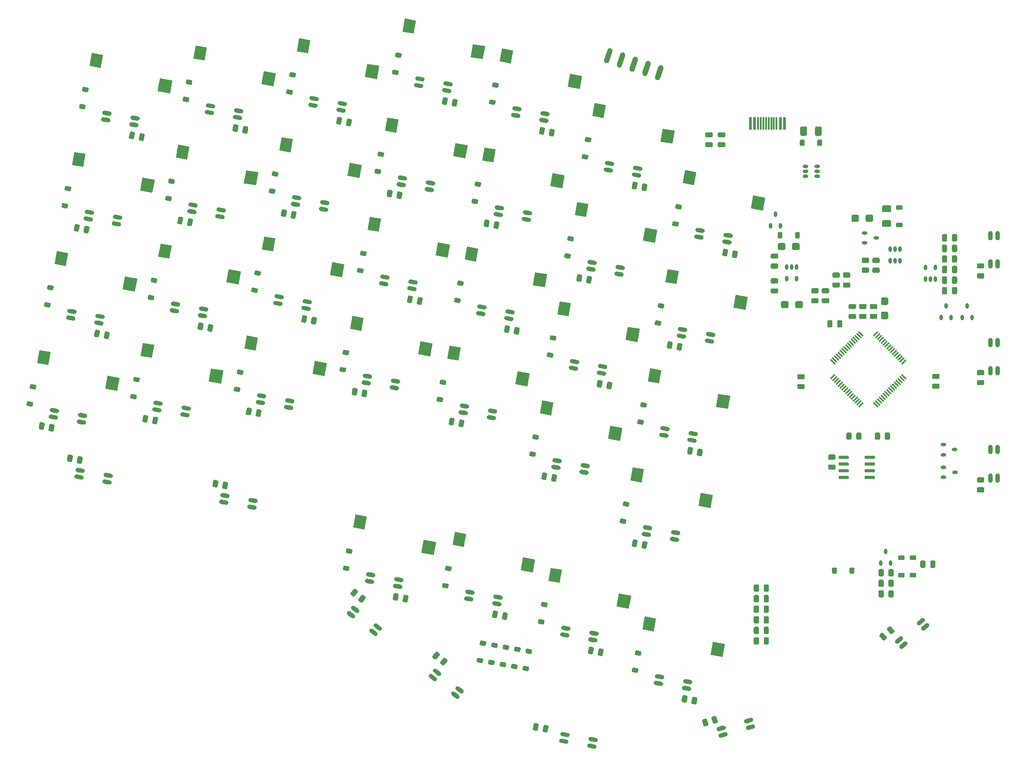
<source format=gbr>
G04 #@! TF.GenerationSoftware,KiCad,Pcbnew,(5.1.7)-1*
G04 #@! TF.CreationDate,2020-10-07T08:34:40+11:00*
G04 #@! TF.ProjectId,Djinn,446a696e-6e2e-46b6-9963-61645f706362,rev?*
G04 #@! TF.SameCoordinates,Original*
G04 #@! TF.FileFunction,Paste,Top*
G04 #@! TF.FilePolarity,Positive*
%FSLAX46Y46*%
G04 Gerber Fmt 4.6, Leading zero omitted, Abs format (unit mm)*
G04 Created by KiCad (PCBNEW (5.1.7)-1) date 2020-10-07 08:34:40*
%MOMM*%
%LPD*%
G01*
G04 APERTURE LIST*
%ADD10O,0.820000X1.800000*%
%ADD11O,0.650000X1.060000*%
%ADD12R,0.570000X2.450000*%
%ADD13R,0.300000X2.450000*%
%ADD14O,1.060000X0.650000*%
%ADD15C,0.152400*%
G04 APERTURE END LIST*
G36*
G01*
X113935309Y-121362273D02*
X113935309Y-121362273D01*
G75*
G02*
X113653318Y-121868910I-394314J-112323D01*
G01*
X112710812Y-122137390D01*
G75*
G02*
X112204175Y-121855399I-112323J394314D01*
G01*
X112204175Y-121855399D01*
G75*
G02*
X112486166Y-121348762I394314J112323D01*
G01*
X113428672Y-121080282D01*
G75*
G02*
X113935309Y-121362273I112323J-394314D01*
G01*
G37*
G36*
G01*
X113584642Y-120131244D02*
X113584642Y-120131244D01*
G75*
G02*
X113302651Y-120637881I-394314J-112323D01*
G01*
X112360145Y-120906361D01*
G75*
G02*
X111853508Y-120624370I-112323J394314D01*
G01*
X111853508Y-120624370D01*
G75*
G02*
X112135499Y-120117733I394314J112323D01*
G01*
X113078005Y-119849253D01*
G75*
G02*
X113584642Y-120131244I112323J-394314D01*
G01*
G37*
G36*
G01*
X118778045Y-118651865D02*
X118778045Y-118651865D01*
G75*
G02*
X118496054Y-119158502I-394314J-112323D01*
G01*
X117553548Y-119426982D01*
G75*
G02*
X117046911Y-119144991I-112323J394314D01*
G01*
X117046911Y-119144991D01*
G75*
G02*
X117328902Y-118638354I394314J112323D01*
G01*
X118271408Y-118369874D01*
G75*
G02*
X118778045Y-118651865I112323J-394314D01*
G01*
G37*
G36*
G01*
X119128712Y-119882894D02*
X119128712Y-119882894D01*
G75*
G02*
X118846721Y-120389531I-394314J-112323D01*
G01*
X117904215Y-120658011D01*
G75*
G02*
X117397578Y-120376020I-112323J394314D01*
G01*
X117397578Y-120376020D01*
G75*
G02*
X117679569Y-119869383I394314J112323D01*
G01*
X118622075Y-119600903D01*
G75*
G02*
X119128712Y-119882894I112323J-394314D01*
G01*
G37*
G36*
G01*
X147861253Y-104041467D02*
X147861253Y-104041467D01*
G75*
G02*
X147810718Y-104619088I-314078J-263543D01*
G01*
X147059994Y-105249020D01*
G75*
G02*
X146482373Y-105198485I-263543J314078D01*
G01*
X146482373Y-105198485D01*
G75*
G02*
X146532908Y-104620864I314078J263543D01*
G01*
X147283632Y-103990932D01*
G75*
G02*
X147861253Y-104041467I263543J-314078D01*
G01*
G37*
G36*
G01*
X147038485Y-103060930D02*
X147038485Y-103060930D01*
G75*
G02*
X146987950Y-103638551I-314078J-263543D01*
G01*
X146237226Y-104268483D01*
G75*
G02*
X145659605Y-104217948I-263543J314078D01*
G01*
X145659605Y-104217948D01*
G75*
G02*
X145710140Y-103640327I314078J263543D01*
G01*
X146460864Y-103010395D01*
G75*
G02*
X147038485Y-103060930I263543J-314078D01*
G01*
G37*
G36*
G01*
X151175125Y-99589877D02*
X151175125Y-99589877D01*
G75*
G02*
X151124590Y-100167498I-314078J-263543D01*
G01*
X150373866Y-100797430D01*
G75*
G02*
X149796245Y-100746895I-263543J314078D01*
G01*
X149796245Y-100746895D01*
G75*
G02*
X149846780Y-100169274I314078J263543D01*
G01*
X150597504Y-99539342D01*
G75*
G02*
X151175125Y-99589877I263543J-314078D01*
G01*
G37*
G36*
G01*
X151997893Y-100570414D02*
X151997893Y-100570414D01*
G75*
G02*
X151947358Y-101148035I-314078J-263543D01*
G01*
X151196634Y-101777967D01*
G75*
G02*
X150619013Y-101727432I-263543J314078D01*
G01*
X150619013Y-101727432D01*
G75*
G02*
X150669548Y-101149811I314078J263543D01*
G01*
X151420272Y-100519879D01*
G75*
G02*
X151997893Y-100570414I263543J-314078D01*
G01*
G37*
G36*
G01*
X-7836939Y-72946142D02*
X-7836939Y-72946142D01*
G75*
G02*
X-8311906Y-73278717I-403771J71196D01*
G01*
X-9277018Y-73108541D01*
G75*
G02*
X-9609593Y-72633574I71196J403771D01*
G01*
X-9609593Y-72633574D01*
G75*
G02*
X-9134626Y-72300999I403771J-71196D01*
G01*
X-8169514Y-72471175D01*
G75*
G02*
X-7836939Y-72946142I-71196J-403771D01*
G01*
G37*
G36*
G01*
X-7614669Y-71685588D02*
X-7614669Y-71685588D01*
G75*
G02*
X-8089636Y-72018163I-403771J71196D01*
G01*
X-9054748Y-71847987D01*
G75*
G02*
X-9387323Y-71373020I71196J403771D01*
G01*
X-9387323Y-71373020D01*
G75*
G02*
X-8912356Y-71040445I403771J-71196D01*
G01*
X-7947244Y-71210621D01*
G75*
G02*
X-7614669Y-71685588I-71196J-403771D01*
G01*
G37*
G36*
G01*
X-2296707Y-72623288D02*
X-2296707Y-72623288D01*
G75*
G02*
X-2771674Y-72955863I-403771J71196D01*
G01*
X-3736786Y-72785687D01*
G75*
G02*
X-4069361Y-72310720I71196J403771D01*
G01*
X-4069361Y-72310720D01*
G75*
G02*
X-3594394Y-71978145I403771J-71196D01*
G01*
X-2629282Y-72148321D01*
G75*
G02*
X-2296707Y-72623288I-71196J-403771D01*
G01*
G37*
G36*
G01*
X-2518977Y-73883842D02*
X-2518977Y-73883842D01*
G75*
G02*
X-2993944Y-74216417I-403771J71196D01*
G01*
X-3959056Y-74046241D01*
G75*
G02*
X-4291631Y-73571274I71196J403771D01*
G01*
X-4291631Y-73571274D01*
G75*
G02*
X-3816664Y-73238699I403771J-71196D01*
G01*
X-2851552Y-73408875D01*
G75*
G02*
X-2518977Y-73883842I-71196J-403771D01*
G01*
G37*
G36*
G01*
X19547551Y-77708663D02*
X19547551Y-77708663D01*
G75*
G02*
X19072584Y-78041238I-403771J71196D01*
G01*
X18107472Y-77871062D01*
G75*
G02*
X17774897Y-77396095I71196J403771D01*
G01*
X17774897Y-77396095D01*
G75*
G02*
X18249864Y-77063520I403771J-71196D01*
G01*
X19214976Y-77233696D01*
G75*
G02*
X19547551Y-77708663I-71196J-403771D01*
G01*
G37*
G36*
G01*
X19769821Y-76448109D02*
X19769821Y-76448109D01*
G75*
G02*
X19294854Y-76780684I-403771J71196D01*
G01*
X18329742Y-76610508D01*
G75*
G02*
X17997167Y-76135541I71196J403771D01*
G01*
X17997167Y-76135541D01*
G75*
G02*
X18472134Y-75802966I403771J-71196D01*
G01*
X19437246Y-75973142D01*
G75*
G02*
X19769821Y-76448109I-71196J-403771D01*
G01*
G37*
G36*
G01*
X25087783Y-77385809D02*
X25087783Y-77385809D01*
G75*
G02*
X24612816Y-77718384I-403771J71196D01*
G01*
X23647704Y-77548208D01*
G75*
G02*
X23315129Y-77073241I71196J403771D01*
G01*
X23315129Y-77073241D01*
G75*
G02*
X23790096Y-76740666I403771J-71196D01*
G01*
X24755208Y-76910842D01*
G75*
G02*
X25087783Y-77385809I-71196J-403771D01*
G01*
G37*
G36*
G01*
X24865513Y-78646363D02*
X24865513Y-78646363D01*
G75*
G02*
X24390546Y-78978938I-403771J71196D01*
G01*
X23425434Y-78808762D01*
G75*
G02*
X23092859Y-78333795I71196J403771D01*
G01*
X23092859Y-78333795D01*
G75*
G02*
X23567826Y-78001220I403771J-71196D01*
G01*
X24532938Y-78171396D01*
G75*
G02*
X24865513Y-78646363I-71196J-403771D01*
G01*
G37*
G36*
G01*
X43431498Y-99409058D02*
X43431498Y-99409058D01*
G75*
G02*
X42855993Y-99479721I-323084J252421D01*
G01*
X42083743Y-98876373D01*
G75*
G02*
X42013080Y-98300868I252421J323084D01*
G01*
X42013080Y-98300868D01*
G75*
G02*
X42588585Y-98230205I323084J-252421D01*
G01*
X43360835Y-98833553D01*
G75*
G02*
X43431498Y-99409058I-252421J-323084D01*
G01*
G37*
G36*
G01*
X44219544Y-98400404D02*
X44219544Y-98400404D01*
G75*
G02*
X43644039Y-98471067I-323084J252421D01*
G01*
X42871789Y-97867719D01*
G75*
G02*
X42801126Y-97292214I252421J323084D01*
G01*
X42801126Y-97292214D01*
G75*
G02*
X43376631Y-97221551I323084J-252421D01*
G01*
X44148881Y-97824899D01*
G75*
G02*
X44219544Y-98400404I-252421J-323084D01*
G01*
G37*
G36*
G01*
X48474802Y-101724976D02*
X48474802Y-101724976D01*
G75*
G02*
X47899297Y-101795639I-323084J252421D01*
G01*
X47127047Y-101192291D01*
G75*
G02*
X47056384Y-100616786I252421J323084D01*
G01*
X47056384Y-100616786D01*
G75*
G02*
X47631889Y-100546123I323084J-252421D01*
G01*
X48404139Y-101149471D01*
G75*
G02*
X48474802Y-101724976I-252421J-323084D01*
G01*
G37*
G36*
G01*
X47686756Y-102733630D02*
X47686756Y-102733630D01*
G75*
G02*
X47111251Y-102804293I-323084J252421D01*
G01*
X46339001Y-102200945D01*
G75*
G02*
X46268338Y-101625440I252421J323084D01*
G01*
X46268338Y-101625440D01*
G75*
G02*
X46843843Y-101554777I323084J-252421D01*
G01*
X47616093Y-102158125D01*
G75*
G02*
X47686756Y-102733630I-252421J-323084D01*
G01*
G37*
G36*
G01*
X58909687Y-111315358D02*
X58909687Y-111315358D01*
G75*
G02*
X58334182Y-111386021I-323084J252421D01*
G01*
X57561932Y-110782673D01*
G75*
G02*
X57491269Y-110207168I252421J323084D01*
G01*
X57491269Y-110207168D01*
G75*
G02*
X58066774Y-110136505I323084J-252421D01*
G01*
X58839024Y-110739853D01*
G75*
G02*
X58909687Y-111315358I-252421J-323084D01*
G01*
G37*
G36*
G01*
X59697733Y-110306704D02*
X59697733Y-110306704D01*
G75*
G02*
X59122228Y-110377367I-323084J252421D01*
G01*
X58349978Y-109774019D01*
G75*
G02*
X58279315Y-109198514I252421J323084D01*
G01*
X58279315Y-109198514D01*
G75*
G02*
X58854820Y-109127851I323084J-252421D01*
G01*
X59627070Y-109731199D01*
G75*
G02*
X59697733Y-110306704I-252421J-323084D01*
G01*
G37*
G36*
G01*
X63952991Y-113631276D02*
X63952991Y-113631276D01*
G75*
G02*
X63377486Y-113701939I-323084J252421D01*
G01*
X62605236Y-113098591D01*
G75*
G02*
X62534573Y-112523086I252421J323084D01*
G01*
X62534573Y-112523086D01*
G75*
G02*
X63110078Y-112452423I323084J-252421D01*
G01*
X63882328Y-113055771D01*
G75*
G02*
X63952991Y-113631276I-252421J-323084D01*
G01*
G37*
G36*
G01*
X63164945Y-114639930D02*
X63164945Y-114639930D01*
G75*
G02*
X62589440Y-114710593I-323084J252421D01*
G01*
X61817190Y-114107245D01*
G75*
G02*
X61746527Y-113531740I252421J323084D01*
G01*
X61746527Y-113531740D01*
G75*
G02*
X62322032Y-113461077I323084J-252421D01*
G01*
X63094282Y-114064425D01*
G75*
G02*
X63164945Y-114639930I-252421J-323084D01*
G01*
G37*
G36*
G01*
X83841571Y-122952601D02*
X83841571Y-122952601D01*
G75*
G02*
X83366604Y-123285176I-403771J71196D01*
G01*
X82401492Y-123115000D01*
G75*
G02*
X82068917Y-122640033I71196J403771D01*
G01*
X82068917Y-122640033D01*
G75*
G02*
X82543884Y-122307458I403771J-71196D01*
G01*
X83508996Y-122477634D01*
G75*
G02*
X83841571Y-122952601I-71196J-403771D01*
G01*
G37*
G36*
G01*
X84063841Y-121692047D02*
X84063841Y-121692047D01*
G75*
G02*
X83588874Y-122024622I-403771J71196D01*
G01*
X82623762Y-121854446D01*
G75*
G02*
X82291187Y-121379479I71196J403771D01*
G01*
X82291187Y-121379479D01*
G75*
G02*
X82766154Y-121046904I403771J-71196D01*
G01*
X83731266Y-121217080D01*
G75*
G02*
X84063841Y-121692047I-71196J-403771D01*
G01*
G37*
G36*
G01*
X89381803Y-122629747D02*
X89381803Y-122629747D01*
G75*
G02*
X88906836Y-122962322I-403771J71196D01*
G01*
X87941724Y-122792146D01*
G75*
G02*
X87609149Y-122317179I71196J403771D01*
G01*
X87609149Y-122317179D01*
G75*
G02*
X88084116Y-121984604I403771J-71196D01*
G01*
X89049228Y-122154780D01*
G75*
G02*
X89381803Y-122629747I-71196J-403771D01*
G01*
G37*
G36*
G01*
X89159533Y-123890301D02*
X89159533Y-123890301D01*
G75*
G02*
X88684566Y-124222876I-403771J71196D01*
G01*
X87719454Y-124052700D01*
G75*
G02*
X87386879Y-123577733I71196J403771D01*
G01*
X87386879Y-123577733D01*
G75*
G02*
X87861846Y-123245158I403771J-71196D01*
G01*
X88826958Y-123415334D01*
G75*
G02*
X89159533Y-123890301I-71196J-403771D01*
G01*
G37*
D10*
X164946940Y-72947170D03*
X163666940Y-72947170D03*
X163666940Y-67547170D03*
X164946940Y-67547170D03*
X164946940Y-52706460D03*
X163666940Y-52706460D03*
X163666940Y-47306460D03*
X164946940Y-47306460D03*
X164946939Y-32465750D03*
X163666939Y-32465750D03*
X163666939Y-27065750D03*
X164946939Y-27065750D03*
G36*
G01*
X122343750Y-37050003D02*
X123256250Y-37050003D01*
G75*
G02*
X123500000Y-37293753I0J-243750D01*
G01*
X123500000Y-37781253D01*
G75*
G02*
X123256250Y-38025003I-243750J0D01*
G01*
X122343750Y-38025003D01*
G75*
G02*
X122100000Y-37781253I0J243750D01*
G01*
X122100000Y-37293753D01*
G75*
G02*
X122343750Y-37050003I243750J0D01*
G01*
G37*
G36*
G01*
X122343750Y-35175003D02*
X123256250Y-35175003D01*
G75*
G02*
X123500000Y-35418753I0J-243750D01*
G01*
X123500000Y-35906253D01*
G75*
G02*
X123256250Y-36150003I-243750J0D01*
G01*
X122343750Y-36150003D01*
G75*
G02*
X122100000Y-35906253I0J243750D01*
G01*
X122100000Y-35418753D01*
G75*
G02*
X122343750Y-35175003I243750J0D01*
G01*
G37*
G36*
G01*
X122343750Y-32350001D02*
X123256250Y-32350001D01*
G75*
G02*
X123500000Y-32593751I0J-243750D01*
G01*
X123500000Y-33081251D01*
G75*
G02*
X123256250Y-33325001I-243750J0D01*
G01*
X122343750Y-33325001D01*
G75*
G02*
X122100000Y-33081251I0J243750D01*
G01*
X122100000Y-32593751D01*
G75*
G02*
X122343750Y-32350001I243750J0D01*
G01*
G37*
G36*
G01*
X122343750Y-30475001D02*
X123256250Y-30475001D01*
G75*
G02*
X123500000Y-30718751I0J-243750D01*
G01*
X123500000Y-31206251D01*
G75*
G02*
X123256250Y-31450001I-243750J0D01*
G01*
X122343750Y-31450001D01*
G75*
G02*
X122100000Y-31206251I0J243750D01*
G01*
X122100000Y-30718751D01*
G75*
G02*
X122343750Y-30475001I243750J0D01*
G01*
G37*
G36*
G01*
X127600000Y-26625001D02*
X127600000Y-27375001D01*
G75*
G02*
X127375000Y-27600001I-225000J0D01*
G01*
X126925000Y-27600001D01*
G75*
G02*
X126700000Y-27375001I0J225000D01*
G01*
X126700000Y-26625001D01*
G75*
G02*
X126925000Y-26400001I225000J0D01*
G01*
X127375000Y-26400001D01*
G75*
G02*
X127600000Y-26625001I0J-225000D01*
G01*
G37*
G36*
G01*
X124300000Y-26625001D02*
X124300000Y-27375001D01*
G75*
G02*
X124075000Y-27600001I-225000J0D01*
G01*
X123625000Y-27600001D01*
G75*
G02*
X123400000Y-27375001I0J225000D01*
G01*
X123400000Y-26625001D01*
G75*
G02*
X123625000Y-26400001I225000J0D01*
G01*
X124075000Y-26400001D01*
G75*
G02*
X124300000Y-26625001I0J-225000D01*
G01*
G37*
G36*
G01*
X96139182Y-108845248D02*
X96877788Y-108975484D01*
G75*
G02*
X97060299Y-109236137I-39071J-221582D01*
G01*
X96982157Y-109679301D01*
G75*
G02*
X96721504Y-109861812I-221582J39071D01*
G01*
X95982898Y-109731576D01*
G75*
G02*
X95800387Y-109470923I39071J221582D01*
G01*
X95878529Y-109027759D01*
G75*
G02*
X96139182Y-108845248I221582J-39071D01*
G01*
G37*
G36*
G01*
X96712221Y-105595382D02*
X97450827Y-105725618D01*
G75*
G02*
X97633338Y-105986271I-39071J-221582D01*
G01*
X97555196Y-106429435D01*
G75*
G02*
X97294543Y-106611946I-221582J39071D01*
G01*
X96555937Y-106481710D01*
G75*
G02*
X96373426Y-106221057I39071J221582D01*
G01*
X96451568Y-105777893D01*
G75*
G02*
X96712221Y-105595382I221582J-39071D01*
G01*
G37*
G36*
G01*
X78412269Y-99674528D02*
X79150875Y-99804764D01*
G75*
G02*
X79333386Y-100065417I-39071J-221582D01*
G01*
X79255244Y-100508581D01*
G75*
G02*
X78994591Y-100691092I-221582J39071D01*
G01*
X78255985Y-100560856D01*
G75*
G02*
X78073474Y-100300203I39071J221582D01*
G01*
X78151616Y-99857039D01*
G75*
G02*
X78412269Y-99674528I221582J-39071D01*
G01*
G37*
G36*
G01*
X78985308Y-96424662D02*
X79723914Y-96554898D01*
G75*
G02*
X79906425Y-96815551I-39071J-221582D01*
G01*
X79828283Y-97258715D01*
G75*
G02*
X79567630Y-97441226I-221582J39071D01*
G01*
X78829024Y-97310990D01*
G75*
G02*
X78646513Y-97050337I39071J221582D01*
G01*
X78724655Y-96607173D01*
G75*
G02*
X78985308Y-96424662I221582J-39071D01*
G01*
G37*
G36*
G01*
X60271853Y-92848892D02*
X61010459Y-92979128D01*
G75*
G02*
X61192970Y-93239781I-39071J-221582D01*
G01*
X61114828Y-93682945D01*
G75*
G02*
X60854175Y-93865456I-221582J39071D01*
G01*
X60115569Y-93735220D01*
G75*
G02*
X59933058Y-93474567I39071J221582D01*
G01*
X60011200Y-93031403D01*
G75*
G02*
X60271853Y-92848892I221582J-39071D01*
G01*
G37*
G36*
G01*
X60844892Y-89599026D02*
X61583498Y-89729262D01*
G75*
G02*
X61766009Y-89989915I-39071J-221582D01*
G01*
X61687867Y-90433079D01*
G75*
G02*
X61427214Y-90615590I-221582J39071D01*
G01*
X60688608Y-90485354D01*
G75*
G02*
X60506097Y-90224701I39071J221582D01*
G01*
X60584239Y-89781537D01*
G75*
G02*
X60844892Y-89599026I221582J-39071D01*
G01*
G37*
G36*
G01*
X41511188Y-89540879D02*
X42249794Y-89671115D01*
G75*
G02*
X42432305Y-89931768I-39071J-221582D01*
G01*
X42354163Y-90374932D01*
G75*
G02*
X42093510Y-90557443I-221582J39071D01*
G01*
X41354904Y-90427207D01*
G75*
G02*
X41172393Y-90166554I39071J221582D01*
G01*
X41250535Y-89723390D01*
G75*
G02*
X41511188Y-89540879I221582J-39071D01*
G01*
G37*
G36*
G01*
X42084227Y-86291013D02*
X42822833Y-86421249D01*
G75*
G02*
X43005344Y-86681902I-39071J-221582D01*
G01*
X42927202Y-87125066D01*
G75*
G02*
X42666549Y-87307577I-221582J39071D01*
G01*
X41927943Y-87177341D01*
G75*
G02*
X41745432Y-86916688I39071J221582D01*
G01*
X41823574Y-86473524D01*
G75*
G02*
X42084227Y-86291013I221582J-39071D01*
G01*
G37*
G36*
G01*
X93859197Y-80636287D02*
X94597803Y-80766523D01*
G75*
G02*
X94780314Y-81027176I-39071J-221582D01*
G01*
X94702172Y-81470340D01*
G75*
G02*
X94441519Y-81652851I-221582J39071D01*
G01*
X93702913Y-81522615D01*
G75*
G02*
X93520402Y-81261962I39071J221582D01*
G01*
X93598544Y-80818798D01*
G75*
G02*
X93859197Y-80636287I221582J-39071D01*
G01*
G37*
G36*
G01*
X94432236Y-77386421D02*
X95170842Y-77516657D01*
G75*
G02*
X95353353Y-77777310I-39071J-221582D01*
G01*
X95275211Y-78220474D01*
G75*
G02*
X95014558Y-78402985I-221582J39071D01*
G01*
X94275952Y-78272749D01*
G75*
G02*
X94093441Y-78012096I39071J221582D01*
G01*
X94171583Y-77568932D01*
G75*
G02*
X94432236Y-77386421I221582J-39071D01*
G01*
G37*
G36*
G01*
X76752538Y-67947941D02*
X77491144Y-68078177D01*
G75*
G02*
X77673655Y-68338830I-39071J-221582D01*
G01*
X77595513Y-68781994D01*
G75*
G02*
X77334860Y-68964505I-221582J39071D01*
G01*
X76596254Y-68834269D01*
G75*
G02*
X76413743Y-68573616I39071J221582D01*
G01*
X76491885Y-68130452D01*
G75*
G02*
X76752538Y-67947941I221582J-39071D01*
G01*
G37*
G36*
G01*
X77325577Y-64698075D02*
X78064183Y-64828311D01*
G75*
G02*
X78246694Y-65088964I-39071J-221582D01*
G01*
X78168552Y-65532128D01*
G75*
G02*
X77907899Y-65714639I-221582J39071D01*
G01*
X77169293Y-65584403D01*
G75*
G02*
X76986782Y-65323750I39071J221582D01*
G01*
X77064924Y-64880586D01*
G75*
G02*
X77325577Y-64698075I221582J-39071D01*
G01*
G37*
G36*
G01*
X59232374Y-57604679D02*
X59970980Y-57734915D01*
G75*
G02*
X60153491Y-57995568I-39071J-221582D01*
G01*
X60075349Y-58438732D01*
G75*
G02*
X59814696Y-58621243I-221582J39071D01*
G01*
X59076090Y-58491007D01*
G75*
G02*
X58893579Y-58230354I39071J221582D01*
G01*
X58971721Y-57787190D01*
G75*
G02*
X59232374Y-57604679I221582J-39071D01*
G01*
G37*
G36*
G01*
X59805413Y-54354813D02*
X60544019Y-54485049D01*
G75*
G02*
X60726530Y-54745702I-39071J-221582D01*
G01*
X60648388Y-55188866D01*
G75*
G02*
X60387735Y-55371377I-221582J39071D01*
G01*
X59649129Y-55241141D01*
G75*
G02*
X59466618Y-54980488I39071J221582D01*
G01*
X59544760Y-54537324D01*
G75*
G02*
X59805413Y-54354813I221582J-39071D01*
G01*
G37*
G36*
G01*
X40885210Y-51951584D02*
X41623816Y-52081820D01*
G75*
G02*
X41806327Y-52342473I-39071J-221582D01*
G01*
X41728185Y-52785637D01*
G75*
G02*
X41467532Y-52968148I-221582J39071D01*
G01*
X40728926Y-52837912D01*
G75*
G02*
X40546415Y-52577259I39071J221582D01*
G01*
X40624557Y-52134095D01*
G75*
G02*
X40885210Y-51951584I221582J-39071D01*
G01*
G37*
G36*
G01*
X41458249Y-48701718D02*
X42196855Y-48831954D01*
G75*
G02*
X42379366Y-49092607I-39071J-221582D01*
G01*
X42301224Y-49535771D01*
G75*
G02*
X42040571Y-49718282I-221582J39071D01*
G01*
X41301965Y-49588046D01*
G75*
G02*
X41119454Y-49327393I39071J221582D01*
G01*
X41197596Y-48884229D01*
G75*
G02*
X41458249Y-48701718I221582J-39071D01*
G01*
G37*
G36*
G01*
X20884040Y-55678824D02*
X21622646Y-55809060D01*
G75*
G02*
X21805157Y-56069713I-39071J-221582D01*
G01*
X21727015Y-56512877D01*
G75*
G02*
X21466362Y-56695388I-221582J39071D01*
G01*
X20727756Y-56565152D01*
G75*
G02*
X20545245Y-56304499I39071J221582D01*
G01*
X20623387Y-55861335D01*
G75*
G02*
X20884040Y-55678824I221582J-39071D01*
G01*
G37*
G36*
G01*
X21457079Y-52428958D02*
X22195685Y-52559194D01*
G75*
G02*
X22378196Y-52819847I-39071J-221582D01*
G01*
X22300054Y-53263011D01*
G75*
G02*
X22039401Y-53445522I-221582J39071D01*
G01*
X21300795Y-53315286D01*
G75*
G02*
X21118284Y-53054633I39071J221582D01*
G01*
X21196426Y-52611469D01*
G75*
G02*
X21457079Y-52428958I221582J-39071D01*
G01*
G37*
G36*
G01*
X1296369Y-57060977D02*
X2034975Y-57191213D01*
G75*
G02*
X2217486Y-57451866I-39071J-221582D01*
G01*
X2139344Y-57895030D01*
G75*
G02*
X1878691Y-58077541I-221582J39071D01*
G01*
X1140085Y-57947305D01*
G75*
G02*
X957574Y-57686652I39071J221582D01*
G01*
X1035716Y-57243488D01*
G75*
G02*
X1296369Y-57060977I221582J-39071D01*
G01*
G37*
G36*
G01*
X1869408Y-53811111D02*
X2608014Y-53941347D01*
G75*
G02*
X2790525Y-54202000I-39071J-221582D01*
G01*
X2712383Y-54645164D01*
G75*
G02*
X2451730Y-54827675I-221582J39071D01*
G01*
X1713124Y-54697439D01*
G75*
G02*
X1530613Y-54436786I39071J221582D01*
G01*
X1608755Y-53993622D01*
G75*
G02*
X1869408Y-53811111I221582J-39071D01*
G01*
G37*
G36*
G01*
X-18291299Y-58443132D02*
X-17552693Y-58573368D01*
G75*
G02*
X-17370182Y-58834021I-39071J-221582D01*
G01*
X-17448324Y-59277185D01*
G75*
G02*
X-17708977Y-59459696I-221582J39071D01*
G01*
X-18447583Y-59329460D01*
G75*
G02*
X-18630094Y-59068807I39071J221582D01*
G01*
X-18551952Y-58625643D01*
G75*
G02*
X-18291299Y-58443132I221582J-39071D01*
G01*
G37*
G36*
G01*
X-17718260Y-55193266D02*
X-16979654Y-55323502D01*
G75*
G02*
X-16797143Y-55584155I-39071J-221582D01*
G01*
X-16875285Y-56027319D01*
G75*
G02*
X-17135938Y-56209830I-221582J39071D01*
G01*
X-17874544Y-56079594D01*
G75*
G02*
X-18057055Y-55818941I39071J221582D01*
G01*
X-17978913Y-55375777D01*
G75*
G02*
X-17718260Y-55193266I221582J-39071D01*
G01*
G37*
G36*
G01*
X97167210Y-61875619D02*
X97905816Y-62005855D01*
G75*
G02*
X98088327Y-62266508I-39071J-221582D01*
G01*
X98010185Y-62709672D01*
G75*
G02*
X97749532Y-62892183I-221582J39071D01*
G01*
X97010926Y-62761947D01*
G75*
G02*
X96828415Y-62501294I39071J221582D01*
G01*
X96906557Y-62058130D01*
G75*
G02*
X97167210Y-61875619I221582J-39071D01*
G01*
G37*
G36*
G01*
X97740249Y-58625753D02*
X98478855Y-58755989D01*
G75*
G02*
X98661366Y-59016642I-39071J-221582D01*
G01*
X98583224Y-59459806D01*
G75*
G02*
X98322571Y-59642317I-221582J39071D01*
G01*
X97583965Y-59512081D01*
G75*
G02*
X97401454Y-59251428I39071J221582D01*
G01*
X97479596Y-58808264D01*
G75*
G02*
X97740249Y-58625753I221582J-39071D01*
G01*
G37*
G36*
G01*
X80060548Y-49187274D02*
X80799154Y-49317510D01*
G75*
G02*
X80981665Y-49578163I-39071J-221582D01*
G01*
X80903523Y-50021327D01*
G75*
G02*
X80642870Y-50203838I-221582J39071D01*
G01*
X79904264Y-50073602D01*
G75*
G02*
X79721753Y-49812949I39071J221582D01*
G01*
X79799895Y-49369785D01*
G75*
G02*
X80060548Y-49187274I221582J-39071D01*
G01*
G37*
G36*
G01*
X80633587Y-45937408D02*
X81372193Y-46067644D01*
G75*
G02*
X81554704Y-46328297I-39071J-221582D01*
G01*
X81476562Y-46771461D01*
G75*
G02*
X81215909Y-46953972I-221582J39071D01*
G01*
X80477303Y-46823736D01*
G75*
G02*
X80294792Y-46563083I39071J221582D01*
G01*
X80372934Y-46119919D01*
G75*
G02*
X80633587Y-45937408I221582J-39071D01*
G01*
G37*
G36*
G01*
X62540386Y-38844014D02*
X63278992Y-38974250D01*
G75*
G02*
X63461503Y-39234903I-39071J-221582D01*
G01*
X63383361Y-39678067D01*
G75*
G02*
X63122708Y-39860578I-221582J39071D01*
G01*
X62384102Y-39730342D01*
G75*
G02*
X62201591Y-39469689I39071J221582D01*
G01*
X62279733Y-39026525D01*
G75*
G02*
X62540386Y-38844014I221582J-39071D01*
G01*
G37*
G36*
G01*
X63113425Y-35594148D02*
X63852031Y-35724384D01*
G75*
G02*
X64034542Y-35985037I-39071J-221582D01*
G01*
X63956400Y-36428201D01*
G75*
G02*
X63695747Y-36610712I-221582J39071D01*
G01*
X62957141Y-36480476D01*
G75*
G02*
X62774630Y-36219823I39071J221582D01*
G01*
X62852772Y-35776659D01*
G75*
G02*
X63113425Y-35594148I221582J-39071D01*
G01*
G37*
G36*
G01*
X44193221Y-33190919D02*
X44931827Y-33321155D01*
G75*
G02*
X45114338Y-33581808I-39071J-221582D01*
G01*
X45036196Y-34024972D01*
G75*
G02*
X44775543Y-34207483I-221582J39071D01*
G01*
X44036937Y-34077247D01*
G75*
G02*
X43854426Y-33816594I39071J221582D01*
G01*
X43932568Y-33373430D01*
G75*
G02*
X44193221Y-33190919I221582J-39071D01*
G01*
G37*
G36*
G01*
X44766260Y-29941053D02*
X45504866Y-30071289D01*
G75*
G02*
X45687377Y-30331942I-39071J-221582D01*
G01*
X45609235Y-30775106D01*
G75*
G02*
X45348582Y-30957617I-221582J39071D01*
G01*
X44609976Y-30827381D01*
G75*
G02*
X44427465Y-30566728I39071J221582D01*
G01*
X44505607Y-30123564D01*
G75*
G02*
X44766260Y-29941053I221582J-39071D01*
G01*
G37*
G36*
G01*
X24192050Y-36918156D02*
X24930656Y-37048392D01*
G75*
G02*
X25113167Y-37309045I-39071J-221582D01*
G01*
X25035025Y-37752209D01*
G75*
G02*
X24774372Y-37934720I-221582J39071D01*
G01*
X24035766Y-37804484D01*
G75*
G02*
X23853255Y-37543831I39071J221582D01*
G01*
X23931397Y-37100667D01*
G75*
G02*
X24192050Y-36918156I221582J-39071D01*
G01*
G37*
G36*
G01*
X24765089Y-33668290D02*
X25503695Y-33798526D01*
G75*
G02*
X25686206Y-34059179I-39071J-221582D01*
G01*
X25608064Y-34502343D01*
G75*
G02*
X25347411Y-34684854I-221582J39071D01*
G01*
X24608805Y-34554618D01*
G75*
G02*
X24426294Y-34293965I39071J221582D01*
G01*
X24504436Y-33850801D01*
G75*
G02*
X24765089Y-33668290I221582J-39071D01*
G01*
G37*
G36*
G01*
X4604382Y-38300310D02*
X5342988Y-38430546D01*
G75*
G02*
X5525499Y-38691199I-39071J-221582D01*
G01*
X5447357Y-39134363D01*
G75*
G02*
X5186704Y-39316874I-221582J39071D01*
G01*
X4448098Y-39186638D01*
G75*
G02*
X4265587Y-38925985I39071J221582D01*
G01*
X4343729Y-38482821D01*
G75*
G02*
X4604382Y-38300310I221582J-39071D01*
G01*
G37*
G36*
G01*
X5177421Y-35050444D02*
X5916027Y-35180680D01*
G75*
G02*
X6098538Y-35441333I-39071J-221582D01*
G01*
X6020396Y-35884497D01*
G75*
G02*
X5759743Y-36067008I-221582J39071D01*
G01*
X5021137Y-35936772D01*
G75*
G02*
X4838626Y-35676119I39071J221582D01*
G01*
X4916768Y-35232955D01*
G75*
G02*
X5177421Y-35050444I221582J-39071D01*
G01*
G37*
G36*
G01*
X-14983287Y-39682465D02*
X-14244681Y-39812701D01*
G75*
G02*
X-14062170Y-40073354I-39071J-221582D01*
G01*
X-14140312Y-40516518D01*
G75*
G02*
X-14400965Y-40699029I-221582J39071D01*
G01*
X-15139571Y-40568793D01*
G75*
G02*
X-15322082Y-40308140I39071J221582D01*
G01*
X-15243940Y-39864976D01*
G75*
G02*
X-14983287Y-39682465I221582J-39071D01*
G01*
G37*
G36*
G01*
X-14410248Y-36432599D02*
X-13671642Y-36562835D01*
G75*
G02*
X-13489131Y-36823488I-39071J-221582D01*
G01*
X-13567273Y-37266652D01*
G75*
G02*
X-13827926Y-37449163I-221582J39071D01*
G01*
X-14566532Y-37318927D01*
G75*
G02*
X-14749043Y-37058274I39071J221582D01*
G01*
X-14670901Y-36615110D01*
G75*
G02*
X-14410248Y-36432599I221582J-39071D01*
G01*
G37*
G36*
G01*
X100475222Y-43114953D02*
X101213828Y-43245189D01*
G75*
G02*
X101396339Y-43505842I-39071J-221582D01*
G01*
X101318197Y-43949006D01*
G75*
G02*
X101057544Y-44131517I-221582J39071D01*
G01*
X100318938Y-44001281D01*
G75*
G02*
X100136427Y-43740628I39071J221582D01*
G01*
X100214569Y-43297464D01*
G75*
G02*
X100475222Y-43114953I221582J-39071D01*
G01*
G37*
G36*
G01*
X101048261Y-39865087D02*
X101786867Y-39995323D01*
G75*
G02*
X101969378Y-40255976I-39071J-221582D01*
G01*
X101891236Y-40699140D01*
G75*
G02*
X101630583Y-40881651I-221582J39071D01*
G01*
X100891977Y-40751415D01*
G75*
G02*
X100709466Y-40490762I39071J221582D01*
G01*
X100787608Y-40047598D01*
G75*
G02*
X101048261Y-39865087I221582J-39071D01*
G01*
G37*
G36*
G01*
X83368561Y-30426608D02*
X84107167Y-30556844D01*
G75*
G02*
X84289678Y-30817497I-39071J-221582D01*
G01*
X84211536Y-31260661D01*
G75*
G02*
X83950883Y-31443172I-221582J39071D01*
G01*
X83212277Y-31312936D01*
G75*
G02*
X83029766Y-31052283I39071J221582D01*
G01*
X83107908Y-30609119D01*
G75*
G02*
X83368561Y-30426608I221582J-39071D01*
G01*
G37*
G36*
G01*
X83941600Y-27176742D02*
X84680206Y-27306978D01*
G75*
G02*
X84862717Y-27567631I-39071J-221582D01*
G01*
X84784575Y-28010795D01*
G75*
G02*
X84523922Y-28193306I-221582J39071D01*
G01*
X83785316Y-28063070D01*
G75*
G02*
X83602805Y-27802417I39071J221582D01*
G01*
X83680947Y-27359253D01*
G75*
G02*
X83941600Y-27176742I221582J-39071D01*
G01*
G37*
G36*
G01*
X65848399Y-20083346D02*
X66587005Y-20213582D01*
G75*
G02*
X66769516Y-20474235I-39071J-221582D01*
G01*
X66691374Y-20917399D01*
G75*
G02*
X66430721Y-21099910I-221582J39071D01*
G01*
X65692115Y-20969674D01*
G75*
G02*
X65509604Y-20709021I39071J221582D01*
G01*
X65587746Y-20265857D01*
G75*
G02*
X65848399Y-20083346I221582J-39071D01*
G01*
G37*
G36*
G01*
X66421438Y-16833480D02*
X67160044Y-16963716D01*
G75*
G02*
X67342555Y-17224369I-39071J-221582D01*
G01*
X67264413Y-17667533D01*
G75*
G02*
X67003760Y-17850044I-221582J39071D01*
G01*
X66265154Y-17719808D01*
G75*
G02*
X66082643Y-17459155I39071J221582D01*
G01*
X66160785Y-17015991D01*
G75*
G02*
X66421438Y-16833480I221582J-39071D01*
G01*
G37*
G36*
G01*
X47501234Y-14430251D02*
X48239840Y-14560487D01*
G75*
G02*
X48422351Y-14821140I-39071J-221582D01*
G01*
X48344209Y-15264304D01*
G75*
G02*
X48083556Y-15446815I-221582J39071D01*
G01*
X47344950Y-15316579D01*
G75*
G02*
X47162439Y-15055926I39071J221582D01*
G01*
X47240581Y-14612762D01*
G75*
G02*
X47501234Y-14430251I221582J-39071D01*
G01*
G37*
G36*
G01*
X48074273Y-11180385D02*
X48812879Y-11310621D01*
G75*
G02*
X48995390Y-11571274I-39071J-221582D01*
G01*
X48917248Y-12014438D01*
G75*
G02*
X48656595Y-12196949I-221582J39071D01*
G01*
X47917989Y-12066713D01*
G75*
G02*
X47735478Y-11806060I39071J221582D01*
G01*
X47813620Y-11362896D01*
G75*
G02*
X48074273Y-11180385I221582J-39071D01*
G01*
G37*
G36*
G01*
X27500063Y-18157491D02*
X28238669Y-18287727D01*
G75*
G02*
X28421180Y-18548380I-39071J-221582D01*
G01*
X28343038Y-18991544D01*
G75*
G02*
X28082385Y-19174055I-221582J39071D01*
G01*
X27343779Y-19043819D01*
G75*
G02*
X27161268Y-18783166I39071J221582D01*
G01*
X27239410Y-18340002D01*
G75*
G02*
X27500063Y-18157491I221582J-39071D01*
G01*
G37*
G36*
G01*
X28073102Y-14907625D02*
X28811708Y-15037861D01*
G75*
G02*
X28994219Y-15298514I-39071J-221582D01*
G01*
X28916077Y-15741678D01*
G75*
G02*
X28655424Y-15924189I-221582J39071D01*
G01*
X27916818Y-15793953D01*
G75*
G02*
X27734307Y-15533300I39071J221582D01*
G01*
X27812449Y-15090136D01*
G75*
G02*
X28073102Y-14907625I221582J-39071D01*
G01*
G37*
G36*
G01*
X7912396Y-19539646D02*
X8651002Y-19669882D01*
G75*
G02*
X8833513Y-19930535I-39071J-221582D01*
G01*
X8755371Y-20373699D01*
G75*
G02*
X8494718Y-20556210I-221582J39071D01*
G01*
X7756112Y-20425974D01*
G75*
G02*
X7573601Y-20165321I39071J221582D01*
G01*
X7651743Y-19722157D01*
G75*
G02*
X7912396Y-19539646I221582J-39071D01*
G01*
G37*
G36*
G01*
X8485435Y-16289780D02*
X9224041Y-16420016D01*
G75*
G02*
X9406552Y-16680669I-39071J-221582D01*
G01*
X9328410Y-17123833D01*
G75*
G02*
X9067757Y-17306344I-221582J39071D01*
G01*
X8329151Y-17176108D01*
G75*
G02*
X8146640Y-16915455I39071J221582D01*
G01*
X8224782Y-16472291D01*
G75*
G02*
X8485435Y-16289780I221582J-39071D01*
G01*
G37*
G36*
G01*
X-11675277Y-20921799D02*
X-10936671Y-21052035D01*
G75*
G02*
X-10754160Y-21312688I-39071J-221582D01*
G01*
X-10832302Y-21755852D01*
G75*
G02*
X-11092955Y-21938363I-221582J39071D01*
G01*
X-11831561Y-21808127D01*
G75*
G02*
X-12014072Y-21547474I39071J221582D01*
G01*
X-11935930Y-21104310D01*
G75*
G02*
X-11675277Y-20921799I221582J-39071D01*
G01*
G37*
G36*
G01*
X-11102238Y-17671933D02*
X-10363632Y-17802169D01*
G75*
G02*
X-10181121Y-18062822I-39071J-221582D01*
G01*
X-10259263Y-18505986D01*
G75*
G02*
X-10519916Y-18688497I-221582J39071D01*
G01*
X-11258522Y-18558261D01*
G75*
G02*
X-11441033Y-18297608I39071J221582D01*
G01*
X-11362891Y-17854444D01*
G75*
G02*
X-11102238Y-17671933I221582J-39071D01*
G01*
G37*
G36*
G01*
X103783232Y-24354285D02*
X104521838Y-24484521D01*
G75*
G02*
X104704349Y-24745174I-39071J-221582D01*
G01*
X104626207Y-25188338D01*
G75*
G02*
X104365554Y-25370849I-221582J39071D01*
G01*
X103626948Y-25240613D01*
G75*
G02*
X103444437Y-24979960I39071J221582D01*
G01*
X103522579Y-24536796D01*
G75*
G02*
X103783232Y-24354285I221582J-39071D01*
G01*
G37*
G36*
G01*
X104356271Y-21104419D02*
X105094877Y-21234655D01*
G75*
G02*
X105277388Y-21495308I-39071J-221582D01*
G01*
X105199246Y-21938472D01*
G75*
G02*
X104938593Y-22120983I-221582J39071D01*
G01*
X104199987Y-21990747D01*
G75*
G02*
X104017476Y-21730094I39071J221582D01*
G01*
X104095618Y-21286930D01*
G75*
G02*
X104356271Y-21104419I221582J-39071D01*
G01*
G37*
G36*
G01*
X86676573Y-11665941D02*
X87415179Y-11796177D01*
G75*
G02*
X87597690Y-12056830I-39071J-221582D01*
G01*
X87519548Y-12499994D01*
G75*
G02*
X87258895Y-12682505I-221582J39071D01*
G01*
X86520289Y-12552269D01*
G75*
G02*
X86337778Y-12291616I39071J221582D01*
G01*
X86415920Y-11848452D01*
G75*
G02*
X86676573Y-11665941I221582J-39071D01*
G01*
G37*
G36*
G01*
X87249612Y-8416075D02*
X87988218Y-8546311D01*
G75*
G02*
X88170729Y-8806964I-39071J-221582D01*
G01*
X88092587Y-9250128D01*
G75*
G02*
X87831934Y-9432639I-221582J39071D01*
G01*
X87093328Y-9302403D01*
G75*
G02*
X86910817Y-9041750I39071J221582D01*
G01*
X86988959Y-8598586D01*
G75*
G02*
X87249612Y-8416075I221582J-39071D01*
G01*
G37*
G36*
G01*
X69156411Y-1322680D02*
X69895017Y-1452916D01*
G75*
G02*
X70077528Y-1713569I-39071J-221582D01*
G01*
X69999386Y-2156733D01*
G75*
G02*
X69738733Y-2339244I-221582J39071D01*
G01*
X69000127Y-2209008D01*
G75*
G02*
X68817616Y-1948355I39071J221582D01*
G01*
X68895758Y-1505191D01*
G75*
G02*
X69156411Y-1322680I221582J-39071D01*
G01*
G37*
G36*
G01*
X69729450Y1927186D02*
X70468056Y1796950D01*
G75*
G02*
X70650567Y1536297I-39071J-221582D01*
G01*
X70572425Y1093133D01*
G75*
G02*
X70311772Y910622I-221582J39071D01*
G01*
X69573166Y1040858D01*
G75*
G02*
X69390655Y1301511I39071J221582D01*
G01*
X69468797Y1744675D01*
G75*
G02*
X69729450Y1927186I221582J-39071D01*
G01*
G37*
G36*
G01*
X50809246Y4330415D02*
X51547852Y4200179D01*
G75*
G02*
X51730363Y3939526I-39071J-221582D01*
G01*
X51652221Y3496362D01*
G75*
G02*
X51391568Y3313851I-221582J39071D01*
G01*
X50652962Y3444087D01*
G75*
G02*
X50470451Y3704740I39071J221582D01*
G01*
X50548593Y4147904D01*
G75*
G02*
X50809246Y4330415I221582J-39071D01*
G01*
G37*
G36*
G01*
X51382285Y7580281D02*
X52120891Y7450045D01*
G75*
G02*
X52303402Y7189392I-39071J-221582D01*
G01*
X52225260Y6746228D01*
G75*
G02*
X51964607Y6563717I-221582J39071D01*
G01*
X51226001Y6693953D01*
G75*
G02*
X51043490Y6954606I39071J221582D01*
G01*
X51121632Y7397770D01*
G75*
G02*
X51382285Y7580281I221582J-39071D01*
G01*
G37*
G36*
G01*
X30808075Y603178D02*
X31546681Y472942D01*
G75*
G02*
X31729192Y212289I-39071J-221582D01*
G01*
X31651050Y-230875D01*
G75*
G02*
X31390397Y-413386I-221582J39071D01*
G01*
X30651791Y-283150D01*
G75*
G02*
X30469280Y-22497I39071J221582D01*
G01*
X30547422Y420667D01*
G75*
G02*
X30808075Y603178I221582J-39071D01*
G01*
G37*
G36*
G01*
X31381114Y3853044D02*
X32119720Y3722808D01*
G75*
G02*
X32302231Y3462155I-39071J-221582D01*
G01*
X32224089Y3018991D01*
G75*
G02*
X31963436Y2836480I-221582J39071D01*
G01*
X31224830Y2966716D01*
G75*
G02*
X31042319Y3227369I39071J221582D01*
G01*
X31120461Y3670533D01*
G75*
G02*
X31381114Y3853044I221582J-39071D01*
G01*
G37*
G36*
G01*
X11220404Y-778978D02*
X11959010Y-909214D01*
G75*
G02*
X12141521Y-1169867I-39071J-221582D01*
G01*
X12063379Y-1613031D01*
G75*
G02*
X11802726Y-1795542I-221582J39071D01*
G01*
X11064120Y-1665306D01*
G75*
G02*
X10881609Y-1404653I39071J221582D01*
G01*
X10959751Y-961489D01*
G75*
G02*
X11220404Y-778978I221582J-39071D01*
G01*
G37*
G36*
G01*
X11793443Y2470888D02*
X12532049Y2340652D01*
G75*
G02*
X12714560Y2079999I-39071J-221582D01*
G01*
X12636418Y1636835D01*
G75*
G02*
X12375765Y1454324I-221582J39071D01*
G01*
X11637159Y1584560D01*
G75*
G02*
X11454648Y1845213I39071J221582D01*
G01*
X11532790Y2288377D01*
G75*
G02*
X11793443Y2470888I221582J-39071D01*
G01*
G37*
G36*
G01*
X-8367264Y-2161132D02*
X-7628658Y-2291368D01*
G75*
G02*
X-7446147Y-2552021I-39071J-221582D01*
G01*
X-7524289Y-2995185D01*
G75*
G02*
X-7784942Y-3177696I-221582J39071D01*
G01*
X-8523548Y-3047460D01*
G75*
G02*
X-8706059Y-2786807I39071J221582D01*
G01*
X-8627917Y-2343643D01*
G75*
G02*
X-8367264Y-2161132I221582J-39071D01*
G01*
G37*
G36*
G01*
X-7794225Y1088734D02*
X-7055619Y958498D01*
G75*
G02*
X-6873108Y697845I-39071J-221582D01*
G01*
X-6951250Y254681D01*
G75*
G02*
X-7211903Y72170I-221582J39071D01*
G01*
X-7950509Y202406D01*
G75*
G02*
X-8133020Y463059I39071J221582D01*
G01*
X-8054878Y906223D01*
G75*
G02*
X-7794225Y1088734I221582J-39071D01*
G01*
G37*
G36*
G01*
X139853780Y-69204370D02*
X139853780Y-68904370D01*
G75*
G02*
X140003780Y-68754370I150000J0D01*
G01*
X141653780Y-68754370D01*
G75*
G02*
X141803780Y-68904370I0J-150000D01*
G01*
X141803780Y-69204370D01*
G75*
G02*
X141653780Y-69354370I-150000J0D01*
G01*
X140003780Y-69354370D01*
G75*
G02*
X139853780Y-69204370I0J150000D01*
G01*
G37*
G36*
G01*
X139853780Y-70474370D02*
X139853780Y-70174370D01*
G75*
G02*
X140003780Y-70024370I150000J0D01*
G01*
X141653780Y-70024370D01*
G75*
G02*
X141803780Y-70174370I0J-150000D01*
G01*
X141803780Y-70474370D01*
G75*
G02*
X141653780Y-70624370I-150000J0D01*
G01*
X140003780Y-70624370D01*
G75*
G02*
X139853780Y-70474370I0J150000D01*
G01*
G37*
G36*
G01*
X139853780Y-71744370D02*
X139853780Y-71444370D01*
G75*
G02*
X140003780Y-71294370I150000J0D01*
G01*
X141653780Y-71294370D01*
G75*
G02*
X141803780Y-71444370I0J-150000D01*
G01*
X141803780Y-71744370D01*
G75*
G02*
X141653780Y-71894370I-150000J0D01*
G01*
X140003780Y-71894370D01*
G75*
G02*
X139853780Y-71744370I0J150000D01*
G01*
G37*
G36*
G01*
X139853780Y-73014370D02*
X139853780Y-72714370D01*
G75*
G02*
X140003780Y-72564370I150000J0D01*
G01*
X141653780Y-72564370D01*
G75*
G02*
X141803780Y-72714370I0J-150000D01*
G01*
X141803780Y-73014370D01*
G75*
G02*
X141653780Y-73164370I-150000J0D01*
G01*
X140003780Y-73164370D01*
G75*
G02*
X139853780Y-73014370I0J150000D01*
G01*
G37*
G36*
G01*
X134903780Y-73014370D02*
X134903780Y-72714370D01*
G75*
G02*
X135053780Y-72564370I150000J0D01*
G01*
X136703780Y-72564370D01*
G75*
G02*
X136853780Y-72714370I0J-150000D01*
G01*
X136853780Y-73014370D01*
G75*
G02*
X136703780Y-73164370I-150000J0D01*
G01*
X135053780Y-73164370D01*
G75*
G02*
X134903780Y-73014370I0J150000D01*
G01*
G37*
G36*
G01*
X134903780Y-71744370D02*
X134903780Y-71444370D01*
G75*
G02*
X135053780Y-71294370I150000J0D01*
G01*
X136703780Y-71294370D01*
G75*
G02*
X136853780Y-71444370I0J-150000D01*
G01*
X136853780Y-71744370D01*
G75*
G02*
X136703780Y-71894370I-150000J0D01*
G01*
X135053780Y-71894370D01*
G75*
G02*
X134903780Y-71744370I0J150000D01*
G01*
G37*
G36*
G01*
X134903780Y-70474370D02*
X134903780Y-70174370D01*
G75*
G02*
X135053780Y-70024370I150000J0D01*
G01*
X136703780Y-70024370D01*
G75*
G02*
X136853780Y-70174370I0J-150000D01*
G01*
X136853780Y-70474370D01*
G75*
G02*
X136703780Y-70624370I-150000J0D01*
G01*
X135053780Y-70624370D01*
G75*
G02*
X134903780Y-70474370I0J150000D01*
G01*
G37*
G36*
G01*
X134903780Y-69204370D02*
X134903780Y-68904370D01*
G75*
G02*
X135053780Y-68754370I150000J0D01*
G01*
X136703780Y-68754370D01*
G75*
G02*
X136853780Y-68904370I0J-150000D01*
G01*
X136853780Y-69204370D01*
G75*
G02*
X136703780Y-69354370I-150000J0D01*
G01*
X135053780Y-69354370D01*
G75*
G02*
X134903780Y-69204370I0J150000D01*
G01*
G37*
G36*
G01*
X105250708Y-115155698D02*
X105409162Y-114257061D01*
G75*
G02*
X105691536Y-114059341I240047J-42327D01*
G01*
X106171630Y-114143994D01*
G75*
G02*
X106369350Y-114426368I-42327J-240047D01*
G01*
X106210896Y-115325005D01*
G75*
G02*
X105928522Y-115522725I-240047J42327D01*
G01*
X105448428Y-115438072D01*
G75*
G02*
X105250708Y-115155698I42327J240047D01*
G01*
G37*
G36*
G01*
X107097223Y-115481288D02*
X107255677Y-114582651D01*
G75*
G02*
X107538051Y-114384931I240047J-42327D01*
G01*
X108018145Y-114469584D01*
G75*
G02*
X108215865Y-114751958I-42327J-240047D01*
G01*
X108057411Y-115650595D01*
G75*
G02*
X107775037Y-115848315I-240047J42327D01*
G01*
X107294943Y-115763662D01*
G75*
G02*
X107097223Y-115481288I42327J240047D01*
G01*
G37*
G36*
G01*
X87523795Y-105984978D02*
X87682249Y-105086341D01*
G75*
G02*
X87964623Y-104888621I240047J-42327D01*
G01*
X88444717Y-104973274D01*
G75*
G02*
X88642437Y-105255648I-42327J-240047D01*
G01*
X88483983Y-106154285D01*
G75*
G02*
X88201609Y-106352005I-240047J42327D01*
G01*
X87721515Y-106267352D01*
G75*
G02*
X87523795Y-105984978I42327J240047D01*
G01*
G37*
G36*
G01*
X89370310Y-106310568D02*
X89528764Y-105411931D01*
G75*
G02*
X89811138Y-105214211I240047J-42327D01*
G01*
X90291232Y-105298864D01*
G75*
G02*
X90488952Y-105581238I-42327J-240047D01*
G01*
X90330498Y-106479875D01*
G75*
G02*
X90048124Y-106677595I-240047J42327D01*
G01*
X89568030Y-106592942D01*
G75*
G02*
X89370310Y-106310568I42327J240047D01*
G01*
G37*
G36*
G01*
X69383379Y-99159342D02*
X69541833Y-98260705D01*
G75*
G02*
X69824207Y-98062985I240047J-42327D01*
G01*
X70304301Y-98147638D01*
G75*
G02*
X70502021Y-98430012I-42327J-240047D01*
G01*
X70343567Y-99328649D01*
G75*
G02*
X70061193Y-99526369I-240047J42327D01*
G01*
X69581099Y-99441716D01*
G75*
G02*
X69383379Y-99159342I42327J240047D01*
G01*
G37*
G36*
G01*
X71229894Y-99484932D02*
X71388348Y-98586295D01*
G75*
G02*
X71670722Y-98388575I240047J-42327D01*
G01*
X72150816Y-98473228D01*
G75*
G02*
X72348536Y-98755602I-42327J-240047D01*
G01*
X72190082Y-99654239D01*
G75*
G02*
X71907708Y-99851959I-240047J42327D01*
G01*
X71427614Y-99767306D01*
G75*
G02*
X71229894Y-99484932I42327J240047D01*
G01*
G37*
G36*
G01*
X50622714Y-95851329D02*
X50781168Y-94952692D01*
G75*
G02*
X51063542Y-94754972I240047J-42327D01*
G01*
X51543636Y-94839625D01*
G75*
G02*
X51741356Y-95121999I-42327J-240047D01*
G01*
X51582902Y-96020636D01*
G75*
G02*
X51300528Y-96218356I-240047J42327D01*
G01*
X50820434Y-96133703D01*
G75*
G02*
X50622714Y-95851329I42327J240047D01*
G01*
G37*
G36*
G01*
X52469229Y-96176919D02*
X52627683Y-95278282D01*
G75*
G02*
X52910057Y-95080562I240047J-42327D01*
G01*
X53390151Y-95165215D01*
G75*
G02*
X53587871Y-95447589I-42327J-240047D01*
G01*
X53429417Y-96346226D01*
G75*
G02*
X53147043Y-96543946I-240047J42327D01*
G01*
X52666949Y-96459293D01*
G75*
G02*
X52469229Y-96176919I42327J240047D01*
G01*
G37*
G36*
G01*
X98788086Y-85282649D02*
X98629632Y-86181286D01*
G75*
G02*
X98347258Y-86379006I-240047J42327D01*
G01*
X97867164Y-86294353D01*
G75*
G02*
X97669444Y-86011979I42327J240047D01*
G01*
X97827898Y-85113342D01*
G75*
G02*
X98110272Y-84915622I240047J-42327D01*
G01*
X98590366Y-85000275D01*
G75*
G02*
X98788086Y-85282649I-42327J-240047D01*
G01*
G37*
G36*
G01*
X96941571Y-84957058D02*
X96783117Y-85855695D01*
G75*
G02*
X96500743Y-86053415I-240047J42327D01*
G01*
X96020649Y-85968762D01*
G75*
G02*
X95822929Y-85686388I42327J240047D01*
G01*
X95981383Y-84787751D01*
G75*
G02*
X96263757Y-84590031I240047J-42327D01*
G01*
X96743851Y-84674684D01*
G75*
G02*
X96941571Y-84957058I-42327J-240047D01*
G01*
G37*
G36*
G01*
X81681427Y-72594303D02*
X81522973Y-73492940D01*
G75*
G02*
X81240599Y-73690660I-240047J42327D01*
G01*
X80760505Y-73606007D01*
G75*
G02*
X80562785Y-73323633I42327J240047D01*
G01*
X80721239Y-72424996D01*
G75*
G02*
X81003613Y-72227276I240047J-42327D01*
G01*
X81483707Y-72311929D01*
G75*
G02*
X81681427Y-72594303I-42327J-240047D01*
G01*
G37*
G36*
G01*
X79834912Y-72268712D02*
X79676458Y-73167349D01*
G75*
G02*
X79394084Y-73365069I-240047J42327D01*
G01*
X78913990Y-73280416D01*
G75*
G02*
X78716270Y-72998042I42327J240047D01*
G01*
X78874724Y-72099405D01*
G75*
G02*
X79157098Y-71901685I240047J-42327D01*
G01*
X79637192Y-71986338D01*
G75*
G02*
X79834912Y-72268712I-42327J-240047D01*
G01*
G37*
G36*
G01*
X64161263Y-62251041D02*
X64002809Y-63149678D01*
G75*
G02*
X63720435Y-63347398I-240047J42327D01*
G01*
X63240341Y-63262745D01*
G75*
G02*
X63042621Y-62980371I42327J240047D01*
G01*
X63201075Y-62081734D01*
G75*
G02*
X63483449Y-61884014I240047J-42327D01*
G01*
X63963543Y-61968667D01*
G75*
G02*
X64161263Y-62251041I-42327J-240047D01*
G01*
G37*
G36*
G01*
X62314748Y-61925450D02*
X62156294Y-62824087D01*
G75*
G02*
X61873920Y-63021807I-240047J42327D01*
G01*
X61393826Y-62937154D01*
G75*
G02*
X61196106Y-62654780I42327J240047D01*
G01*
X61354560Y-61756143D01*
G75*
G02*
X61636934Y-61558423I240047J-42327D01*
G01*
X62117028Y-61643076D01*
G75*
G02*
X62314748Y-61925450I-42327J-240047D01*
G01*
G37*
G36*
G01*
X45814099Y-56597946D02*
X45655645Y-57496583D01*
G75*
G02*
X45373271Y-57694303I-240047J42327D01*
G01*
X44893177Y-57609650D01*
G75*
G02*
X44695457Y-57327276I42327J240047D01*
G01*
X44853911Y-56428639D01*
G75*
G02*
X45136285Y-56230919I240047J-42327D01*
G01*
X45616379Y-56315572D01*
G75*
G02*
X45814099Y-56597946I-42327J-240047D01*
G01*
G37*
G36*
G01*
X43967584Y-56272355D02*
X43809130Y-57170992D01*
G75*
G02*
X43526756Y-57368712I-240047J42327D01*
G01*
X43046662Y-57284059D01*
G75*
G02*
X42848942Y-57001685I42327J240047D01*
G01*
X43007396Y-56103048D01*
G75*
G02*
X43289770Y-55905328I240047J-42327D01*
G01*
X43769864Y-55989981D01*
G75*
G02*
X43967584Y-56272355I-42327J-240047D01*
G01*
G37*
G36*
G01*
X25812929Y-60325186D02*
X25654475Y-61223823D01*
G75*
G02*
X25372101Y-61421543I-240047J42327D01*
G01*
X24892007Y-61336890D01*
G75*
G02*
X24694287Y-61054516I42327J240047D01*
G01*
X24852741Y-60155879D01*
G75*
G02*
X25135115Y-59958159I240047J-42327D01*
G01*
X25615209Y-60042812D01*
G75*
G02*
X25812929Y-60325186I-42327J-240047D01*
G01*
G37*
G36*
G01*
X23966414Y-59999595D02*
X23807960Y-60898232D01*
G75*
G02*
X23525586Y-61095952I-240047J42327D01*
G01*
X23045492Y-61011299D01*
G75*
G02*
X22847772Y-60728925I42327J240047D01*
G01*
X23006226Y-59830288D01*
G75*
G02*
X23288600Y-59632568I240047J-42327D01*
G01*
X23768694Y-59717221D01*
G75*
G02*
X23966414Y-59999595I-42327J-240047D01*
G01*
G37*
G36*
G01*
X6225258Y-61707339D02*
X6066804Y-62605976D01*
G75*
G02*
X5784430Y-62803696I-240047J42327D01*
G01*
X5304336Y-62719043D01*
G75*
G02*
X5106616Y-62436669I42327J240047D01*
G01*
X5265070Y-61538032D01*
G75*
G02*
X5547444Y-61340312I240047J-42327D01*
G01*
X6027538Y-61424965D01*
G75*
G02*
X6225258Y-61707339I-42327J-240047D01*
G01*
G37*
G36*
G01*
X4378743Y-61381748D02*
X4220289Y-62280385D01*
G75*
G02*
X3937915Y-62478105I-240047J42327D01*
G01*
X3457821Y-62393452D01*
G75*
G02*
X3260101Y-62111078I42327J240047D01*
G01*
X3418555Y-61212441D01*
G75*
G02*
X3700929Y-61014721I240047J-42327D01*
G01*
X4181023Y-61099374D01*
G75*
G02*
X4378743Y-61381748I-42327J-240047D01*
G01*
G37*
G36*
G01*
X-13362410Y-63089494D02*
X-13520864Y-63988131D01*
G75*
G02*
X-13803238Y-64185851I-240047J42327D01*
G01*
X-14283332Y-64101198D01*
G75*
G02*
X-14481052Y-63818824I42327J240047D01*
G01*
X-14322598Y-62920187D01*
G75*
G02*
X-14040224Y-62722467I240047J-42327D01*
G01*
X-13560130Y-62807120D01*
G75*
G02*
X-13362410Y-63089494I-42327J-240047D01*
G01*
G37*
G36*
G01*
X-15208925Y-62763903D02*
X-15367379Y-63662540D01*
G75*
G02*
X-15649753Y-63860260I-240047J42327D01*
G01*
X-16129847Y-63775607D01*
G75*
G02*
X-16327567Y-63493233I42327J240047D01*
G01*
X-16169113Y-62594596D01*
G75*
G02*
X-15886739Y-62396876I240047J-42327D01*
G01*
X-15406645Y-62481529D01*
G75*
G02*
X-15208925Y-62763903I-42327J-240047D01*
G01*
G37*
G36*
G01*
X106278736Y-68186069D02*
X106437190Y-67287432D01*
G75*
G02*
X106719564Y-67089712I240047J-42327D01*
G01*
X107199658Y-67174365D01*
G75*
G02*
X107397378Y-67456739I-42327J-240047D01*
G01*
X107238924Y-68355376D01*
G75*
G02*
X106956550Y-68553096I-240047J42327D01*
G01*
X106476456Y-68468443D01*
G75*
G02*
X106278736Y-68186069I42327J240047D01*
G01*
G37*
G36*
G01*
X108125251Y-68511659D02*
X108283705Y-67613022D01*
G75*
G02*
X108566079Y-67415302I240047J-42327D01*
G01*
X109046173Y-67499955D01*
G75*
G02*
X109243893Y-67782329I-42327J-240047D01*
G01*
X109085439Y-68680966D01*
G75*
G02*
X108803065Y-68878686I-240047J42327D01*
G01*
X108322971Y-68794033D01*
G75*
G02*
X108125251Y-68511659I42327J240047D01*
G01*
G37*
G36*
G01*
X89172074Y-55497724D02*
X89330528Y-54599087D01*
G75*
G02*
X89612902Y-54401367I240047J-42327D01*
G01*
X90092996Y-54486020D01*
G75*
G02*
X90290716Y-54768394I-42327J-240047D01*
G01*
X90132262Y-55667031D01*
G75*
G02*
X89849888Y-55864751I-240047J42327D01*
G01*
X89369794Y-55780098D01*
G75*
G02*
X89172074Y-55497724I42327J240047D01*
G01*
G37*
G36*
G01*
X91018589Y-55823314D02*
X91177043Y-54924677D01*
G75*
G02*
X91459417Y-54726957I240047J-42327D01*
G01*
X91939511Y-54811610D01*
G75*
G02*
X92137231Y-55093984I-42327J-240047D01*
G01*
X91978777Y-55992621D01*
G75*
G02*
X91696403Y-56190341I-240047J42327D01*
G01*
X91216309Y-56105688D01*
G75*
G02*
X91018589Y-55823314I42327J240047D01*
G01*
G37*
G36*
G01*
X71651912Y-45154464D02*
X71810366Y-44255827D01*
G75*
G02*
X72092740Y-44058107I240047J-42327D01*
G01*
X72572834Y-44142760D01*
G75*
G02*
X72770554Y-44425134I-42327J-240047D01*
G01*
X72612100Y-45323771D01*
G75*
G02*
X72329726Y-45521491I-240047J42327D01*
G01*
X71849632Y-45436838D01*
G75*
G02*
X71651912Y-45154464I42327J240047D01*
G01*
G37*
G36*
G01*
X73498427Y-45480054D02*
X73656881Y-44581417D01*
G75*
G02*
X73939255Y-44383697I240047J-42327D01*
G01*
X74419349Y-44468350D01*
G75*
G02*
X74617069Y-44750724I-42327J-240047D01*
G01*
X74458615Y-45649361D01*
G75*
G02*
X74176241Y-45847081I-240047J42327D01*
G01*
X73696147Y-45762428D01*
G75*
G02*
X73498427Y-45480054I42327J240047D01*
G01*
G37*
G36*
G01*
X53304747Y-39501369D02*
X53463201Y-38602732D01*
G75*
G02*
X53745575Y-38405012I240047J-42327D01*
G01*
X54225669Y-38489665D01*
G75*
G02*
X54423389Y-38772039I-42327J-240047D01*
G01*
X54264935Y-39670676D01*
G75*
G02*
X53982561Y-39868396I-240047J42327D01*
G01*
X53502467Y-39783743D01*
G75*
G02*
X53304747Y-39501369I42327J240047D01*
G01*
G37*
G36*
G01*
X55151262Y-39826959D02*
X55309716Y-38928322D01*
G75*
G02*
X55592090Y-38730602I240047J-42327D01*
G01*
X56072184Y-38815255D01*
G75*
G02*
X56269904Y-39097629I-42327J-240047D01*
G01*
X56111450Y-39996266D01*
G75*
G02*
X55829076Y-40193986I-240047J42327D01*
G01*
X55348982Y-40109333D01*
G75*
G02*
X55151262Y-39826959I42327J240047D01*
G01*
G37*
G36*
G01*
X33303576Y-43228606D02*
X33462030Y-42329969D01*
G75*
G02*
X33744404Y-42132249I240047J-42327D01*
G01*
X34224498Y-42216902D01*
G75*
G02*
X34422218Y-42499276I-42327J-240047D01*
G01*
X34263764Y-43397913D01*
G75*
G02*
X33981390Y-43595633I-240047J42327D01*
G01*
X33501296Y-43510980D01*
G75*
G02*
X33303576Y-43228606I42327J240047D01*
G01*
G37*
G36*
G01*
X35150091Y-43554196D02*
X35308545Y-42655559D01*
G75*
G02*
X35590919Y-42457839I240047J-42327D01*
G01*
X36071013Y-42542492D01*
G75*
G02*
X36268733Y-42824866I-42327J-240047D01*
G01*
X36110279Y-43723503D01*
G75*
G02*
X35827905Y-43921223I-240047J42327D01*
G01*
X35347811Y-43836570D01*
G75*
G02*
X35150091Y-43554196I42327J240047D01*
G01*
G37*
G36*
G01*
X13715908Y-44610760D02*
X13874362Y-43712123D01*
G75*
G02*
X14156736Y-43514403I240047J-42327D01*
G01*
X14636830Y-43599056D01*
G75*
G02*
X14834550Y-43881430I-42327J-240047D01*
G01*
X14676096Y-44780067D01*
G75*
G02*
X14393722Y-44977787I-240047J42327D01*
G01*
X13913628Y-44893134D01*
G75*
G02*
X13715908Y-44610760I42327J240047D01*
G01*
G37*
G36*
G01*
X15562423Y-44936350D02*
X15720877Y-44037713D01*
G75*
G02*
X16003251Y-43839993I240047J-42327D01*
G01*
X16483345Y-43924646D01*
G75*
G02*
X16681065Y-44207020I-42327J-240047D01*
G01*
X16522611Y-45105657D01*
G75*
G02*
X16240237Y-45303377I-240047J42327D01*
G01*
X15760143Y-45218724D01*
G75*
G02*
X15562423Y-44936350I42327J240047D01*
G01*
G37*
G36*
G01*
X-5871761Y-45992915D02*
X-5713307Y-45094278D01*
G75*
G02*
X-5430933Y-44896558I240047J-42327D01*
G01*
X-4950839Y-44981211D01*
G75*
G02*
X-4753119Y-45263585I-42327J-240047D01*
G01*
X-4911573Y-46162222D01*
G75*
G02*
X-5193947Y-46359942I-240047J42327D01*
G01*
X-5674041Y-46275289D01*
G75*
G02*
X-5871761Y-45992915I42327J240047D01*
G01*
G37*
G36*
G01*
X-4025246Y-46318505D02*
X-3866792Y-45419868D01*
G75*
G02*
X-3584418Y-45222148I240047J-42327D01*
G01*
X-3104324Y-45306801D01*
G75*
G02*
X-2906604Y-45589175I-42327J-240047D01*
G01*
X-3065058Y-46487812D01*
G75*
G02*
X-3347432Y-46685532I-240047J42327D01*
G01*
X-3827526Y-46600879D01*
G75*
G02*
X-4025246Y-46318505I42327J240047D01*
G01*
G37*
G36*
G01*
X105404111Y-47761315D02*
X105245657Y-48659952D01*
G75*
G02*
X104963283Y-48857672I-240047J42327D01*
G01*
X104483189Y-48773019D01*
G75*
G02*
X104285469Y-48490645I42327J240047D01*
G01*
X104443923Y-47592008D01*
G75*
G02*
X104726297Y-47394288I240047J-42327D01*
G01*
X105206391Y-47478941D01*
G75*
G02*
X105404111Y-47761315I-42327J-240047D01*
G01*
G37*
G36*
G01*
X103557596Y-47435724D02*
X103399142Y-48334361D01*
G75*
G02*
X103116768Y-48532081I-240047J42327D01*
G01*
X102636674Y-48447428D01*
G75*
G02*
X102438954Y-48165054I42327J240047D01*
G01*
X102597408Y-47266417D01*
G75*
G02*
X102879782Y-47068697I240047J-42327D01*
G01*
X103359876Y-47153350D01*
G75*
G02*
X103557596Y-47435724I-42327J-240047D01*
G01*
G37*
G36*
G01*
X88297450Y-35072970D02*
X88138996Y-35971607D01*
G75*
G02*
X87856622Y-36169327I-240047J42327D01*
G01*
X87376528Y-36084674D01*
G75*
G02*
X87178808Y-35802300I42327J240047D01*
G01*
X87337262Y-34903663D01*
G75*
G02*
X87619636Y-34705943I240047J-42327D01*
G01*
X88099730Y-34790596D01*
G75*
G02*
X88297450Y-35072970I-42327J-240047D01*
G01*
G37*
G36*
G01*
X86450935Y-34747379D02*
X86292481Y-35646016D01*
G75*
G02*
X86010107Y-35843736I-240047J42327D01*
G01*
X85530013Y-35759083D01*
G75*
G02*
X85332293Y-35476709I42327J240047D01*
G01*
X85490747Y-34578072D01*
G75*
G02*
X85773121Y-34380352I240047J-42327D01*
G01*
X86253215Y-34465005D01*
G75*
G02*
X86450935Y-34747379I-42327J-240047D01*
G01*
G37*
G36*
G01*
X70777288Y-24729708D02*
X70618834Y-25628345D01*
G75*
G02*
X70336460Y-25826065I-240047J42327D01*
G01*
X69856366Y-25741412D01*
G75*
G02*
X69658646Y-25459038I42327J240047D01*
G01*
X69817100Y-24560401D01*
G75*
G02*
X70099474Y-24362681I240047J-42327D01*
G01*
X70579568Y-24447334D01*
G75*
G02*
X70777288Y-24729708I-42327J-240047D01*
G01*
G37*
G36*
G01*
X68930773Y-24404117D02*
X68772319Y-25302754D01*
G75*
G02*
X68489945Y-25500474I-240047J42327D01*
G01*
X68009851Y-25415821D01*
G75*
G02*
X67812131Y-25133447I42327J240047D01*
G01*
X67970585Y-24234810D01*
G75*
G02*
X68252959Y-24037090I240047J-42327D01*
G01*
X68733053Y-24121743D01*
G75*
G02*
X68930773Y-24404117I-42327J-240047D01*
G01*
G37*
G36*
G01*
X52430123Y-19076613D02*
X52271669Y-19975250D01*
G75*
G02*
X51989295Y-20172970I-240047J42327D01*
G01*
X51509201Y-20088317D01*
G75*
G02*
X51311481Y-19805943I42327J240047D01*
G01*
X51469935Y-18907306D01*
G75*
G02*
X51752309Y-18709586I240047J-42327D01*
G01*
X52232403Y-18794239D01*
G75*
G02*
X52430123Y-19076613I-42327J-240047D01*
G01*
G37*
G36*
G01*
X50583608Y-18751022D02*
X50425154Y-19649659D01*
G75*
G02*
X50142780Y-19847379I-240047J42327D01*
G01*
X49662686Y-19762726D01*
G75*
G02*
X49464966Y-19480352I42327J240047D01*
G01*
X49623420Y-18581715D01*
G75*
G02*
X49905794Y-18383995I240047J-42327D01*
G01*
X50385888Y-18468648D01*
G75*
G02*
X50583608Y-18751022I-42327J-240047D01*
G01*
G37*
G36*
G01*
X32428952Y-22803853D02*
X32270498Y-23702490D01*
G75*
G02*
X31988124Y-23900210I-240047J42327D01*
G01*
X31508030Y-23815557D01*
G75*
G02*
X31310310Y-23533183I42327J240047D01*
G01*
X31468764Y-22634546D01*
G75*
G02*
X31751138Y-22436826I240047J-42327D01*
G01*
X32231232Y-22521479D01*
G75*
G02*
X32428952Y-22803853I-42327J-240047D01*
G01*
G37*
G36*
G01*
X30582437Y-22478262D02*
X30423983Y-23376899D01*
G75*
G02*
X30141609Y-23574619I-240047J42327D01*
G01*
X29661515Y-23489966D01*
G75*
G02*
X29463795Y-23207592I42327J240047D01*
G01*
X29622249Y-22308955D01*
G75*
G02*
X29904623Y-22111235I240047J-42327D01*
G01*
X30384717Y-22195888D01*
G75*
G02*
X30582437Y-22478262I-42327J-240047D01*
G01*
G37*
G36*
G01*
X12841285Y-24186008D02*
X12682831Y-25084645D01*
G75*
G02*
X12400457Y-25282365I-240047J42327D01*
G01*
X11920363Y-25197712D01*
G75*
G02*
X11722643Y-24915338I42327J240047D01*
G01*
X11881097Y-24016701D01*
G75*
G02*
X12163471Y-23818981I240047J-42327D01*
G01*
X12643565Y-23903634D01*
G75*
G02*
X12841285Y-24186008I-42327J-240047D01*
G01*
G37*
G36*
G01*
X10994770Y-23860417D02*
X10836316Y-24759054D01*
G75*
G02*
X10553942Y-24956774I-240047J42327D01*
G01*
X10073848Y-24872121D01*
G75*
G02*
X9876128Y-24589747I42327J240047D01*
G01*
X10034582Y-23691110D01*
G75*
G02*
X10316956Y-23493390I240047J-42327D01*
G01*
X10797050Y-23578043D01*
G75*
G02*
X10994770Y-23860417I-42327J-240047D01*
G01*
G37*
G36*
G01*
X-6746388Y-25568161D02*
X-6904842Y-26466798D01*
G75*
G02*
X-7187216Y-26664518I-240047J42327D01*
G01*
X-7667310Y-26579865D01*
G75*
G02*
X-7865030Y-26297491I42327J240047D01*
G01*
X-7706576Y-25398854D01*
G75*
G02*
X-7424202Y-25201134I240047J-42327D01*
G01*
X-6944108Y-25285787D01*
G75*
G02*
X-6746388Y-25568161I-42327J-240047D01*
G01*
G37*
G36*
G01*
X-8592903Y-25242570D02*
X-8751357Y-26141207D01*
G75*
G02*
X-9033731Y-26338927I-240047J42327D01*
G01*
X-9513825Y-26254274D01*
G75*
G02*
X-9711545Y-25971900I42327J240047D01*
G01*
X-9553091Y-25073263D01*
G75*
G02*
X-9270717Y-24875543I240047J-42327D01*
G01*
X-8790623Y-24960196D01*
G75*
G02*
X-8592903Y-25242570I-42327J-240047D01*
G01*
G37*
G36*
G01*
X112894758Y-30664735D02*
X113053212Y-29766098D01*
G75*
G02*
X113335586Y-29568378I240047J-42327D01*
G01*
X113815680Y-29653031D01*
G75*
G02*
X114013400Y-29935405I-42327J-240047D01*
G01*
X113854946Y-30834042D01*
G75*
G02*
X113572572Y-31031762I-240047J42327D01*
G01*
X113092478Y-30947109D01*
G75*
G02*
X112894758Y-30664735I42327J240047D01*
G01*
G37*
G36*
G01*
X114741273Y-30990325D02*
X114899727Y-30091688D01*
G75*
G02*
X115182101Y-29893968I240047J-42327D01*
G01*
X115662195Y-29978621D01*
G75*
G02*
X115859915Y-30260995I-42327J-240047D01*
G01*
X115701461Y-31159632D01*
G75*
G02*
X115419087Y-31357352I-240047J42327D01*
G01*
X114938993Y-31272699D01*
G75*
G02*
X114741273Y-30990325I42327J240047D01*
G01*
G37*
G36*
G01*
X95788099Y-17976391D02*
X95946553Y-17077754D01*
G75*
G02*
X96228927Y-16880034I240047J-42327D01*
G01*
X96709021Y-16964687D01*
G75*
G02*
X96906741Y-17247061I-42327J-240047D01*
G01*
X96748287Y-18145698D01*
G75*
G02*
X96465913Y-18343418I-240047J42327D01*
G01*
X95985819Y-18258765D01*
G75*
G02*
X95788099Y-17976391I42327J240047D01*
G01*
G37*
G36*
G01*
X97634614Y-18301981D02*
X97793068Y-17403344D01*
G75*
G02*
X98075442Y-17205624I240047J-42327D01*
G01*
X98555536Y-17290277D01*
G75*
G02*
X98753256Y-17572651I-42327J-240047D01*
G01*
X98594802Y-18471288D01*
G75*
G02*
X98312428Y-18669008I-240047J42327D01*
G01*
X97832334Y-18584355D01*
G75*
G02*
X97634614Y-18301981I42327J240047D01*
G01*
G37*
G36*
G01*
X78267937Y-7633130D02*
X78426391Y-6734493D01*
G75*
G02*
X78708765Y-6536773I240047J-42327D01*
G01*
X79188859Y-6621426D01*
G75*
G02*
X79386579Y-6903800I-42327J-240047D01*
G01*
X79228125Y-7802437D01*
G75*
G02*
X78945751Y-8000157I-240047J42327D01*
G01*
X78465657Y-7915504D01*
G75*
G02*
X78267937Y-7633130I42327J240047D01*
G01*
G37*
G36*
G01*
X80114452Y-7958720D02*
X80272906Y-7060083D01*
G75*
G02*
X80555280Y-6862363I240047J-42327D01*
G01*
X81035374Y-6947016D01*
G75*
G02*
X81233094Y-7229390I-42327J-240047D01*
G01*
X81074640Y-8128027D01*
G75*
G02*
X80792266Y-8325747I-240047J42327D01*
G01*
X80312172Y-8241094D01*
G75*
G02*
X80114452Y-7958720I42327J240047D01*
G01*
G37*
G36*
G01*
X59920772Y-1980035D02*
X60079226Y-1081398D01*
G75*
G02*
X60361600Y-883678I240047J-42327D01*
G01*
X60841694Y-968331D01*
G75*
G02*
X61039414Y-1250705I-42327J-240047D01*
G01*
X60880960Y-2149342D01*
G75*
G02*
X60598586Y-2347062I-240047J42327D01*
G01*
X60118492Y-2262409D01*
G75*
G02*
X59920772Y-1980035I42327J240047D01*
G01*
G37*
G36*
G01*
X61767287Y-2305625D02*
X61925741Y-1406988D01*
G75*
G02*
X62208115Y-1209268I240047J-42327D01*
G01*
X62688209Y-1293921D01*
G75*
G02*
X62885929Y-1576295I-42327J-240047D01*
G01*
X62727475Y-2474932D01*
G75*
G02*
X62445101Y-2672652I-240047J42327D01*
G01*
X61965007Y-2587999D01*
G75*
G02*
X61767287Y-2305625I42327J240047D01*
G01*
G37*
G36*
G01*
X39919601Y-5707272D02*
X40078055Y-4808635D01*
G75*
G02*
X40360429Y-4610915I240047J-42327D01*
G01*
X40840523Y-4695568D01*
G75*
G02*
X41038243Y-4977942I-42327J-240047D01*
G01*
X40879789Y-5876579D01*
G75*
G02*
X40597415Y-6074299I-240047J42327D01*
G01*
X40117321Y-5989646D01*
G75*
G02*
X39919601Y-5707272I42327J240047D01*
G01*
G37*
G36*
G01*
X41766116Y-6032862D02*
X41924570Y-5134225D01*
G75*
G02*
X42206944Y-4936505I240047J-42327D01*
G01*
X42687038Y-5021158D01*
G75*
G02*
X42884758Y-5303532I-42327J-240047D01*
G01*
X42726304Y-6202169D01*
G75*
G02*
X42443930Y-6399889I-240047J42327D01*
G01*
X41963836Y-6315236D01*
G75*
G02*
X41766116Y-6032862I42327J240047D01*
G01*
G37*
G36*
G01*
X20331930Y-7089428D02*
X20490384Y-6190791D01*
G75*
G02*
X20772758Y-5993071I240047J-42327D01*
G01*
X21252852Y-6077724D01*
G75*
G02*
X21450572Y-6360098I-42327J-240047D01*
G01*
X21292118Y-7258735D01*
G75*
G02*
X21009744Y-7456455I-240047J42327D01*
G01*
X20529650Y-7371802D01*
G75*
G02*
X20331930Y-7089428I42327J240047D01*
G01*
G37*
G36*
G01*
X22178445Y-7415018D02*
X22336899Y-6516381D01*
G75*
G02*
X22619273Y-6318661I240047J-42327D01*
G01*
X23099367Y-6403314D01*
G75*
G02*
X23297087Y-6685688I-42327J-240047D01*
G01*
X23138633Y-7584325D01*
G75*
G02*
X22856259Y-7782045I-240047J42327D01*
G01*
X22376165Y-7697392D01*
G75*
G02*
X22178445Y-7415018I42327J240047D01*
G01*
G37*
G36*
G01*
X744262Y-8471582D02*
X902716Y-7572945D01*
G75*
G02*
X1185090Y-7375225I240047J-42327D01*
G01*
X1665184Y-7459878D01*
G75*
G02*
X1862904Y-7742252I-42327J-240047D01*
G01*
X1704450Y-8640889D01*
G75*
G02*
X1422076Y-8838609I-240047J42327D01*
G01*
X941982Y-8753956D01*
G75*
G02*
X744262Y-8471582I42327J240047D01*
G01*
G37*
G36*
G01*
X2590777Y-8797172D02*
X2749231Y-7898535D01*
G75*
G02*
X3031605Y-7700815I240047J-42327D01*
G01*
X3511699Y-7785468D01*
G75*
G02*
X3709419Y-8067842I-42327J-240047D01*
G01*
X3550965Y-8966479D01*
G75*
G02*
X3268591Y-9164199I-240047J42327D01*
G01*
X2788497Y-9079546D01*
G75*
G02*
X2590777Y-8797172I42327J240047D01*
G01*
G37*
G36*
G01*
X156350000Y-37956251D02*
X156350000Y-37043751D01*
G75*
G02*
X156593750Y-36800001I243750J0D01*
G01*
X157081250Y-36800001D01*
G75*
G02*
X157325000Y-37043751I0J-243750D01*
G01*
X157325000Y-37956251D01*
G75*
G02*
X157081250Y-38200001I-243750J0D01*
G01*
X156593750Y-38200001D01*
G75*
G02*
X156350000Y-37956251I0J243750D01*
G01*
G37*
G36*
G01*
X154475000Y-37956251D02*
X154475000Y-37043751D01*
G75*
G02*
X154718750Y-36800001I243750J0D01*
G01*
X155206250Y-36800001D01*
G75*
G02*
X155450000Y-37043751I0J-243750D01*
G01*
X155450000Y-37956251D01*
G75*
G02*
X155206250Y-38200001I-243750J0D01*
G01*
X154718750Y-38200001D01*
G75*
G02*
X154475000Y-37956251I0J243750D01*
G01*
G37*
D11*
X145600000Y-29600001D03*
X144650000Y-29600001D03*
X146550000Y-29600001D03*
X146550000Y-31800001D03*
X145600000Y-31800001D03*
X144650000Y-31800001D03*
G36*
G01*
X132906250Y-39893981D02*
X131993750Y-39893981D01*
G75*
G02*
X131750000Y-39650231I0J243750D01*
G01*
X131750000Y-39162731D01*
G75*
G02*
X131993750Y-38918981I243750J0D01*
G01*
X132906250Y-38918981D01*
G75*
G02*
X133150000Y-39162731I0J-243750D01*
G01*
X133150000Y-39650231D01*
G75*
G02*
X132906250Y-39893981I-243750J0D01*
G01*
G37*
G36*
G01*
X132906250Y-38018981D02*
X131993750Y-38018981D01*
G75*
G02*
X131750000Y-37775231I0J243750D01*
G01*
X131750000Y-37287731D01*
G75*
G02*
X131993750Y-37043981I243750J0D01*
G01*
X132906250Y-37043981D01*
G75*
G02*
X133150000Y-37287731I0J-243750D01*
G01*
X133150000Y-37775231D01*
G75*
G02*
X132906250Y-38018981I-243750J0D01*
G01*
G37*
G36*
G01*
X130906249Y-39893981D02*
X129993749Y-39893981D01*
G75*
G02*
X129749999Y-39650231I0J243750D01*
G01*
X129749999Y-39162731D01*
G75*
G02*
X129993749Y-38918981I243750J0D01*
G01*
X130906249Y-38918981D01*
G75*
G02*
X131149999Y-39162731I0J-243750D01*
G01*
X131149999Y-39650231D01*
G75*
G02*
X130906249Y-39893981I-243750J0D01*
G01*
G37*
G36*
G01*
X130906249Y-38018981D02*
X129993749Y-38018981D01*
G75*
G02*
X129749999Y-37775231I0J243750D01*
G01*
X129749999Y-37287731D01*
G75*
G02*
X129993749Y-37043981I243750J0D01*
G01*
X130906249Y-37043981D01*
G75*
G02*
X131149999Y-37287731I0J-243750D01*
G01*
X131149999Y-37775231D01*
G75*
G02*
X130906249Y-38018981I-243750J0D01*
G01*
G37*
G36*
G01*
X152859979Y-53218982D02*
X153772479Y-53218982D01*
G75*
G02*
X154016229Y-53462732I0J-243750D01*
G01*
X154016229Y-53950232D01*
G75*
G02*
X153772479Y-54193982I-243750J0D01*
G01*
X152859979Y-54193982D01*
G75*
G02*
X152616229Y-53950232I0J243750D01*
G01*
X152616229Y-53462732D01*
G75*
G02*
X152859979Y-53218982I243750J0D01*
G01*
G37*
G36*
G01*
X152859979Y-55093982D02*
X153772479Y-55093982D01*
G75*
G02*
X154016229Y-55337732I0J-243750D01*
G01*
X154016229Y-55825232D01*
G75*
G02*
X153772479Y-56068982I-243750J0D01*
G01*
X152859979Y-56068982D01*
G75*
G02*
X152616229Y-55825232I0J243750D01*
G01*
X152616229Y-55337732D01*
G75*
G02*
X152859979Y-55093982I243750J0D01*
G01*
G37*
G36*
G01*
X144041479Y-42893982D02*
X143190979Y-42893982D01*
G75*
G02*
X142941229Y-42644232I0J249750D01*
G01*
X142941229Y-41743732D01*
G75*
G02*
X143190979Y-41493982I249750J0D01*
G01*
X144041479Y-41493982D01*
G75*
G02*
X144291229Y-41743732I0J-249750D01*
G01*
X144291229Y-42644232D01*
G75*
G02*
X144041479Y-42893982I-249750J0D01*
G01*
G37*
G36*
G01*
X144041479Y-40193982D02*
X143190979Y-40193982D01*
G75*
G02*
X142941229Y-39944232I0J249750D01*
G01*
X142941229Y-39043732D01*
G75*
G02*
X143190979Y-38793982I249750J0D01*
G01*
X144041479Y-38793982D01*
G75*
G02*
X144291229Y-39043732I0J-249750D01*
G01*
X144291229Y-39944232D01*
G75*
G02*
X144041479Y-40193982I-249750J0D01*
G01*
G37*
G36*
G01*
X128150000Y-39721762D02*
X128150000Y-40572262D01*
G75*
G02*
X127900250Y-40822012I-249750J0D01*
G01*
X126999750Y-40822012D01*
G75*
G02*
X126750000Y-40572262I0J249750D01*
G01*
X126750000Y-39721762D01*
G75*
G02*
X126999750Y-39472012I249750J0D01*
G01*
X127900250Y-39472012D01*
G75*
G02*
X128150000Y-39721762I0J-249750D01*
G01*
G37*
G36*
G01*
X125450000Y-39721762D02*
X125450000Y-40572262D01*
G75*
G02*
X125200250Y-40822012I-249750J0D01*
G01*
X124299750Y-40822012D01*
G75*
G02*
X124050000Y-40572262I0J249750D01*
G01*
X124050000Y-39721762D01*
G75*
G02*
X124299750Y-39472012I249750J0D01*
G01*
X125200250Y-39472012D01*
G75*
G02*
X125450000Y-39721762I0J-249750D01*
G01*
G37*
G36*
G01*
X127534490Y-28721762D02*
X127534490Y-29572262D01*
G75*
G02*
X127284740Y-29822012I-249750J0D01*
G01*
X126384240Y-29822012D01*
G75*
G02*
X126134490Y-29572262I0J249750D01*
G01*
X126134490Y-28721762D01*
G75*
G02*
X126384240Y-28472012I249750J0D01*
G01*
X127284740Y-28472012D01*
G75*
G02*
X127534490Y-28721762I0J-249750D01*
G01*
G37*
G36*
G01*
X124834490Y-28721762D02*
X124834490Y-29572262D01*
G75*
G02*
X124584740Y-29822012I-249750J0D01*
G01*
X123684240Y-29822012D01*
G75*
G02*
X123434490Y-29572262I0J249750D01*
G01*
X123434490Y-28721762D01*
G75*
G02*
X123684240Y-28472012I249750J0D01*
G01*
X124584740Y-28472012D01*
G75*
G02*
X124834490Y-28721762I0J-249750D01*
G01*
G37*
G36*
G01*
X141450000Y-23374753D02*
X141450000Y-24225253D01*
G75*
G02*
X141200250Y-24475003I-249750J0D01*
G01*
X140299750Y-24475003D01*
G75*
G02*
X140050000Y-24225253I0J249750D01*
G01*
X140050000Y-23374753D01*
G75*
G02*
X140299750Y-23125003I249750J0D01*
G01*
X141200250Y-23125003D01*
G75*
G02*
X141450000Y-23374753I0J-249750D01*
G01*
G37*
G36*
G01*
X138750000Y-23374753D02*
X138750000Y-24225253D01*
G75*
G02*
X138500250Y-24475003I-249750J0D01*
G01*
X137599750Y-24475003D01*
G75*
G02*
X137350000Y-24225253I0J249750D01*
G01*
X137350000Y-23374753D01*
G75*
G02*
X137599750Y-23125003I249750J0D01*
G01*
X138500250Y-23125003D01*
G75*
G02*
X138750000Y-23374753I0J-249750D01*
G01*
G37*
D12*
X118219261Y-5813742D03*
X118994261Y-5813742D03*
D13*
X119694261Y-5813742D03*
X120194261Y-5813742D03*
X120694261Y-5813742D03*
X121194261Y-5813742D03*
X121694261Y-5813742D03*
X122194261Y-5813742D03*
X122694261Y-5813742D03*
X123194261Y-5813742D03*
D12*
X123894261Y-5813742D03*
X124669261Y-5813742D03*
D11*
X142850000Y-89100001D03*
X144750000Y-89100001D03*
X143800000Y-86900001D03*
D14*
X154700000Y-66650001D03*
X154700000Y-68550001D03*
X156900000Y-67600001D03*
X154721563Y-70952992D03*
X154721563Y-72852992D03*
X156921563Y-71902992D03*
D11*
X154301349Y-42591269D03*
X156201349Y-42591269D03*
X155251349Y-40391269D03*
X158301350Y-42591271D03*
X160201350Y-42591271D03*
X159251350Y-40391271D03*
D14*
X139800000Y-26550001D03*
X139800000Y-28450001D03*
X142000000Y-27500001D03*
D11*
X123000000Y-23000001D03*
X123950000Y-25200001D03*
X122050000Y-25200001D03*
G36*
G01*
X118884369Y-102265942D02*
X118884369Y-101353442D01*
G75*
G02*
X119128119Y-101109692I243750J0D01*
G01*
X119615619Y-101109692D01*
G75*
G02*
X119859369Y-101353442I0J-243750D01*
G01*
X119859369Y-102265942D01*
G75*
G02*
X119615619Y-102509692I-243750J0D01*
G01*
X119128119Y-102509692D01*
G75*
G02*
X118884369Y-102265942I0J243750D01*
G01*
G37*
G36*
G01*
X120759369Y-102265942D02*
X120759369Y-101353442D01*
G75*
G02*
X121003119Y-101109692I243750J0D01*
G01*
X121490619Y-101109692D01*
G75*
G02*
X121734369Y-101353442I0J-243750D01*
G01*
X121734369Y-102265942D01*
G75*
G02*
X121490619Y-102509692I-243750J0D01*
G01*
X121003119Y-102509692D01*
G75*
G02*
X120759369Y-102265942I0J243750D01*
G01*
G37*
G36*
G01*
X118884370Y-96265941D02*
X118884370Y-95353441D01*
G75*
G02*
X119128120Y-95109691I243750J0D01*
G01*
X119615620Y-95109691D01*
G75*
G02*
X119859370Y-95353441I0J-243750D01*
G01*
X119859370Y-96265941D01*
G75*
G02*
X119615620Y-96509691I-243750J0D01*
G01*
X119128120Y-96509691D01*
G75*
G02*
X118884370Y-96265941I0J243750D01*
G01*
G37*
G36*
G01*
X120759370Y-96265941D02*
X120759370Y-95353441D01*
G75*
G02*
X121003120Y-95109691I243750J0D01*
G01*
X121490620Y-95109691D01*
G75*
G02*
X121734370Y-95353441I0J-243750D01*
G01*
X121734370Y-96265941D01*
G75*
G02*
X121490620Y-96509691I-243750J0D01*
G01*
X121003120Y-96509691D01*
G75*
G02*
X120759370Y-96265941I0J243750D01*
G01*
G37*
G36*
G01*
X133197530Y-68534371D02*
X134110030Y-68534371D01*
G75*
G02*
X134353780Y-68778121I0J-243750D01*
G01*
X134353780Y-69265621D01*
G75*
G02*
X134110030Y-69509371I-243750J0D01*
G01*
X133197530Y-69509371D01*
G75*
G02*
X132953780Y-69265621I0J243750D01*
G01*
X132953780Y-68778121D01*
G75*
G02*
X133197530Y-68534371I243750J0D01*
G01*
G37*
G36*
G01*
X133197530Y-70409371D02*
X134110030Y-70409371D01*
G75*
G02*
X134353780Y-70653121I0J-243750D01*
G01*
X134353780Y-71140621D01*
G75*
G02*
X134110030Y-71384371I-243750J0D01*
G01*
X133197530Y-71384371D01*
G75*
G02*
X132953780Y-71140621I0J243750D01*
G01*
X132953780Y-70653121D01*
G75*
G02*
X133197530Y-70409371I243750J0D01*
G01*
G37*
G36*
G01*
X141972480Y-42868982D02*
X141059980Y-42868982D01*
G75*
G02*
X140816230Y-42625232I0J243750D01*
G01*
X140816230Y-42137732D01*
G75*
G02*
X141059980Y-41893982I243750J0D01*
G01*
X141972480Y-41893982D01*
G75*
G02*
X142216230Y-42137732I0J-243750D01*
G01*
X142216230Y-42625232D01*
G75*
G02*
X141972480Y-42868982I-243750J0D01*
G01*
G37*
G36*
G01*
X141972480Y-40993982D02*
X141059980Y-40993982D01*
G75*
G02*
X140816230Y-40750232I0J243750D01*
G01*
X140816230Y-40262732D01*
G75*
G02*
X141059980Y-40018982I243750J0D01*
G01*
X141972480Y-40018982D01*
G75*
G02*
X142216230Y-40262732I0J-243750D01*
G01*
X142216230Y-40750232D01*
G75*
G02*
X141972480Y-40993982I-243750J0D01*
G01*
G37*
G36*
G01*
X139972479Y-42868980D02*
X139059979Y-42868980D01*
G75*
G02*
X138816229Y-42625230I0J243750D01*
G01*
X138816229Y-42137730D01*
G75*
G02*
X139059979Y-41893980I243750J0D01*
G01*
X139972479Y-41893980D01*
G75*
G02*
X140216229Y-42137730I0J-243750D01*
G01*
X140216229Y-42625230D01*
G75*
G02*
X139972479Y-42868980I-243750J0D01*
G01*
G37*
G36*
G01*
X139972479Y-40993980D02*
X139059979Y-40993980D01*
G75*
G02*
X138816229Y-40750230I0J243750D01*
G01*
X138816229Y-40262730D01*
G75*
G02*
X139059979Y-40018980I243750J0D01*
G01*
X139972479Y-40018980D01*
G75*
G02*
X140216229Y-40262730I0J-243750D01*
G01*
X140216229Y-40750230D01*
G75*
G02*
X139972479Y-40993980I-243750J0D01*
G01*
G37*
G36*
G01*
X137972480Y-42868982D02*
X137059980Y-42868982D01*
G75*
G02*
X136816230Y-42625232I0J243750D01*
G01*
X136816230Y-42137732D01*
G75*
G02*
X137059980Y-41893982I243750J0D01*
G01*
X137972480Y-41893982D01*
G75*
G02*
X138216230Y-42137732I0J-243750D01*
G01*
X138216230Y-42625232D01*
G75*
G02*
X137972480Y-42868982I-243750J0D01*
G01*
G37*
G36*
G01*
X137972480Y-40993982D02*
X137059980Y-40993982D01*
G75*
G02*
X136816230Y-40750232I0J243750D01*
G01*
X136816230Y-40262732D01*
G75*
G02*
X137059980Y-40018982I243750J0D01*
G01*
X137972480Y-40018982D01*
G75*
G02*
X138216230Y-40262732I0J-243750D01*
G01*
X138216230Y-40750232D01*
G75*
G02*
X137972480Y-40993982I-243750J0D01*
G01*
G37*
G36*
G01*
X141791230Y-65500231D02*
X141791230Y-64587731D01*
G75*
G02*
X142034980Y-64343981I243750J0D01*
G01*
X142522480Y-64343981D01*
G75*
G02*
X142766230Y-64587731I0J-243750D01*
G01*
X142766230Y-65500231D01*
G75*
G02*
X142522480Y-65743981I-243750J0D01*
G01*
X142034980Y-65743981D01*
G75*
G02*
X141791230Y-65500231I0J243750D01*
G01*
G37*
G36*
G01*
X143666230Y-65500231D02*
X143666230Y-64587731D01*
G75*
G02*
X143909980Y-64343981I243750J0D01*
G01*
X144397480Y-64343981D01*
G75*
G02*
X144641230Y-64587731I0J-243750D01*
G01*
X144641230Y-65500231D01*
G75*
G02*
X144397480Y-65743981I-243750J0D01*
G01*
X143909980Y-65743981D01*
G75*
G02*
X143666230Y-65500231I0J243750D01*
G01*
G37*
G36*
G01*
X139241230Y-64587731D02*
X139241230Y-65500231D01*
G75*
G02*
X138997480Y-65743981I-243750J0D01*
G01*
X138509980Y-65743981D01*
G75*
G02*
X138266230Y-65500231I0J243750D01*
G01*
X138266230Y-64587731D01*
G75*
G02*
X138509980Y-64343981I243750J0D01*
G01*
X138997480Y-64343981D01*
G75*
G02*
X139241230Y-64587731I0J-243750D01*
G01*
G37*
G36*
G01*
X137366230Y-64587731D02*
X137366230Y-65500231D01*
G75*
G02*
X137122480Y-65743981I-243750J0D01*
G01*
X136634980Y-65743981D01*
G75*
G02*
X136391230Y-65500231I0J243750D01*
G01*
X136391230Y-64587731D01*
G75*
G02*
X136634980Y-64343981I243750J0D01*
G01*
X137122480Y-64343981D01*
G75*
G02*
X137366230Y-64587731I0J-243750D01*
G01*
G37*
G36*
G01*
X127359980Y-53318983D02*
X128272480Y-53318983D01*
G75*
G02*
X128516230Y-53562733I0J-243750D01*
G01*
X128516230Y-54050233D01*
G75*
G02*
X128272480Y-54293983I-243750J0D01*
G01*
X127359980Y-54293983D01*
G75*
G02*
X127116230Y-54050233I0J243750D01*
G01*
X127116230Y-53562733D01*
G75*
G02*
X127359980Y-53318983I243750J0D01*
G01*
G37*
G36*
G01*
X127359980Y-55193983D02*
X128272480Y-55193983D01*
G75*
G02*
X128516230Y-55437733I0J-243750D01*
G01*
X128516230Y-55925233D01*
G75*
G02*
X128272480Y-56168983I-243750J0D01*
G01*
X127359980Y-56168983D01*
G75*
G02*
X127116230Y-55925233I0J243750D01*
G01*
X127116230Y-55437733D01*
G75*
G02*
X127359980Y-55193983I243750J0D01*
G01*
G37*
G36*
G01*
X154475000Y-31956252D02*
X154475000Y-31043752D01*
G75*
G02*
X154718750Y-30800002I243750J0D01*
G01*
X155206250Y-30800002D01*
G75*
G02*
X155450000Y-31043752I0J-243750D01*
G01*
X155450000Y-31956252D01*
G75*
G02*
X155206250Y-32200002I-243750J0D01*
G01*
X154718750Y-32200002D01*
G75*
G02*
X154475000Y-31956252I0J243750D01*
G01*
G37*
G36*
G01*
X156350000Y-31956252D02*
X156350000Y-31043752D01*
G75*
G02*
X156593750Y-30800002I243750J0D01*
G01*
X157081250Y-30800002D01*
G75*
G02*
X157325000Y-31043752I0J-243750D01*
G01*
X157325000Y-31956252D01*
G75*
G02*
X157081250Y-32200002I-243750J0D01*
G01*
X156593750Y-32200002D01*
G75*
G02*
X156350000Y-31956252I0J243750D01*
G01*
G37*
G36*
G01*
X112334860Y-7509413D02*
X113247360Y-7509413D01*
G75*
G02*
X113491110Y-7753163I0J-243750D01*
G01*
X113491110Y-8240663D01*
G75*
G02*
X113247360Y-8484413I-243750J0D01*
G01*
X112334860Y-8484413D01*
G75*
G02*
X112091110Y-8240663I0J243750D01*
G01*
X112091110Y-7753163D01*
G75*
G02*
X112334860Y-7509413I243750J0D01*
G01*
G37*
G36*
G01*
X112334860Y-9384413D02*
X113247360Y-9384413D01*
G75*
G02*
X113491110Y-9628163I0J-243750D01*
G01*
X113491110Y-10115663D01*
G75*
G02*
X113247360Y-10359413I-243750J0D01*
G01*
X112334860Y-10359413D01*
G75*
G02*
X112091110Y-10115663I0J243750D01*
G01*
X112091110Y-9628163D01*
G75*
G02*
X112334860Y-9384413I243750J0D01*
G01*
G37*
G36*
G01*
X150375000Y-89756250D02*
X150375000Y-88843750D01*
G75*
G02*
X150618750Y-88600000I243750J0D01*
G01*
X151106250Y-88600000D01*
G75*
G02*
X151350000Y-88843750I0J-243750D01*
G01*
X151350000Y-89756250D01*
G75*
G02*
X151106250Y-90000000I-243750J0D01*
G01*
X150618750Y-90000000D01*
G75*
G02*
X150375000Y-89756250I0J243750D01*
G01*
G37*
G36*
G01*
X152250000Y-89756250D02*
X152250000Y-88843750D01*
G75*
G02*
X152493750Y-88600000I243750J0D01*
G01*
X152981250Y-88600000D01*
G75*
G02*
X153225000Y-88843750I0J-243750D01*
G01*
X153225000Y-89756250D01*
G75*
G02*
X152981250Y-90000000I-243750J0D01*
G01*
X152493750Y-90000000D01*
G75*
G02*
X152250000Y-89756250I0J243750D01*
G01*
G37*
G36*
G01*
X145325000Y-94443750D02*
X145325000Y-95356250D01*
G75*
G02*
X145081250Y-95600000I-243750J0D01*
G01*
X144593750Y-95600000D01*
G75*
G02*
X144350000Y-95356250I0J243750D01*
G01*
X144350000Y-94443750D01*
G75*
G02*
X144593750Y-94200000I243750J0D01*
G01*
X145081250Y-94200000D01*
G75*
G02*
X145325000Y-94443750I0J-243750D01*
G01*
G37*
G36*
G01*
X143450000Y-94443750D02*
X143450000Y-95356250D01*
G75*
G02*
X143206250Y-95600000I-243750J0D01*
G01*
X142718750Y-95600000D01*
G75*
G02*
X142475000Y-95356250I0J243750D01*
G01*
X142475000Y-94443750D01*
G75*
G02*
X142718750Y-94200000I243750J0D01*
G01*
X143206250Y-94200000D01*
G75*
G02*
X143450000Y-94443750I0J-243750D01*
G01*
G37*
G36*
G01*
X-8017422Y-69198131D02*
X-8175876Y-70096768D01*
G75*
G02*
X-8458250Y-70294488I-240047J42327D01*
G01*
X-8938344Y-70209835D01*
G75*
G02*
X-9136064Y-69927461I42327J240047D01*
G01*
X-8977610Y-69028824D01*
G75*
G02*
X-8695236Y-68831104I240047J-42327D01*
G01*
X-8215142Y-68915757D01*
G75*
G02*
X-8017422Y-69198131I-42327J-240047D01*
G01*
G37*
G36*
G01*
X-9863936Y-68872541D02*
X-10022390Y-69771178D01*
G75*
G02*
X-10304764Y-69968898I-240047J42327D01*
G01*
X-10784858Y-69884245D01*
G75*
G02*
X-10982578Y-69601871I42327J240047D01*
G01*
X-10824124Y-68703234D01*
G75*
G02*
X-10541750Y-68505514I240047J-42327D01*
G01*
X-10061656Y-68590167D01*
G75*
G02*
X-9863936Y-68872541I-42327J-240047D01*
G01*
G37*
G36*
G01*
X19482578Y-73998131D02*
X19324124Y-74896768D01*
G75*
G02*
X19041750Y-75094488I-240047J42327D01*
G01*
X18561656Y-75009835D01*
G75*
G02*
X18363936Y-74727461I42327J240047D01*
G01*
X18522390Y-73828824D01*
G75*
G02*
X18804764Y-73631104I240047J-42327D01*
G01*
X19284858Y-73715757D01*
G75*
G02*
X19482578Y-73998131I-42327J-240047D01*
G01*
G37*
G36*
G01*
X17636064Y-73672541D02*
X17477610Y-74571178D01*
G75*
G02*
X17195236Y-74768898I-240047J42327D01*
G01*
X16715142Y-74684245D01*
G75*
G02*
X16517422Y-74401871I42327J240047D01*
G01*
X16675876Y-73503234D01*
G75*
G02*
X16958250Y-73305514I240047J-42327D01*
G01*
X17438344Y-73390167D01*
G75*
G02*
X17636064Y-73672541I-42327J-240047D01*
G01*
G37*
G36*
G01*
X45457120Y-95768189D02*
X44895329Y-96487248D01*
G75*
G02*
X44553184Y-96529259I-192078J150067D01*
G01*
X44169029Y-96229124D01*
G75*
G02*
X44127018Y-95886979I150067J192078D01*
G01*
X44688809Y-95167920D01*
G75*
G02*
X45030954Y-95125909I192078J-150067D01*
G01*
X45415109Y-95426044D01*
G75*
G02*
X45457120Y-95768189I-150067J-192078D01*
G01*
G37*
G36*
G01*
X43979600Y-94613823D02*
X43417809Y-95332882D01*
G75*
G02*
X43075664Y-95374893I-192078J150067D01*
G01*
X42691509Y-95074758D01*
G75*
G02*
X42649498Y-94732613I150067J192078D01*
G01*
X43211289Y-94013554D01*
G75*
G02*
X43553434Y-93971543I192078J-150067D01*
G01*
X43937589Y-94271678D01*
G75*
G02*
X43979600Y-94613823I-150067J-192078D01*
G01*
G37*
G36*
G01*
X60935309Y-107674489D02*
X60373518Y-108393548D01*
G75*
G02*
X60031373Y-108435559I-192078J150067D01*
G01*
X59647218Y-108135424D01*
G75*
G02*
X59605207Y-107793279I150067J192078D01*
G01*
X60166998Y-107074220D01*
G75*
G02*
X60509143Y-107032209I192078J-150067D01*
G01*
X60893298Y-107332344D01*
G75*
G02*
X60935309Y-107674489I-150067J-192078D01*
G01*
G37*
G36*
G01*
X59457789Y-106520123D02*
X58895998Y-107239182D01*
G75*
G02*
X58553853Y-107281193I-192078J150067D01*
G01*
X58169698Y-106981058D01*
G75*
G02*
X58127687Y-106638913I150067J192078D01*
G01*
X58689478Y-105919854D01*
G75*
G02*
X59031623Y-105877843I192078J-150067D01*
G01*
X59415778Y-106177978D01*
G75*
G02*
X59457789Y-106520123I-150067J-192078D01*
G01*
G37*
G36*
G01*
X80064158Y-120051760D02*
X79905704Y-120950397D01*
G75*
G02*
X79623330Y-121148117I-240047J42327D01*
G01*
X79143236Y-121063464D01*
G75*
G02*
X78945516Y-120781090I42327J240047D01*
G01*
X79103970Y-119882453D01*
G75*
G02*
X79386344Y-119684733I240047J-42327D01*
G01*
X79866438Y-119769386D01*
G75*
G02*
X80064158Y-120051760I-42327J-240047D01*
G01*
G37*
G36*
G01*
X78217644Y-119726170D02*
X78059190Y-120624807D01*
G75*
G02*
X77776816Y-120822527I-240047J42327D01*
G01*
X77296722Y-120737874D01*
G75*
G02*
X77099002Y-120455500I42327J240047D01*
G01*
X77257456Y-119556863D01*
G75*
G02*
X77539830Y-119359143I240047J-42327D01*
G01*
X78019924Y-119443796D01*
G75*
G02*
X78217644Y-119726170I-42327J-240047D01*
G01*
G37*
G36*
G01*
X111844039Y-118168642D02*
X112095558Y-119045793D01*
G75*
G02*
X111928437Y-119347288I-234308J-67187D01*
G01*
X111459822Y-119481661D01*
G75*
G02*
X111158327Y-119314540I-67187J234308D01*
G01*
X110906808Y-118437389D01*
G75*
G02*
X111073929Y-118135894I234308J67187D01*
G01*
X111542544Y-118001521D01*
G75*
G02*
X111844039Y-118168642I67187J-234308D01*
G01*
G37*
G36*
G01*
X110041673Y-118685462D02*
X110293192Y-119562613D01*
G75*
G02*
X110126071Y-119864108I-234308J-67187D01*
G01*
X109657456Y-119998481D01*
G75*
G02*
X109355961Y-119831360I-67187J234308D01*
G01*
X109104442Y-118954209D01*
G75*
G02*
X109271563Y-118652714I234308J67187D01*
G01*
X109740178Y-118518341D01*
G75*
G02*
X110041673Y-118685462I67187J-234308D01*
G01*
G37*
G36*
G01*
X144864571Y-101128702D02*
X145451115Y-101827717D01*
G75*
G02*
X145421071Y-102171119I-186723J-156679D01*
G01*
X145047625Y-102484478D01*
G75*
G02*
X144704223Y-102454434I-156679J186723D01*
G01*
X144117679Y-101755419D01*
G75*
G02*
X144147723Y-101412017I186723J156679D01*
G01*
X144521169Y-101098658D01*
G75*
G02*
X144864571Y-101128702I156679J-186723D01*
G01*
G37*
G36*
G01*
X143428237Y-102333928D02*
X144014781Y-103032943D01*
G75*
G02*
X143984737Y-103376345I-186723J-156679D01*
G01*
X143611291Y-103689704D01*
G75*
G02*
X143267889Y-103659660I-156679J186723D01*
G01*
X142681345Y-102960645D01*
G75*
G02*
X142711389Y-102617243I186723J156679D01*
G01*
X143084835Y-102303884D01*
G75*
G02*
X143428237Y-102333928I156679J-186723D01*
G01*
G37*
G36*
G01*
X161318709Y-72846891D02*
X162231209Y-72846891D01*
G75*
G02*
X162474959Y-73090641I0J-243750D01*
G01*
X162474959Y-73578141D01*
G75*
G02*
X162231209Y-73821891I-243750J0D01*
G01*
X161318709Y-73821891D01*
G75*
G02*
X161074959Y-73578141I0J243750D01*
G01*
X161074959Y-73090641D01*
G75*
G02*
X161318709Y-72846891I243750J0D01*
G01*
G37*
G36*
G01*
X161318709Y-74721891D02*
X162231209Y-74721891D01*
G75*
G02*
X162474959Y-74965641I0J-243750D01*
G01*
X162474959Y-75453141D01*
G75*
G02*
X162231209Y-75696891I-243750J0D01*
G01*
X161318709Y-75696891D01*
G75*
G02*
X161074959Y-75453141I0J243750D01*
G01*
X161074959Y-74965641D01*
G75*
G02*
X161318709Y-74721891I243750J0D01*
G01*
G37*
G36*
G01*
X161318710Y-52537521D02*
X162231210Y-52537521D01*
G75*
G02*
X162474960Y-52781271I0J-243750D01*
G01*
X162474960Y-53268771D01*
G75*
G02*
X162231210Y-53512521I-243750J0D01*
G01*
X161318710Y-53512521D01*
G75*
G02*
X161074960Y-53268771I0J243750D01*
G01*
X161074960Y-52781271D01*
G75*
G02*
X161318710Y-52537521I243750J0D01*
G01*
G37*
G36*
G01*
X161318710Y-54412521D02*
X162231210Y-54412521D01*
G75*
G02*
X162474960Y-54656271I0J-243750D01*
G01*
X162474960Y-55143771D01*
G75*
G02*
X162231210Y-55387521I-243750J0D01*
G01*
X161318710Y-55387521D01*
G75*
G02*
X161074960Y-55143771I0J243750D01*
G01*
X161074960Y-54656271D01*
G75*
G02*
X161318710Y-54412521I243750J0D01*
G01*
G37*
G36*
G01*
X161318710Y-32337522D02*
X162231210Y-32337522D01*
G75*
G02*
X162474960Y-32581272I0J-243750D01*
G01*
X162474960Y-33068772D01*
G75*
G02*
X162231210Y-33312522I-243750J0D01*
G01*
X161318710Y-33312522D01*
G75*
G02*
X161074960Y-33068772I0J243750D01*
G01*
X161074960Y-32581272D01*
G75*
G02*
X161318710Y-32337522I243750J0D01*
G01*
G37*
G36*
G01*
X161318710Y-34212522D02*
X162231210Y-34212522D01*
G75*
G02*
X162474960Y-34456272I0J-243750D01*
G01*
X162474960Y-34943772D01*
G75*
G02*
X162231210Y-35187522I-243750J0D01*
G01*
X161318710Y-35187522D01*
G75*
G02*
X161074960Y-34943772I0J243750D01*
G01*
X161074960Y-34456272D01*
G75*
G02*
X161318710Y-34212522I243750J0D01*
G01*
G37*
G36*
G01*
X143450000Y-90443750D02*
X143450000Y-91356250D01*
G75*
G02*
X143206250Y-91600000I-243750J0D01*
G01*
X142718750Y-91600000D01*
G75*
G02*
X142475000Y-91356250I0J243750D01*
G01*
X142475000Y-90443750D01*
G75*
G02*
X142718750Y-90200000I243750J0D01*
G01*
X143206250Y-90200000D01*
G75*
G02*
X143450000Y-90443750I0J-243750D01*
G01*
G37*
G36*
G01*
X145325000Y-90443750D02*
X145325000Y-91356250D01*
G75*
G02*
X145081250Y-91600000I-243750J0D01*
G01*
X144593750Y-91600000D01*
G75*
G02*
X144350000Y-91356250I0J243750D01*
G01*
X144350000Y-90443750D01*
G75*
G02*
X144593750Y-90200000I243750J0D01*
G01*
X145081250Y-90200000D01*
G75*
G02*
X145325000Y-90443750I0J-243750D01*
G01*
G37*
G36*
G01*
X156349999Y-27956252D02*
X156349999Y-27043752D01*
G75*
G02*
X156593749Y-26800002I243750J0D01*
G01*
X157081249Y-26800002D01*
G75*
G02*
X157324999Y-27043752I0J-243750D01*
G01*
X157324999Y-27956252D01*
G75*
G02*
X157081249Y-28200002I-243750J0D01*
G01*
X156593749Y-28200002D01*
G75*
G02*
X156349999Y-27956252I0J243750D01*
G01*
G37*
G36*
G01*
X154474999Y-27956252D02*
X154474999Y-27043752D01*
G75*
G02*
X154718749Y-26800002I243750J0D01*
G01*
X155206249Y-26800002D01*
G75*
G02*
X155449999Y-27043752I0J-243750D01*
G01*
X155449999Y-27956252D01*
G75*
G02*
X155206249Y-28200002I-243750J0D01*
G01*
X154718749Y-28200002D01*
G75*
G02*
X154474999Y-27956252I0J243750D01*
G01*
G37*
G36*
G01*
X120759370Y-100265941D02*
X120759370Y-99353441D01*
G75*
G02*
X121003120Y-99109691I243750J0D01*
G01*
X121490620Y-99109691D01*
G75*
G02*
X121734370Y-99353441I0J-243750D01*
G01*
X121734370Y-100265941D01*
G75*
G02*
X121490620Y-100509691I-243750J0D01*
G01*
X121003120Y-100509691D01*
G75*
G02*
X120759370Y-100265941I0J243750D01*
G01*
G37*
G36*
G01*
X118884370Y-100265941D02*
X118884370Y-99353441D01*
G75*
G02*
X119128120Y-99109691I243750J0D01*
G01*
X119615620Y-99109691D01*
G75*
G02*
X119859370Y-99353441I0J-243750D01*
G01*
X119859370Y-100265941D01*
G75*
G02*
X119615620Y-100509691I-243750J0D01*
G01*
X119128120Y-100509691D01*
G75*
G02*
X118884370Y-100265941I0J243750D01*
G01*
G37*
G36*
G01*
X120759369Y-98265942D02*
X120759369Y-97353442D01*
G75*
G02*
X121003119Y-97109692I243750J0D01*
G01*
X121490619Y-97109692D01*
G75*
G02*
X121734369Y-97353442I0J-243750D01*
G01*
X121734369Y-98265942D01*
G75*
G02*
X121490619Y-98509692I-243750J0D01*
G01*
X121003119Y-98509692D01*
G75*
G02*
X120759369Y-98265942I0J243750D01*
G01*
G37*
G36*
G01*
X118884369Y-98265942D02*
X118884369Y-97353442D01*
G75*
G02*
X119128119Y-97109692I243750J0D01*
G01*
X119615619Y-97109692D01*
G75*
G02*
X119859369Y-97353442I0J-243750D01*
G01*
X119859369Y-98265942D01*
G75*
G02*
X119615619Y-98509692I-243750J0D01*
G01*
X119128119Y-98509692D01*
G75*
G02*
X118884369Y-98265942I0J243750D01*
G01*
G37*
G36*
G01*
X120759370Y-104265941D02*
X120759370Y-103353441D01*
G75*
G02*
X121003120Y-103109691I243750J0D01*
G01*
X121490620Y-103109691D01*
G75*
G02*
X121734370Y-103353441I0J-243750D01*
G01*
X121734370Y-104265941D01*
G75*
G02*
X121490620Y-104509691I-243750J0D01*
G01*
X121003120Y-104509691D01*
G75*
G02*
X120759370Y-104265941I0J243750D01*
G01*
G37*
G36*
G01*
X118884370Y-104265941D02*
X118884370Y-103353441D01*
G75*
G02*
X119128120Y-103109691I243750J0D01*
G01*
X119615620Y-103109691D01*
G75*
G02*
X119859370Y-103353441I0J-243750D01*
G01*
X119859370Y-104265941D01*
G75*
G02*
X119615620Y-104509691I-243750J0D01*
G01*
X119128120Y-104509691D01*
G75*
G02*
X118884370Y-104265941I0J243750D01*
G01*
G37*
G36*
G01*
X120759369Y-94265942D02*
X120759369Y-93353442D01*
G75*
G02*
X121003119Y-93109692I243750J0D01*
G01*
X121490619Y-93109692D01*
G75*
G02*
X121734369Y-93353442I0J-243750D01*
G01*
X121734369Y-94265942D01*
G75*
G02*
X121490619Y-94509692I-243750J0D01*
G01*
X121003119Y-94509692D01*
G75*
G02*
X120759369Y-94265942I0J243750D01*
G01*
G37*
G36*
G01*
X118884369Y-94265942D02*
X118884369Y-93353442D01*
G75*
G02*
X119128119Y-93109692I243750J0D01*
G01*
X119615619Y-93109692D01*
G75*
G02*
X119859369Y-93353442I0J-243750D01*
G01*
X119859369Y-94265942D01*
G75*
G02*
X119615619Y-94509692I-243750J0D01*
G01*
X119128119Y-94509692D01*
G75*
G02*
X118884369Y-94265942I0J243750D01*
G01*
G37*
G36*
G01*
X133993749Y-34075000D02*
X134906249Y-34075000D01*
G75*
G02*
X135149999Y-34318750I0J-243750D01*
G01*
X135149999Y-34806250D01*
G75*
G02*
X134906249Y-35050000I-243750J0D01*
G01*
X133993749Y-35050000D01*
G75*
G02*
X133749999Y-34806250I0J243750D01*
G01*
X133749999Y-34318750D01*
G75*
G02*
X133993749Y-34075000I243750J0D01*
G01*
G37*
G36*
G01*
X133993749Y-35950000D02*
X134906249Y-35950000D01*
G75*
G02*
X135149999Y-36193750I0J-243750D01*
G01*
X135149999Y-36681250D01*
G75*
G02*
X134906249Y-36925000I-243750J0D01*
G01*
X133993749Y-36925000D01*
G75*
G02*
X133749999Y-36681250I0J243750D01*
G01*
X133749999Y-36193750D01*
G75*
G02*
X133993749Y-35950000I243750J0D01*
G01*
G37*
G36*
G01*
X156350000Y-35956252D02*
X156350000Y-35043752D01*
G75*
G02*
X156593750Y-34800002I243750J0D01*
G01*
X157081250Y-34800002D01*
G75*
G02*
X157325000Y-35043752I0J-243750D01*
G01*
X157325000Y-35956252D01*
G75*
G02*
X157081250Y-36200002I-243750J0D01*
G01*
X156593750Y-36200002D01*
G75*
G02*
X156350000Y-35956252I0J243750D01*
G01*
G37*
G36*
G01*
X154475000Y-35956252D02*
X154475000Y-35043752D01*
G75*
G02*
X154718750Y-34800002I243750J0D01*
G01*
X155206250Y-34800002D01*
G75*
G02*
X155450000Y-35043752I0J-243750D01*
G01*
X155450000Y-35956252D01*
G75*
G02*
X155206250Y-36200002I-243750J0D01*
G01*
X154718750Y-36200002D01*
G75*
G02*
X154475000Y-35956252I0J243750D01*
G01*
G37*
G36*
G01*
X156349999Y-33956250D02*
X156349999Y-33043750D01*
G75*
G02*
X156593749Y-32800000I243750J0D01*
G01*
X157081249Y-32800000D01*
G75*
G02*
X157324999Y-33043750I0J-243750D01*
G01*
X157324999Y-33956250D01*
G75*
G02*
X157081249Y-34200000I-243750J0D01*
G01*
X156593749Y-34200000D01*
G75*
G02*
X156349999Y-33956250I0J243750D01*
G01*
G37*
G36*
G01*
X154474999Y-33956250D02*
X154474999Y-33043750D01*
G75*
G02*
X154718749Y-32800000I243750J0D01*
G01*
X155206249Y-32800000D01*
G75*
G02*
X155449999Y-33043750I0J-243750D01*
G01*
X155449999Y-33956250D01*
G75*
G02*
X155206249Y-34200000I-243750J0D01*
G01*
X154718749Y-34200000D01*
G75*
G02*
X154474999Y-33956250I0J243750D01*
G01*
G37*
G36*
G01*
X156350000Y-29956250D02*
X156350000Y-29043750D01*
G75*
G02*
X156593750Y-28800000I243750J0D01*
G01*
X157081250Y-28800000D01*
G75*
G02*
X157325000Y-29043750I0J-243750D01*
G01*
X157325000Y-29956250D01*
G75*
G02*
X157081250Y-30200000I-243750J0D01*
G01*
X156593750Y-30200000D01*
G75*
G02*
X156350000Y-29956250I0J243750D01*
G01*
G37*
G36*
G01*
X154475000Y-29956250D02*
X154475000Y-29043750D01*
G75*
G02*
X154718750Y-28800000I243750J0D01*
G01*
X155206250Y-28800000D01*
G75*
G02*
X155450000Y-29043750I0J-243750D01*
G01*
X155450000Y-29956250D01*
G75*
G02*
X155206250Y-30200000I-243750J0D01*
G01*
X154718750Y-30200000D01*
G75*
G02*
X154475000Y-29956250I0J243750D01*
G01*
G37*
G36*
G01*
X135993751Y-34075002D02*
X136906251Y-34075002D01*
G75*
G02*
X137150001Y-34318752I0J-243750D01*
G01*
X137150001Y-34806252D01*
G75*
G02*
X136906251Y-35050002I-243750J0D01*
G01*
X135993751Y-35050002D01*
G75*
G02*
X135750001Y-34806252I0J243750D01*
G01*
X135750001Y-34318752D01*
G75*
G02*
X135993751Y-34075002I243750J0D01*
G01*
G37*
G36*
G01*
X135993751Y-35950002D02*
X136906251Y-35950002D01*
G75*
G02*
X137150001Y-36193752I0J-243750D01*
G01*
X137150001Y-36681252D01*
G75*
G02*
X136906251Y-36925002I-243750J0D01*
G01*
X135993751Y-36925002D01*
G75*
G02*
X135750001Y-36681252I0J243750D01*
G01*
X135750001Y-36193752D01*
G75*
G02*
X135993751Y-35950002I243750J0D01*
G01*
G37*
G36*
G01*
X109953601Y-9384410D02*
X110866101Y-9384410D01*
G75*
G02*
X111109851Y-9628160I0J-243750D01*
G01*
X111109851Y-10115660D01*
G75*
G02*
X110866101Y-10359410I-243750J0D01*
G01*
X109953601Y-10359410D01*
G75*
G02*
X109709851Y-10115660I0J243750D01*
G01*
X109709851Y-9628160D01*
G75*
G02*
X109953601Y-9384410I243750J0D01*
G01*
G37*
G36*
G01*
X109953601Y-7509410D02*
X110866101Y-7509410D01*
G75*
G02*
X111109851Y-7753160I0J-243750D01*
G01*
X111109851Y-8240660D01*
G75*
G02*
X110866101Y-8484410I-243750J0D01*
G01*
X109953601Y-8484410D01*
G75*
G02*
X109709851Y-8240660I0J243750D01*
G01*
X109709851Y-7753160D01*
G75*
G02*
X109953601Y-7509410I243750J0D01*
G01*
G37*
G36*
G01*
X142456251Y-32250002D02*
X141543751Y-32250002D01*
G75*
G02*
X141300001Y-32006252I0J243750D01*
G01*
X141300001Y-31518752D01*
G75*
G02*
X141543751Y-31275002I243750J0D01*
G01*
X142456251Y-31275002D01*
G75*
G02*
X142700001Y-31518752I0J-243750D01*
G01*
X142700001Y-32006252D01*
G75*
G02*
X142456251Y-32250002I-243750J0D01*
G01*
G37*
G36*
G01*
X142456251Y-34125002D02*
X141543751Y-34125002D01*
G75*
G02*
X141300001Y-33881252I0J243750D01*
G01*
X141300001Y-33393752D01*
G75*
G02*
X141543751Y-33150002I243750J0D01*
G01*
X142456251Y-33150002D01*
G75*
G02*
X142700001Y-33393752I0J-243750D01*
G01*
X142700001Y-33881252D01*
G75*
G02*
X142456251Y-34125002I-243750J0D01*
G01*
G37*
G36*
G01*
X140456250Y-32250001D02*
X139543750Y-32250001D01*
G75*
G02*
X139300000Y-32006251I0J243750D01*
G01*
X139300000Y-31518751D01*
G75*
G02*
X139543750Y-31275001I243750J0D01*
G01*
X140456250Y-31275001D01*
G75*
G02*
X140700000Y-31518751I0J-243750D01*
G01*
X140700000Y-32006251D01*
G75*
G02*
X140456250Y-32250001I-243750J0D01*
G01*
G37*
G36*
G01*
X140456250Y-34125001D02*
X139543750Y-34125001D01*
G75*
G02*
X139300000Y-33881251I0J243750D01*
G01*
X139300000Y-33393751D01*
G75*
G02*
X139543750Y-33150001I243750J0D01*
G01*
X140456250Y-33150001D01*
G75*
G02*
X140700000Y-33393751I0J-243750D01*
G01*
X140700000Y-33881251D01*
G75*
G02*
X140456250Y-34125001I-243750J0D01*
G01*
G37*
G36*
G01*
X143450000Y-92443749D02*
X143450000Y-93356249D01*
G75*
G02*
X143206250Y-93599999I-243750J0D01*
G01*
X142718750Y-93599999D01*
G75*
G02*
X142475000Y-93356249I0J243750D01*
G01*
X142475000Y-92443749D01*
G75*
G02*
X142718750Y-92199999I243750J0D01*
G01*
X143206250Y-92199999D01*
G75*
G02*
X143450000Y-92443749I0J-243750D01*
G01*
G37*
G36*
G01*
X145325000Y-92443749D02*
X145325000Y-93356249D01*
G75*
G02*
X145081250Y-93599999I-243750J0D01*
G01*
X144593750Y-93599999D01*
G75*
G02*
X144350000Y-93356249I0J243750D01*
G01*
X144350000Y-92443749D01*
G75*
G02*
X144593750Y-92199999I243750J0D01*
G01*
X145081250Y-92199999D01*
G75*
G02*
X145325000Y-92443749I0J-243750D01*
G01*
G37*
G36*
G01*
X134666229Y-44250231D02*
X134666229Y-43337731D01*
G75*
G02*
X134909979Y-43093981I243750J0D01*
G01*
X135397479Y-43093981D01*
G75*
G02*
X135641229Y-43337731I0J-243750D01*
G01*
X135641229Y-44250231D01*
G75*
G02*
X135397479Y-44493981I-243750J0D01*
G01*
X134909979Y-44493981D01*
G75*
G02*
X134666229Y-44250231I0J243750D01*
G01*
G37*
G36*
G01*
X132791229Y-44250231D02*
X132791229Y-43337731D01*
G75*
G02*
X133034979Y-43093981I243750J0D01*
G01*
X133522479Y-43093981D01*
G75*
G02*
X133766229Y-43337731I0J-243750D01*
G01*
X133766229Y-44250231D01*
G75*
G02*
X133522479Y-44493981I-243750J0D01*
G01*
X133034979Y-44493981D01*
G75*
G02*
X132791229Y-44250231I0J243750D01*
G01*
G37*
G36*
G01*
X100190140Y-110431528D02*
X100190140Y-110431528D01*
G75*
G02*
X100665107Y-110098953I403771J-71196D01*
G01*
X101630219Y-110269129D01*
G75*
G02*
X101962794Y-110744096I-71196J-403771D01*
G01*
X101962794Y-110744096D01*
G75*
G02*
X101487827Y-111076671I-403771J71196D01*
G01*
X100522715Y-110906495D01*
G75*
G02*
X100190140Y-110431528I71196J403771D01*
G01*
G37*
G36*
G01*
X99967870Y-111692082D02*
X99967870Y-111692082D01*
G75*
G02*
X100442837Y-111359507I403771J-71196D01*
G01*
X101407949Y-111529683D01*
G75*
G02*
X101740524Y-112004650I-71196J-403771D01*
G01*
X101740524Y-112004650D01*
G75*
G02*
X101265557Y-112337225I-403771J71196D01*
G01*
X100300445Y-112167049D01*
G75*
G02*
X99967870Y-111692082I71196J403771D01*
G01*
G37*
G36*
G01*
X105285832Y-112629782D02*
X105285832Y-112629782D01*
G75*
G02*
X105760799Y-112297207I403771J-71196D01*
G01*
X106725911Y-112467383D01*
G75*
G02*
X107058486Y-112942350I-71196J-403771D01*
G01*
X107058486Y-112942350D01*
G75*
G02*
X106583519Y-113274925I-403771J71196D01*
G01*
X105618407Y-113104749D01*
G75*
G02*
X105285832Y-112629782I71196J403771D01*
G01*
G37*
G36*
G01*
X105508102Y-111369229D02*
X105508102Y-111369229D01*
G75*
G02*
X105983069Y-111036654I403771J-71196D01*
G01*
X106948181Y-111206830D01*
G75*
G02*
X107280756Y-111681797I-71196J-403771D01*
G01*
X107280756Y-111681797D01*
G75*
G02*
X106805789Y-112014372I-403771J71196D01*
G01*
X105840677Y-111844196D01*
G75*
G02*
X105508102Y-111369229I71196J403771D01*
G01*
G37*
G36*
G01*
X82463227Y-101260808D02*
X82463227Y-101260808D01*
G75*
G02*
X82938194Y-100928233I403771J-71196D01*
G01*
X83903306Y-101098409D01*
G75*
G02*
X84235881Y-101573376I-71196J-403771D01*
G01*
X84235881Y-101573376D01*
G75*
G02*
X83760914Y-101905951I-403771J71196D01*
G01*
X82795802Y-101735775D01*
G75*
G02*
X82463227Y-101260808I71196J403771D01*
G01*
G37*
G36*
G01*
X82240957Y-102521362D02*
X82240957Y-102521362D01*
G75*
G02*
X82715924Y-102188787I403771J-71196D01*
G01*
X83681036Y-102358963D01*
G75*
G02*
X84013611Y-102833930I-71196J-403771D01*
G01*
X84013611Y-102833930D01*
G75*
G02*
X83538644Y-103166505I-403771J71196D01*
G01*
X82573532Y-102996329D01*
G75*
G02*
X82240957Y-102521362I71196J403771D01*
G01*
G37*
G36*
G01*
X87558919Y-103459062D02*
X87558919Y-103459062D01*
G75*
G02*
X88033886Y-103126487I403771J-71196D01*
G01*
X88998998Y-103296663D01*
G75*
G02*
X89331573Y-103771630I-71196J-403771D01*
G01*
X89331573Y-103771630D01*
G75*
G02*
X88856606Y-104104205I-403771J71196D01*
G01*
X87891494Y-103934029D01*
G75*
G02*
X87558919Y-103459062I71196J403771D01*
G01*
G37*
G36*
G01*
X87781189Y-102198509D02*
X87781189Y-102198509D01*
G75*
G02*
X88256156Y-101865934I403771J-71196D01*
G01*
X89221268Y-102036110D01*
G75*
G02*
X89553843Y-102511077I-71196J-403771D01*
G01*
X89553843Y-102511077D01*
G75*
G02*
X89078876Y-102843652I-403771J71196D01*
G01*
X88113764Y-102673476D01*
G75*
G02*
X87781189Y-102198509I71196J403771D01*
G01*
G37*
G36*
G01*
X64322811Y-94435172D02*
X64322811Y-94435172D01*
G75*
G02*
X64797778Y-94102597I403771J-71196D01*
G01*
X65762890Y-94272773D01*
G75*
G02*
X66095465Y-94747740I-71196J-403771D01*
G01*
X66095465Y-94747740D01*
G75*
G02*
X65620498Y-95080315I-403771J71196D01*
G01*
X64655386Y-94910139D01*
G75*
G02*
X64322811Y-94435172I71196J403771D01*
G01*
G37*
G36*
G01*
X64100541Y-95695726D02*
X64100541Y-95695726D01*
G75*
G02*
X64575508Y-95363151I403771J-71196D01*
G01*
X65540620Y-95533327D01*
G75*
G02*
X65873195Y-96008294I-71196J-403771D01*
G01*
X65873195Y-96008294D01*
G75*
G02*
X65398228Y-96340869I-403771J71196D01*
G01*
X64433116Y-96170693D01*
G75*
G02*
X64100541Y-95695726I71196J403771D01*
G01*
G37*
G36*
G01*
X69418503Y-96633426D02*
X69418503Y-96633426D01*
G75*
G02*
X69893470Y-96300851I403771J-71196D01*
G01*
X70858582Y-96471027D01*
G75*
G02*
X71191157Y-96945994I-71196J-403771D01*
G01*
X71191157Y-96945994D01*
G75*
G02*
X70716190Y-97278569I-403771J71196D01*
G01*
X69751078Y-97108393D01*
G75*
G02*
X69418503Y-96633426I71196J403771D01*
G01*
G37*
G36*
G01*
X69640773Y-95372873D02*
X69640773Y-95372873D01*
G75*
G02*
X70115740Y-95040298I403771J-71196D01*
G01*
X71080852Y-95210474D01*
G75*
G02*
X71413427Y-95685441I-71196J-403771D01*
G01*
X71413427Y-95685441D01*
G75*
G02*
X70938460Y-96018016I-403771J71196D01*
G01*
X69973348Y-95847840D01*
G75*
G02*
X69640773Y-95372873I71196J403771D01*
G01*
G37*
G36*
G01*
X45562146Y-91127159D02*
X45562146Y-91127159D01*
G75*
G02*
X46037113Y-90794584I403771J-71196D01*
G01*
X47002225Y-90964760D01*
G75*
G02*
X47334800Y-91439727I-71196J-403771D01*
G01*
X47334800Y-91439727D01*
G75*
G02*
X46859833Y-91772302I-403771J71196D01*
G01*
X45894721Y-91602126D01*
G75*
G02*
X45562146Y-91127159I71196J403771D01*
G01*
G37*
G36*
G01*
X45339876Y-92387713D02*
X45339876Y-92387713D01*
G75*
G02*
X45814843Y-92055138I403771J-71196D01*
G01*
X46779955Y-92225314D01*
G75*
G02*
X47112530Y-92700281I-71196J-403771D01*
G01*
X47112530Y-92700281D01*
G75*
G02*
X46637563Y-93032856I-403771J71196D01*
G01*
X45672451Y-92862680D01*
G75*
G02*
X45339876Y-92387713I71196J403771D01*
G01*
G37*
G36*
G01*
X50657838Y-93325413D02*
X50657838Y-93325413D01*
G75*
G02*
X51132805Y-92992838I403771J-71196D01*
G01*
X52097917Y-93163014D01*
G75*
G02*
X52430492Y-93637981I-71196J-403771D01*
G01*
X52430492Y-93637981D01*
G75*
G02*
X51955525Y-93970556I-403771J71196D01*
G01*
X50990413Y-93800380D01*
G75*
G02*
X50657838Y-93325413I71196J403771D01*
G01*
G37*
G36*
G01*
X50880108Y-92064860D02*
X50880108Y-92064860D01*
G75*
G02*
X51355075Y-91732285I403771J-71196D01*
G01*
X52320187Y-91902461D01*
G75*
G02*
X52652762Y-92377428I-71196J-403771D01*
G01*
X52652762Y-92377428D01*
G75*
G02*
X52177795Y-92710003I-403771J71196D01*
G01*
X51212683Y-92539827D01*
G75*
G02*
X50880108Y-92064860I71196J403771D01*
G01*
G37*
G36*
G01*
X104778501Y-84733389D02*
X104778501Y-84733389D01*
G75*
G02*
X104303534Y-85065964I-403771J71196D01*
G01*
X103338422Y-84895788D01*
G75*
G02*
X103005847Y-84420821I71196J403771D01*
G01*
X103005847Y-84420821D01*
G75*
G02*
X103480814Y-84088246I403771J-71196D01*
G01*
X104445926Y-84258422D01*
G75*
G02*
X104778501Y-84733389I-71196J-403771D01*
G01*
G37*
G36*
G01*
X105000771Y-83472836D02*
X105000771Y-83472836D01*
G75*
G02*
X104525804Y-83805411I-403771J71196D01*
G01*
X103560692Y-83635235D01*
G75*
G02*
X103228117Y-83160268I71196J403771D01*
G01*
X103228117Y-83160268D01*
G75*
G02*
X103703084Y-82827693I403771J-71196D01*
G01*
X104668196Y-82997869D01*
G75*
G02*
X105000771Y-83472836I-71196J-403771D01*
G01*
G37*
G36*
G01*
X99682809Y-82535135D02*
X99682809Y-82535135D01*
G75*
G02*
X99207842Y-82867710I-403771J71196D01*
G01*
X98242730Y-82697534D01*
G75*
G02*
X97910155Y-82222567I71196J403771D01*
G01*
X97910155Y-82222567D01*
G75*
G02*
X98385122Y-81889992I403771J-71196D01*
G01*
X99350234Y-82060168D01*
G75*
G02*
X99682809Y-82535135I-71196J-403771D01*
G01*
G37*
G36*
G01*
X99460539Y-83795689D02*
X99460539Y-83795689D01*
G75*
G02*
X98985572Y-84128264I-403771J71196D01*
G01*
X98020460Y-83958088D01*
G75*
G02*
X97687885Y-83483121I71196J403771D01*
G01*
X97687885Y-83483121D01*
G75*
G02*
X98162852Y-83150546I403771J-71196D01*
G01*
X99127964Y-83320722D01*
G75*
G02*
X99460539Y-83795689I-71196J-403771D01*
G01*
G37*
G36*
G01*
X87671842Y-72045043D02*
X87671842Y-72045043D01*
G75*
G02*
X87196875Y-72377618I-403771J71196D01*
G01*
X86231763Y-72207442D01*
G75*
G02*
X85899188Y-71732475I71196J403771D01*
G01*
X85899188Y-71732475D01*
G75*
G02*
X86374155Y-71399900I403771J-71196D01*
G01*
X87339267Y-71570076D01*
G75*
G02*
X87671842Y-72045043I-71196J-403771D01*
G01*
G37*
G36*
G01*
X87894112Y-70784490D02*
X87894112Y-70784490D01*
G75*
G02*
X87419145Y-71117065I-403771J71196D01*
G01*
X86454033Y-70946889D01*
G75*
G02*
X86121458Y-70471922I71196J403771D01*
G01*
X86121458Y-70471922D01*
G75*
G02*
X86596425Y-70139347I403771J-71196D01*
G01*
X87561537Y-70309523D01*
G75*
G02*
X87894112Y-70784490I-71196J-403771D01*
G01*
G37*
G36*
G01*
X82576150Y-69846789D02*
X82576150Y-69846789D01*
G75*
G02*
X82101183Y-70179364I-403771J71196D01*
G01*
X81136071Y-70009188D01*
G75*
G02*
X80803496Y-69534221I71196J403771D01*
G01*
X80803496Y-69534221D01*
G75*
G02*
X81278463Y-69201646I403771J-71196D01*
G01*
X82243575Y-69371822D01*
G75*
G02*
X82576150Y-69846789I-71196J-403771D01*
G01*
G37*
G36*
G01*
X82353880Y-71107343D02*
X82353880Y-71107343D01*
G75*
G02*
X81878913Y-71439918I-403771J71196D01*
G01*
X80913801Y-71269742D01*
G75*
G02*
X80581226Y-70794775I71196J403771D01*
G01*
X80581226Y-70794775D01*
G75*
G02*
X81056193Y-70462200I403771J-71196D01*
G01*
X82021305Y-70632376D01*
G75*
G02*
X82353880Y-71107343I-71196J-403771D01*
G01*
G37*
G36*
G01*
X70151678Y-61701781D02*
X70151678Y-61701781D01*
G75*
G02*
X69676711Y-62034356I-403771J71196D01*
G01*
X68711599Y-61864180D01*
G75*
G02*
X68379024Y-61389213I71196J403771D01*
G01*
X68379024Y-61389213D01*
G75*
G02*
X68853991Y-61056638I403771J-71196D01*
G01*
X69819103Y-61226814D01*
G75*
G02*
X70151678Y-61701781I-71196J-403771D01*
G01*
G37*
G36*
G01*
X70373948Y-60441228D02*
X70373948Y-60441228D01*
G75*
G02*
X69898981Y-60773803I-403771J71196D01*
G01*
X68933869Y-60603627D01*
G75*
G02*
X68601294Y-60128660I71196J403771D01*
G01*
X68601294Y-60128660D01*
G75*
G02*
X69076261Y-59796085I403771J-71196D01*
G01*
X70041373Y-59966261D01*
G75*
G02*
X70373948Y-60441228I-71196J-403771D01*
G01*
G37*
G36*
G01*
X65055986Y-59503527D02*
X65055986Y-59503527D01*
G75*
G02*
X64581019Y-59836102I-403771J71196D01*
G01*
X63615907Y-59665926D01*
G75*
G02*
X63283332Y-59190959I71196J403771D01*
G01*
X63283332Y-59190959D01*
G75*
G02*
X63758299Y-58858384I403771J-71196D01*
G01*
X64723411Y-59028560D01*
G75*
G02*
X65055986Y-59503527I-71196J-403771D01*
G01*
G37*
G36*
G01*
X64833716Y-60764081D02*
X64833716Y-60764081D01*
G75*
G02*
X64358749Y-61096656I-403771J71196D01*
G01*
X63393637Y-60926480D01*
G75*
G02*
X63061062Y-60451513I71196J403771D01*
G01*
X63061062Y-60451513D01*
G75*
G02*
X63536029Y-60118938I403771J-71196D01*
G01*
X64501141Y-60289114D01*
G75*
G02*
X64833716Y-60764081I-71196J-403771D01*
G01*
G37*
G36*
G01*
X51804514Y-56048686D02*
X51804514Y-56048686D01*
G75*
G02*
X51329547Y-56381261I-403771J71196D01*
G01*
X50364435Y-56211085D01*
G75*
G02*
X50031860Y-55736118I71196J403771D01*
G01*
X50031860Y-55736118D01*
G75*
G02*
X50506827Y-55403543I403771J-71196D01*
G01*
X51471939Y-55573719D01*
G75*
G02*
X51804514Y-56048686I-71196J-403771D01*
G01*
G37*
G36*
G01*
X52026784Y-54788133D02*
X52026784Y-54788133D01*
G75*
G02*
X51551817Y-55120708I-403771J71196D01*
G01*
X50586705Y-54950532D01*
G75*
G02*
X50254130Y-54475565I71196J403771D01*
G01*
X50254130Y-54475565D01*
G75*
G02*
X50729097Y-54142990I403771J-71196D01*
G01*
X51694209Y-54313166D01*
G75*
G02*
X52026784Y-54788133I-71196J-403771D01*
G01*
G37*
G36*
G01*
X46708822Y-53850432D02*
X46708822Y-53850432D01*
G75*
G02*
X46233855Y-54183007I-403771J71196D01*
G01*
X45268743Y-54012831D01*
G75*
G02*
X44936168Y-53537864I71196J403771D01*
G01*
X44936168Y-53537864D01*
G75*
G02*
X45411135Y-53205289I403771J-71196D01*
G01*
X46376247Y-53375465D01*
G75*
G02*
X46708822Y-53850432I-71196J-403771D01*
G01*
G37*
G36*
G01*
X46486552Y-55110986D02*
X46486552Y-55110986D01*
G75*
G02*
X46011585Y-55443561I-403771J71196D01*
G01*
X45046473Y-55273385D01*
G75*
G02*
X44713898Y-54798418I71196J403771D01*
G01*
X44713898Y-54798418D01*
G75*
G02*
X45188865Y-54465843I403771J-71196D01*
G01*
X46153977Y-54636019D01*
G75*
G02*
X46486552Y-55110986I-71196J-403771D01*
G01*
G37*
G36*
G01*
X31803344Y-59775926D02*
X31803344Y-59775926D01*
G75*
G02*
X31328377Y-60108501I-403771J71196D01*
G01*
X30363265Y-59938325D01*
G75*
G02*
X30030690Y-59463358I71196J403771D01*
G01*
X30030690Y-59463358D01*
G75*
G02*
X30505657Y-59130783I403771J-71196D01*
G01*
X31470769Y-59300959D01*
G75*
G02*
X31803344Y-59775926I-71196J-403771D01*
G01*
G37*
G36*
G01*
X32025614Y-58515373D02*
X32025614Y-58515373D01*
G75*
G02*
X31550647Y-58847948I-403771J71196D01*
G01*
X30585535Y-58677772D01*
G75*
G02*
X30252960Y-58202805I71196J403771D01*
G01*
X30252960Y-58202805D01*
G75*
G02*
X30727927Y-57870230I403771J-71196D01*
G01*
X31693039Y-58040406D01*
G75*
G02*
X32025614Y-58515373I-71196J-403771D01*
G01*
G37*
G36*
G01*
X26707652Y-57577672D02*
X26707652Y-57577672D01*
G75*
G02*
X26232685Y-57910247I-403771J71196D01*
G01*
X25267573Y-57740071D01*
G75*
G02*
X24934998Y-57265104I71196J403771D01*
G01*
X24934998Y-57265104D01*
G75*
G02*
X25409965Y-56932529I403771J-71196D01*
G01*
X26375077Y-57102705D01*
G75*
G02*
X26707652Y-57577672I-71196J-403771D01*
G01*
G37*
G36*
G01*
X26485382Y-58838226D02*
X26485382Y-58838226D01*
G75*
G02*
X26010415Y-59170801I-403771J71196D01*
G01*
X25045303Y-59000625D01*
G75*
G02*
X24712728Y-58525658I71196J403771D01*
G01*
X24712728Y-58525658D01*
G75*
G02*
X25187695Y-58193083I403771J-71196D01*
G01*
X26152807Y-58363259D01*
G75*
G02*
X26485382Y-58838226I-71196J-403771D01*
G01*
G37*
G36*
G01*
X12215673Y-61158079D02*
X12215673Y-61158079D01*
G75*
G02*
X11740706Y-61490654I-403771J71196D01*
G01*
X10775594Y-61320478D01*
G75*
G02*
X10443019Y-60845511I71196J403771D01*
G01*
X10443019Y-60845511D01*
G75*
G02*
X10917986Y-60512936I403771J-71196D01*
G01*
X11883098Y-60683112D01*
G75*
G02*
X12215673Y-61158079I-71196J-403771D01*
G01*
G37*
G36*
G01*
X12437943Y-59897526D02*
X12437943Y-59897526D01*
G75*
G02*
X11962976Y-60230101I-403771J71196D01*
G01*
X10997864Y-60059925D01*
G75*
G02*
X10665289Y-59584958I71196J403771D01*
G01*
X10665289Y-59584958D01*
G75*
G02*
X11140256Y-59252383I403771J-71196D01*
G01*
X12105368Y-59422559D01*
G75*
G02*
X12437943Y-59897526I-71196J-403771D01*
G01*
G37*
G36*
G01*
X7119981Y-58959825D02*
X7119981Y-58959825D01*
G75*
G02*
X6645014Y-59292400I-403771J71196D01*
G01*
X5679902Y-59122224D01*
G75*
G02*
X5347327Y-58647257I71196J403771D01*
G01*
X5347327Y-58647257D01*
G75*
G02*
X5822294Y-58314682I403771J-71196D01*
G01*
X6787406Y-58484858D01*
G75*
G02*
X7119981Y-58959825I-71196J-403771D01*
G01*
G37*
G36*
G01*
X6897711Y-60220379D02*
X6897711Y-60220379D01*
G75*
G02*
X6422744Y-60552954I-403771J71196D01*
G01*
X5457632Y-60382778D01*
G75*
G02*
X5125057Y-59907811I71196J403771D01*
G01*
X5125057Y-59907811D01*
G75*
G02*
X5600024Y-59575236I403771J-71196D01*
G01*
X6565136Y-59745412D01*
G75*
G02*
X6897711Y-60220379I-71196J-403771D01*
G01*
G37*
G36*
G01*
X-7371995Y-62540234D02*
X-7371995Y-62540234D01*
G75*
G02*
X-7846962Y-62872809I-403771J71196D01*
G01*
X-8812074Y-62702633D01*
G75*
G02*
X-9144649Y-62227666I71196J403771D01*
G01*
X-9144649Y-62227666D01*
G75*
G02*
X-8669682Y-61895091I403771J-71196D01*
G01*
X-7704570Y-62065267D01*
G75*
G02*
X-7371995Y-62540234I-71196J-403771D01*
G01*
G37*
G36*
G01*
X-7149725Y-61279681D02*
X-7149725Y-61279681D01*
G75*
G02*
X-7624692Y-61612256I-403771J71196D01*
G01*
X-8589804Y-61442080D01*
G75*
G02*
X-8922379Y-60967113I71196J403771D01*
G01*
X-8922379Y-60967113D01*
G75*
G02*
X-8447412Y-60634538I403771J-71196D01*
G01*
X-7482300Y-60804714D01*
G75*
G02*
X-7149725Y-61279681I-71196J-403771D01*
G01*
G37*
G36*
G01*
X-12467687Y-60341980D02*
X-12467687Y-60341980D01*
G75*
G02*
X-12942654Y-60674555I-403771J71196D01*
G01*
X-13907766Y-60504379D01*
G75*
G02*
X-14240341Y-60029412I71196J403771D01*
G01*
X-14240341Y-60029412D01*
G75*
G02*
X-13765374Y-59696837I403771J-71196D01*
G01*
X-12800262Y-59867013D01*
G75*
G02*
X-12467687Y-60341980I-71196J-403771D01*
G01*
G37*
G36*
G01*
X-12689957Y-61602534D02*
X-12689957Y-61602534D01*
G75*
G02*
X-13164924Y-61935109I-403771J71196D01*
G01*
X-14130036Y-61764933D01*
G75*
G02*
X-14462611Y-61289966I71196J403771D01*
G01*
X-14462611Y-61289966D01*
G75*
G02*
X-13987644Y-60957391I403771J-71196D01*
G01*
X-13022532Y-61127567D01*
G75*
G02*
X-12689957Y-61602534I-71196J-403771D01*
G01*
G37*
G36*
G01*
X101218168Y-63461899D02*
X101218168Y-63461899D01*
G75*
G02*
X101693135Y-63129324I403771J-71196D01*
G01*
X102658247Y-63299500D01*
G75*
G02*
X102990822Y-63774467I-71196J-403771D01*
G01*
X102990822Y-63774467D01*
G75*
G02*
X102515855Y-64107042I-403771J71196D01*
G01*
X101550743Y-63936866D01*
G75*
G02*
X101218168Y-63461899I71196J403771D01*
G01*
G37*
G36*
G01*
X100995898Y-64722453D02*
X100995898Y-64722453D01*
G75*
G02*
X101470865Y-64389878I403771J-71196D01*
G01*
X102435977Y-64560054D01*
G75*
G02*
X102768552Y-65035021I-71196J-403771D01*
G01*
X102768552Y-65035021D01*
G75*
G02*
X102293585Y-65367596I-403771J71196D01*
G01*
X101328473Y-65197420D01*
G75*
G02*
X100995898Y-64722453I71196J403771D01*
G01*
G37*
G36*
G01*
X106313860Y-65660153D02*
X106313860Y-65660153D01*
G75*
G02*
X106788827Y-65327578I403771J-71196D01*
G01*
X107753939Y-65497754D01*
G75*
G02*
X108086514Y-65972721I-71196J-403771D01*
G01*
X108086514Y-65972721D01*
G75*
G02*
X107611547Y-66305296I-403771J71196D01*
G01*
X106646435Y-66135120D01*
G75*
G02*
X106313860Y-65660153I71196J403771D01*
G01*
G37*
G36*
G01*
X106536130Y-64399600D02*
X106536130Y-64399600D01*
G75*
G02*
X107011097Y-64067025I403771J-71196D01*
G01*
X107976209Y-64237201D01*
G75*
G02*
X108308784Y-64712168I-71196J-403771D01*
G01*
X108308784Y-64712168D01*
G75*
G02*
X107833817Y-65044743I-403771J71196D01*
G01*
X106868705Y-64874567D01*
G75*
G02*
X106536130Y-64399600I71196J403771D01*
G01*
G37*
G36*
G01*
X84111506Y-50773554D02*
X84111506Y-50773554D01*
G75*
G02*
X84586473Y-50440979I403771J-71196D01*
G01*
X85551585Y-50611155D01*
G75*
G02*
X85884160Y-51086122I-71196J-403771D01*
G01*
X85884160Y-51086122D01*
G75*
G02*
X85409193Y-51418697I-403771J71196D01*
G01*
X84444081Y-51248521D01*
G75*
G02*
X84111506Y-50773554I71196J403771D01*
G01*
G37*
G36*
G01*
X83889236Y-52034108D02*
X83889236Y-52034108D01*
G75*
G02*
X84364203Y-51701533I403771J-71196D01*
G01*
X85329315Y-51871709D01*
G75*
G02*
X85661890Y-52346676I-71196J-403771D01*
G01*
X85661890Y-52346676D01*
G75*
G02*
X85186923Y-52679251I-403771J71196D01*
G01*
X84221811Y-52509075D01*
G75*
G02*
X83889236Y-52034108I71196J403771D01*
G01*
G37*
G36*
G01*
X89207198Y-52971808D02*
X89207198Y-52971808D01*
G75*
G02*
X89682165Y-52639233I403771J-71196D01*
G01*
X90647277Y-52809409D01*
G75*
G02*
X90979852Y-53284376I-71196J-403771D01*
G01*
X90979852Y-53284376D01*
G75*
G02*
X90504885Y-53616951I-403771J71196D01*
G01*
X89539773Y-53446775D01*
G75*
G02*
X89207198Y-52971808I71196J403771D01*
G01*
G37*
G36*
G01*
X89429468Y-51711255D02*
X89429468Y-51711255D01*
G75*
G02*
X89904435Y-51378680I403771J-71196D01*
G01*
X90869547Y-51548856D01*
G75*
G02*
X91202122Y-52023823I-71196J-403771D01*
G01*
X91202122Y-52023823D01*
G75*
G02*
X90727155Y-52356398I-403771J71196D01*
G01*
X89762043Y-52186222D01*
G75*
G02*
X89429468Y-51711255I71196J403771D01*
G01*
G37*
G36*
G01*
X66591344Y-40430294D02*
X66591344Y-40430294D01*
G75*
G02*
X67066311Y-40097719I403771J-71196D01*
G01*
X68031423Y-40267895D01*
G75*
G02*
X68363998Y-40742862I-71196J-403771D01*
G01*
X68363998Y-40742862D01*
G75*
G02*
X67889031Y-41075437I-403771J71196D01*
G01*
X66923919Y-40905261D01*
G75*
G02*
X66591344Y-40430294I71196J403771D01*
G01*
G37*
G36*
G01*
X66369074Y-41690848D02*
X66369074Y-41690848D01*
G75*
G02*
X66844041Y-41358273I403771J-71196D01*
G01*
X67809153Y-41528449D01*
G75*
G02*
X68141728Y-42003416I-71196J-403771D01*
G01*
X68141728Y-42003416D01*
G75*
G02*
X67666761Y-42335991I-403771J71196D01*
G01*
X66701649Y-42165815D01*
G75*
G02*
X66369074Y-41690848I71196J403771D01*
G01*
G37*
G36*
G01*
X71687036Y-42628548D02*
X71687036Y-42628548D01*
G75*
G02*
X72162003Y-42295973I403771J-71196D01*
G01*
X73127115Y-42466149D01*
G75*
G02*
X73459690Y-42941116I-71196J-403771D01*
G01*
X73459690Y-42941116D01*
G75*
G02*
X72984723Y-43273691I-403771J71196D01*
G01*
X72019611Y-43103515D01*
G75*
G02*
X71687036Y-42628548I71196J403771D01*
G01*
G37*
G36*
G01*
X71909306Y-41367995D02*
X71909306Y-41367995D01*
G75*
G02*
X72384273Y-41035420I403771J-71196D01*
G01*
X73349385Y-41205596D01*
G75*
G02*
X73681960Y-41680563I-71196J-403771D01*
G01*
X73681960Y-41680563D01*
G75*
G02*
X73206993Y-42013138I-403771J71196D01*
G01*
X72241881Y-41842962D01*
G75*
G02*
X71909306Y-41367995I71196J403771D01*
G01*
G37*
G36*
G01*
X48244179Y-34777199D02*
X48244179Y-34777199D01*
G75*
G02*
X48719146Y-34444624I403771J-71196D01*
G01*
X49684258Y-34614800D01*
G75*
G02*
X50016833Y-35089767I-71196J-403771D01*
G01*
X50016833Y-35089767D01*
G75*
G02*
X49541866Y-35422342I-403771J71196D01*
G01*
X48576754Y-35252166D01*
G75*
G02*
X48244179Y-34777199I71196J403771D01*
G01*
G37*
G36*
G01*
X48021909Y-36037753D02*
X48021909Y-36037753D01*
G75*
G02*
X48496876Y-35705178I403771J-71196D01*
G01*
X49461988Y-35875354D01*
G75*
G02*
X49794563Y-36350321I-71196J-403771D01*
G01*
X49794563Y-36350321D01*
G75*
G02*
X49319596Y-36682896I-403771J71196D01*
G01*
X48354484Y-36512720D01*
G75*
G02*
X48021909Y-36037753I71196J403771D01*
G01*
G37*
G36*
G01*
X53339871Y-36975453D02*
X53339871Y-36975453D01*
G75*
G02*
X53814838Y-36642878I403771J-71196D01*
G01*
X54779950Y-36813054D01*
G75*
G02*
X55112525Y-37288021I-71196J-403771D01*
G01*
X55112525Y-37288021D01*
G75*
G02*
X54637558Y-37620596I-403771J71196D01*
G01*
X53672446Y-37450420D01*
G75*
G02*
X53339871Y-36975453I71196J403771D01*
G01*
G37*
G36*
G01*
X53562141Y-35714900D02*
X53562141Y-35714900D01*
G75*
G02*
X54037108Y-35382325I403771J-71196D01*
G01*
X55002220Y-35552501D01*
G75*
G02*
X55334795Y-36027468I-71196J-403771D01*
G01*
X55334795Y-36027468D01*
G75*
G02*
X54859828Y-36360043I-403771J71196D01*
G01*
X53894716Y-36189867D01*
G75*
G02*
X53562141Y-35714900I71196J403771D01*
G01*
G37*
G36*
G01*
X28243008Y-38504436D02*
X28243008Y-38504436D01*
G75*
G02*
X28717975Y-38171861I403771J-71196D01*
G01*
X29683087Y-38342037D01*
G75*
G02*
X30015662Y-38817004I-71196J-403771D01*
G01*
X30015662Y-38817004D01*
G75*
G02*
X29540695Y-39149579I-403771J71196D01*
G01*
X28575583Y-38979403D01*
G75*
G02*
X28243008Y-38504436I71196J403771D01*
G01*
G37*
G36*
G01*
X28020738Y-39764990D02*
X28020738Y-39764990D01*
G75*
G02*
X28495705Y-39432415I403771J-71196D01*
G01*
X29460817Y-39602591D01*
G75*
G02*
X29793392Y-40077558I-71196J-403771D01*
G01*
X29793392Y-40077558D01*
G75*
G02*
X29318425Y-40410133I-403771J71196D01*
G01*
X28353313Y-40239957D01*
G75*
G02*
X28020738Y-39764990I71196J403771D01*
G01*
G37*
G36*
G01*
X33338700Y-40702690D02*
X33338700Y-40702690D01*
G75*
G02*
X33813667Y-40370115I403771J-71196D01*
G01*
X34778779Y-40540291D01*
G75*
G02*
X35111354Y-41015258I-71196J-403771D01*
G01*
X35111354Y-41015258D01*
G75*
G02*
X34636387Y-41347833I-403771J71196D01*
G01*
X33671275Y-41177657D01*
G75*
G02*
X33338700Y-40702690I71196J403771D01*
G01*
G37*
G36*
G01*
X33560970Y-39442137D02*
X33560970Y-39442137D01*
G75*
G02*
X34035937Y-39109562I403771J-71196D01*
G01*
X35001049Y-39279738D01*
G75*
G02*
X35333624Y-39754705I-71196J-403771D01*
G01*
X35333624Y-39754705D01*
G75*
G02*
X34858657Y-40087280I-403771J71196D01*
G01*
X33893545Y-39917104D01*
G75*
G02*
X33560970Y-39442137I71196J403771D01*
G01*
G37*
G36*
G01*
X8655340Y-39886590D02*
X8655340Y-39886590D01*
G75*
G02*
X9130307Y-39554015I403771J-71196D01*
G01*
X10095419Y-39724191D01*
G75*
G02*
X10427994Y-40199158I-71196J-403771D01*
G01*
X10427994Y-40199158D01*
G75*
G02*
X9953027Y-40531733I-403771J71196D01*
G01*
X8987915Y-40361557D01*
G75*
G02*
X8655340Y-39886590I71196J403771D01*
G01*
G37*
G36*
G01*
X8433070Y-41147144D02*
X8433070Y-41147144D01*
G75*
G02*
X8908037Y-40814569I403771J-71196D01*
G01*
X9873149Y-40984745D01*
G75*
G02*
X10205724Y-41459712I-71196J-403771D01*
G01*
X10205724Y-41459712D01*
G75*
G02*
X9730757Y-41792287I-403771J71196D01*
G01*
X8765645Y-41622111D01*
G75*
G02*
X8433070Y-41147144I71196J403771D01*
G01*
G37*
G36*
G01*
X13751032Y-42084844D02*
X13751032Y-42084844D01*
G75*
G02*
X14225999Y-41752269I403771J-71196D01*
G01*
X15191111Y-41922445D01*
G75*
G02*
X15523686Y-42397412I-71196J-403771D01*
G01*
X15523686Y-42397412D01*
G75*
G02*
X15048719Y-42729987I-403771J71196D01*
G01*
X14083607Y-42559811D01*
G75*
G02*
X13751032Y-42084844I71196J403771D01*
G01*
G37*
G36*
G01*
X13973302Y-40824291D02*
X13973302Y-40824291D01*
G75*
G02*
X14448269Y-40491716I403771J-71196D01*
G01*
X15413381Y-40661892D01*
G75*
G02*
X15745956Y-41136859I-71196J-403771D01*
G01*
X15745956Y-41136859D01*
G75*
G02*
X15270989Y-41469434I-403771J71196D01*
G01*
X14305877Y-41299258D01*
G75*
G02*
X13973302Y-40824291I71196J403771D01*
G01*
G37*
G36*
G01*
X-10932329Y-41268745D02*
X-10932329Y-41268745D01*
G75*
G02*
X-10457362Y-40936170I403771J-71196D01*
G01*
X-9492250Y-41106346D01*
G75*
G02*
X-9159675Y-41581313I-71196J-403771D01*
G01*
X-9159675Y-41581313D01*
G75*
G02*
X-9634642Y-41913888I-403771J71196D01*
G01*
X-10599754Y-41743712D01*
G75*
G02*
X-10932329Y-41268745I71196J403771D01*
G01*
G37*
G36*
G01*
X-11154599Y-42529299D02*
X-11154599Y-42529299D01*
G75*
G02*
X-10679632Y-42196724I403771J-71196D01*
G01*
X-9714520Y-42366900D01*
G75*
G02*
X-9381945Y-42841867I-71196J-403771D01*
G01*
X-9381945Y-42841867D01*
G75*
G02*
X-9856912Y-43174442I-403771J71196D01*
G01*
X-10822024Y-43004266D01*
G75*
G02*
X-11154599Y-42529299I71196J403771D01*
G01*
G37*
G36*
G01*
X-5836637Y-43466999D02*
X-5836637Y-43466999D01*
G75*
G02*
X-5361670Y-43134424I403771J-71196D01*
G01*
X-4396558Y-43304600D01*
G75*
G02*
X-4063983Y-43779567I-71196J-403771D01*
G01*
X-4063983Y-43779567D01*
G75*
G02*
X-4538950Y-44112142I-403771J71196D01*
G01*
X-5504062Y-43941966D01*
G75*
G02*
X-5836637Y-43466999I71196J403771D01*
G01*
G37*
G36*
G01*
X-5614367Y-42206446D02*
X-5614367Y-42206446D01*
G75*
G02*
X-5139400Y-41873871I403771J-71196D01*
G01*
X-4174288Y-42044047D01*
G75*
G02*
X-3841713Y-42519014I-71196J-403771D01*
G01*
X-3841713Y-42519014D01*
G75*
G02*
X-4316680Y-42851589I-403771J71196D01*
G01*
X-5281792Y-42681413D01*
G75*
G02*
X-5614367Y-42206446I71196J403771D01*
G01*
G37*
G36*
G01*
X111394526Y-47212055D02*
X111394526Y-47212055D01*
G75*
G02*
X110919559Y-47544630I-403771J71196D01*
G01*
X109954447Y-47374454D01*
G75*
G02*
X109621872Y-46899487I71196J403771D01*
G01*
X109621872Y-46899487D01*
G75*
G02*
X110096839Y-46566912I403771J-71196D01*
G01*
X111061951Y-46737088D01*
G75*
G02*
X111394526Y-47212055I-71196J-403771D01*
G01*
G37*
G36*
G01*
X111616796Y-45951502D02*
X111616796Y-45951502D01*
G75*
G02*
X111141829Y-46284077I-403771J71196D01*
G01*
X110176717Y-46113901D01*
G75*
G02*
X109844142Y-45638934I71196J403771D01*
G01*
X109844142Y-45638934D01*
G75*
G02*
X110319109Y-45306359I403771J-71196D01*
G01*
X111284221Y-45476535D01*
G75*
G02*
X111616796Y-45951502I-71196J-403771D01*
G01*
G37*
G36*
G01*
X106298834Y-45013801D02*
X106298834Y-45013801D01*
G75*
G02*
X105823867Y-45346376I-403771J71196D01*
G01*
X104858755Y-45176200D01*
G75*
G02*
X104526180Y-44701233I71196J403771D01*
G01*
X104526180Y-44701233D01*
G75*
G02*
X105001147Y-44368658I403771J-71196D01*
G01*
X105966259Y-44538834D01*
G75*
G02*
X106298834Y-45013801I-71196J-403771D01*
G01*
G37*
G36*
G01*
X106076564Y-46274355D02*
X106076564Y-46274355D01*
G75*
G02*
X105601597Y-46606930I-403771J71196D01*
G01*
X104636485Y-46436754D01*
G75*
G02*
X104303910Y-45961787I71196J403771D01*
G01*
X104303910Y-45961787D01*
G75*
G02*
X104778877Y-45629212I403771J-71196D01*
G01*
X105743989Y-45799388D01*
G75*
G02*
X106076564Y-46274355I-71196J-403771D01*
G01*
G37*
G36*
G01*
X94287865Y-34523710D02*
X94287865Y-34523710D01*
G75*
G02*
X93812898Y-34856285I-403771J71196D01*
G01*
X92847786Y-34686109D01*
G75*
G02*
X92515211Y-34211142I71196J403771D01*
G01*
X92515211Y-34211142D01*
G75*
G02*
X92990178Y-33878567I403771J-71196D01*
G01*
X93955290Y-34048743D01*
G75*
G02*
X94287865Y-34523710I-71196J-403771D01*
G01*
G37*
G36*
G01*
X94510135Y-33263157D02*
X94510135Y-33263157D01*
G75*
G02*
X94035168Y-33595732I-403771J71196D01*
G01*
X93070056Y-33425556D01*
G75*
G02*
X92737481Y-32950589I71196J403771D01*
G01*
X92737481Y-32950589D01*
G75*
G02*
X93212448Y-32618014I403771J-71196D01*
G01*
X94177560Y-32788190D01*
G75*
G02*
X94510135Y-33263157I-71196J-403771D01*
G01*
G37*
G36*
G01*
X89192173Y-32325456D02*
X89192173Y-32325456D01*
G75*
G02*
X88717206Y-32658031I-403771J71196D01*
G01*
X87752094Y-32487855D01*
G75*
G02*
X87419519Y-32012888I71196J403771D01*
G01*
X87419519Y-32012888D01*
G75*
G02*
X87894486Y-31680313I403771J-71196D01*
G01*
X88859598Y-31850489D01*
G75*
G02*
X89192173Y-32325456I-71196J-403771D01*
G01*
G37*
G36*
G01*
X88969903Y-33586010D02*
X88969903Y-33586010D01*
G75*
G02*
X88494936Y-33918585I-403771J71196D01*
G01*
X87529824Y-33748409D01*
G75*
G02*
X87197249Y-33273442I71196J403771D01*
G01*
X87197249Y-33273442D01*
G75*
G02*
X87672216Y-32940867I403771J-71196D01*
G01*
X88637328Y-33111043D01*
G75*
G02*
X88969903Y-33586010I-71196J-403771D01*
G01*
G37*
G36*
G01*
X76767703Y-24180448D02*
X76767703Y-24180448D01*
G75*
G02*
X76292736Y-24513023I-403771J71196D01*
G01*
X75327624Y-24342847D01*
G75*
G02*
X74995049Y-23867880I71196J403771D01*
G01*
X74995049Y-23867880D01*
G75*
G02*
X75470016Y-23535305I403771J-71196D01*
G01*
X76435128Y-23705481D01*
G75*
G02*
X76767703Y-24180448I-71196J-403771D01*
G01*
G37*
G36*
G01*
X76989973Y-22919895D02*
X76989973Y-22919895D01*
G75*
G02*
X76515006Y-23252470I-403771J71196D01*
G01*
X75549894Y-23082294D01*
G75*
G02*
X75217319Y-22607327I71196J403771D01*
G01*
X75217319Y-22607327D01*
G75*
G02*
X75692286Y-22274752I403771J-71196D01*
G01*
X76657398Y-22444928D01*
G75*
G02*
X76989973Y-22919895I-71196J-403771D01*
G01*
G37*
G36*
G01*
X71672011Y-21982194D02*
X71672011Y-21982194D01*
G75*
G02*
X71197044Y-22314769I-403771J71196D01*
G01*
X70231932Y-22144593D01*
G75*
G02*
X69899357Y-21669626I71196J403771D01*
G01*
X69899357Y-21669626D01*
G75*
G02*
X70374324Y-21337051I403771J-71196D01*
G01*
X71339436Y-21507227D01*
G75*
G02*
X71672011Y-21982194I-71196J-403771D01*
G01*
G37*
G36*
G01*
X71449741Y-23242748D02*
X71449741Y-23242748D01*
G75*
G02*
X70974774Y-23575323I-403771J71196D01*
G01*
X70009662Y-23405147D01*
G75*
G02*
X69677087Y-22930180I71196J403771D01*
G01*
X69677087Y-22930180D01*
G75*
G02*
X70152054Y-22597605I403771J-71196D01*
G01*
X71117166Y-22767781D01*
G75*
G02*
X71449741Y-23242748I-71196J-403771D01*
G01*
G37*
G36*
G01*
X58420538Y-18527353D02*
X58420538Y-18527353D01*
G75*
G02*
X57945571Y-18859928I-403771J71196D01*
G01*
X56980459Y-18689752D01*
G75*
G02*
X56647884Y-18214785I71196J403771D01*
G01*
X56647884Y-18214785D01*
G75*
G02*
X57122851Y-17882210I403771J-71196D01*
G01*
X58087963Y-18052386D01*
G75*
G02*
X58420538Y-18527353I-71196J-403771D01*
G01*
G37*
G36*
G01*
X58642808Y-17266800D02*
X58642808Y-17266800D01*
G75*
G02*
X58167841Y-17599375I-403771J71196D01*
G01*
X57202729Y-17429199D01*
G75*
G02*
X56870154Y-16954232I71196J403771D01*
G01*
X56870154Y-16954232D01*
G75*
G02*
X57345121Y-16621657I403771J-71196D01*
G01*
X58310233Y-16791833D01*
G75*
G02*
X58642808Y-17266800I-71196J-403771D01*
G01*
G37*
G36*
G01*
X53324846Y-16329099D02*
X53324846Y-16329099D01*
G75*
G02*
X52849879Y-16661674I-403771J71196D01*
G01*
X51884767Y-16491498D01*
G75*
G02*
X51552192Y-16016531I71196J403771D01*
G01*
X51552192Y-16016531D01*
G75*
G02*
X52027159Y-15683956I403771J-71196D01*
G01*
X52992271Y-15854132D01*
G75*
G02*
X53324846Y-16329099I-71196J-403771D01*
G01*
G37*
G36*
G01*
X53102576Y-17589653D02*
X53102576Y-17589653D01*
G75*
G02*
X52627609Y-17922228I-403771J71196D01*
G01*
X51662497Y-17752052D01*
G75*
G02*
X51329922Y-17277085I71196J403771D01*
G01*
X51329922Y-17277085D01*
G75*
G02*
X51804889Y-16944510I403771J-71196D01*
G01*
X52770001Y-17114686D01*
G75*
G02*
X53102576Y-17589653I-71196J-403771D01*
G01*
G37*
G36*
G01*
X38419367Y-22254593D02*
X38419367Y-22254593D01*
G75*
G02*
X37944400Y-22587168I-403771J71196D01*
G01*
X36979288Y-22416992D01*
G75*
G02*
X36646713Y-21942025I71196J403771D01*
G01*
X36646713Y-21942025D01*
G75*
G02*
X37121680Y-21609450I403771J-71196D01*
G01*
X38086792Y-21779626D01*
G75*
G02*
X38419367Y-22254593I-71196J-403771D01*
G01*
G37*
G36*
G01*
X38641637Y-20994040D02*
X38641637Y-20994040D01*
G75*
G02*
X38166670Y-21326615I-403771J71196D01*
G01*
X37201558Y-21156439D01*
G75*
G02*
X36868983Y-20681472I71196J403771D01*
G01*
X36868983Y-20681472D01*
G75*
G02*
X37343950Y-20348897I403771J-71196D01*
G01*
X38309062Y-20519073D01*
G75*
G02*
X38641637Y-20994040I-71196J-403771D01*
G01*
G37*
G36*
G01*
X33323675Y-20056339D02*
X33323675Y-20056339D01*
G75*
G02*
X32848708Y-20388914I-403771J71196D01*
G01*
X31883596Y-20218738D01*
G75*
G02*
X31551021Y-19743771I71196J403771D01*
G01*
X31551021Y-19743771D01*
G75*
G02*
X32025988Y-19411196I403771J-71196D01*
G01*
X32991100Y-19581372D01*
G75*
G02*
X33323675Y-20056339I-71196J-403771D01*
G01*
G37*
G36*
G01*
X33101405Y-21316893D02*
X33101405Y-21316893D01*
G75*
G02*
X32626438Y-21649468I-403771J71196D01*
G01*
X31661326Y-21479292D01*
G75*
G02*
X31328751Y-21004325I71196J403771D01*
G01*
X31328751Y-21004325D01*
G75*
G02*
X31803718Y-20671750I403771J-71196D01*
G01*
X32768830Y-20841926D01*
G75*
G02*
X33101405Y-21316893I-71196J-403771D01*
G01*
G37*
G36*
G01*
X18831700Y-23636748D02*
X18831700Y-23636748D01*
G75*
G02*
X18356733Y-23969323I-403771J71196D01*
G01*
X17391621Y-23799147D01*
G75*
G02*
X17059046Y-23324180I71196J403771D01*
G01*
X17059046Y-23324180D01*
G75*
G02*
X17534013Y-22991605I403771J-71196D01*
G01*
X18499125Y-23161781D01*
G75*
G02*
X18831700Y-23636748I-71196J-403771D01*
G01*
G37*
G36*
G01*
X19053970Y-22376195D02*
X19053970Y-22376195D01*
G75*
G02*
X18579003Y-22708770I-403771J71196D01*
G01*
X17613891Y-22538594D01*
G75*
G02*
X17281316Y-22063627I71196J403771D01*
G01*
X17281316Y-22063627D01*
G75*
G02*
X17756283Y-21731052I403771J-71196D01*
G01*
X18721395Y-21901228D01*
G75*
G02*
X19053970Y-22376195I-71196J-403771D01*
G01*
G37*
G36*
G01*
X13736008Y-21438494D02*
X13736008Y-21438494D01*
G75*
G02*
X13261041Y-21771069I-403771J71196D01*
G01*
X12295929Y-21600893D01*
G75*
G02*
X11963354Y-21125926I71196J403771D01*
G01*
X11963354Y-21125926D01*
G75*
G02*
X12438321Y-20793351I403771J-71196D01*
G01*
X13403433Y-20963527D01*
G75*
G02*
X13736008Y-21438494I-71196J-403771D01*
G01*
G37*
G36*
G01*
X13513738Y-22699048D02*
X13513738Y-22699048D01*
G75*
G02*
X13038771Y-23031623I-403771J71196D01*
G01*
X12073659Y-22861447D01*
G75*
G02*
X11741084Y-22386480I71196J403771D01*
G01*
X11741084Y-22386480D01*
G75*
G02*
X12216051Y-22053905I403771J-71196D01*
G01*
X13181163Y-22224081D01*
G75*
G02*
X13513738Y-22699048I-71196J-403771D01*
G01*
G37*
G36*
G01*
X-755973Y-25018901D02*
X-755973Y-25018901D01*
G75*
G02*
X-1230940Y-25351476I-403771J71196D01*
G01*
X-2196052Y-25181300D01*
G75*
G02*
X-2528627Y-24706333I71196J403771D01*
G01*
X-2528627Y-24706333D01*
G75*
G02*
X-2053660Y-24373758I403771J-71196D01*
G01*
X-1088548Y-24543934D01*
G75*
G02*
X-755973Y-25018901I-71196J-403771D01*
G01*
G37*
G36*
G01*
X-533703Y-23758348D02*
X-533703Y-23758348D01*
G75*
G02*
X-1008670Y-24090923I-403771J71196D01*
G01*
X-1973782Y-23920747D01*
G75*
G02*
X-2306357Y-23445780I71196J403771D01*
G01*
X-2306357Y-23445780D01*
G75*
G02*
X-1831390Y-23113205I403771J-71196D01*
G01*
X-866278Y-23283381D01*
G75*
G02*
X-533703Y-23758348I-71196J-403771D01*
G01*
G37*
G36*
G01*
X-5851665Y-22820647D02*
X-5851665Y-22820647D01*
G75*
G02*
X-6326632Y-23153222I-403771J71196D01*
G01*
X-7291744Y-22983046D01*
G75*
G02*
X-7624319Y-22508079I71196J403771D01*
G01*
X-7624319Y-22508079D01*
G75*
G02*
X-7149352Y-22175504I403771J-71196D01*
G01*
X-6184240Y-22345680D01*
G75*
G02*
X-5851665Y-22820647I-71196J-403771D01*
G01*
G37*
G36*
G01*
X-6073935Y-24081201D02*
X-6073935Y-24081201D01*
G75*
G02*
X-6548902Y-24413776I-403771J71196D01*
G01*
X-7514014Y-24243600D01*
G75*
G02*
X-7846589Y-23768633I71196J403771D01*
G01*
X-7846589Y-23768633D01*
G75*
G02*
X-7371622Y-23436058I403771J-71196D01*
G01*
X-6406510Y-23606234D01*
G75*
G02*
X-6073935Y-24081201I-71196J-403771D01*
G01*
G37*
G36*
G01*
X107834190Y-25940565D02*
X107834190Y-25940565D01*
G75*
G02*
X108309157Y-25607990I403771J-71196D01*
G01*
X109274269Y-25778166D01*
G75*
G02*
X109606844Y-26253133I-71196J-403771D01*
G01*
X109606844Y-26253133D01*
G75*
G02*
X109131877Y-26585708I-403771J71196D01*
G01*
X108166765Y-26415532D01*
G75*
G02*
X107834190Y-25940565I71196J403771D01*
G01*
G37*
G36*
G01*
X107611920Y-27201119D02*
X107611920Y-27201119D01*
G75*
G02*
X108086887Y-26868544I403771J-71196D01*
G01*
X109051999Y-27038720D01*
G75*
G02*
X109384574Y-27513687I-71196J-403771D01*
G01*
X109384574Y-27513687D01*
G75*
G02*
X108909607Y-27846262I-403771J71196D01*
G01*
X107944495Y-27676086D01*
G75*
G02*
X107611920Y-27201119I71196J403771D01*
G01*
G37*
G36*
G01*
X112929882Y-28138819D02*
X112929882Y-28138819D01*
G75*
G02*
X113404849Y-27806244I403771J-71196D01*
G01*
X114369961Y-27976420D01*
G75*
G02*
X114702536Y-28451387I-71196J-403771D01*
G01*
X114702536Y-28451387D01*
G75*
G02*
X114227569Y-28783962I-403771J71196D01*
G01*
X113262457Y-28613786D01*
G75*
G02*
X112929882Y-28138819I71196J403771D01*
G01*
G37*
G36*
G01*
X113152152Y-26878266D02*
X113152152Y-26878266D01*
G75*
G02*
X113627119Y-26545691I403771J-71196D01*
G01*
X114592231Y-26715867D01*
G75*
G02*
X114924806Y-27190834I-71196J-403771D01*
G01*
X114924806Y-27190834D01*
G75*
G02*
X114449839Y-27523409I-403771J71196D01*
G01*
X113484727Y-27353233D01*
G75*
G02*
X113152152Y-26878266I71196J403771D01*
G01*
G37*
G36*
G01*
X90727531Y-13252221D02*
X90727531Y-13252221D01*
G75*
G02*
X91202498Y-12919646I403771J-71196D01*
G01*
X92167610Y-13089822D01*
G75*
G02*
X92500185Y-13564789I-71196J-403771D01*
G01*
X92500185Y-13564789D01*
G75*
G02*
X92025218Y-13897364I-403771J71196D01*
G01*
X91060106Y-13727188D01*
G75*
G02*
X90727531Y-13252221I71196J403771D01*
G01*
G37*
G36*
G01*
X90505261Y-14512775D02*
X90505261Y-14512775D01*
G75*
G02*
X90980228Y-14180200I403771J-71196D01*
G01*
X91945340Y-14350376D01*
G75*
G02*
X92277915Y-14825343I-71196J-403771D01*
G01*
X92277915Y-14825343D01*
G75*
G02*
X91802948Y-15157918I-403771J71196D01*
G01*
X90837836Y-14987742D01*
G75*
G02*
X90505261Y-14512775I71196J403771D01*
G01*
G37*
G36*
G01*
X95823223Y-15450475D02*
X95823223Y-15450475D01*
G75*
G02*
X96298190Y-15117900I403771J-71196D01*
G01*
X97263302Y-15288076D01*
G75*
G02*
X97595877Y-15763043I-71196J-403771D01*
G01*
X97595877Y-15763043D01*
G75*
G02*
X97120910Y-16095618I-403771J71196D01*
G01*
X96155798Y-15925442D01*
G75*
G02*
X95823223Y-15450475I71196J403771D01*
G01*
G37*
G36*
G01*
X96045493Y-14189922D02*
X96045493Y-14189922D01*
G75*
G02*
X96520460Y-13857347I403771J-71196D01*
G01*
X97485572Y-14027523D01*
G75*
G02*
X97818147Y-14502490I-71196J-403771D01*
G01*
X97818147Y-14502490D01*
G75*
G02*
X97343180Y-14835065I-403771J71196D01*
G01*
X96378068Y-14664889D01*
G75*
G02*
X96045493Y-14189922I71196J403771D01*
G01*
G37*
G36*
G01*
X73207369Y-2908960D02*
X73207369Y-2908960D01*
G75*
G02*
X73682336Y-2576385I403771J-71196D01*
G01*
X74647448Y-2746561D01*
G75*
G02*
X74980023Y-3221528I-71196J-403771D01*
G01*
X74980023Y-3221528D01*
G75*
G02*
X74505056Y-3554103I-403771J71196D01*
G01*
X73539944Y-3383927D01*
G75*
G02*
X73207369Y-2908960I71196J403771D01*
G01*
G37*
G36*
G01*
X72985099Y-4169514D02*
X72985099Y-4169514D01*
G75*
G02*
X73460066Y-3836939I403771J-71196D01*
G01*
X74425178Y-4007115D01*
G75*
G02*
X74757753Y-4482082I-71196J-403771D01*
G01*
X74757753Y-4482082D01*
G75*
G02*
X74282786Y-4814657I-403771J71196D01*
G01*
X73317674Y-4644481D01*
G75*
G02*
X72985099Y-4169514I71196J403771D01*
G01*
G37*
G36*
G01*
X78303061Y-5107214D02*
X78303061Y-5107214D01*
G75*
G02*
X78778028Y-4774639I403771J-71196D01*
G01*
X79743140Y-4944815D01*
G75*
G02*
X80075715Y-5419782I-71196J-403771D01*
G01*
X80075715Y-5419782D01*
G75*
G02*
X79600748Y-5752357I-403771J71196D01*
G01*
X78635636Y-5582181D01*
G75*
G02*
X78303061Y-5107214I71196J403771D01*
G01*
G37*
G36*
G01*
X78525331Y-3846661D02*
X78525331Y-3846661D01*
G75*
G02*
X79000298Y-3514086I403771J-71196D01*
G01*
X79965410Y-3684262D01*
G75*
G02*
X80297985Y-4159229I-71196J-403771D01*
G01*
X80297985Y-4159229D01*
G75*
G02*
X79823018Y-4491804I-403771J71196D01*
G01*
X78857906Y-4321628D01*
G75*
G02*
X78525331Y-3846661I71196J403771D01*
G01*
G37*
G36*
G01*
X54860204Y2744135D02*
X54860204Y2744135D01*
G75*
G02*
X55335171Y3076710I403771J-71196D01*
G01*
X56300283Y2906534D01*
G75*
G02*
X56632858Y2431567I-71196J-403771D01*
G01*
X56632858Y2431567D01*
G75*
G02*
X56157891Y2098992I-403771J71196D01*
G01*
X55192779Y2269168D01*
G75*
G02*
X54860204Y2744135I71196J403771D01*
G01*
G37*
G36*
G01*
X54637934Y1483581D02*
X54637934Y1483581D01*
G75*
G02*
X55112901Y1816156I403771J-71196D01*
G01*
X56078013Y1645980D01*
G75*
G02*
X56410588Y1171013I-71196J-403771D01*
G01*
X56410588Y1171013D01*
G75*
G02*
X55935621Y838438I-403771J71196D01*
G01*
X54970509Y1008614D01*
G75*
G02*
X54637934Y1483581I71196J403771D01*
G01*
G37*
G36*
G01*
X59955896Y545881D02*
X59955896Y545881D01*
G75*
G02*
X60430863Y878456I403771J-71196D01*
G01*
X61395975Y708280D01*
G75*
G02*
X61728550Y233313I-71196J-403771D01*
G01*
X61728550Y233313D01*
G75*
G02*
X61253583Y-99262I-403771J71196D01*
G01*
X60288471Y70914D01*
G75*
G02*
X59955896Y545881I71196J403771D01*
G01*
G37*
G36*
G01*
X60178166Y1806434D02*
X60178166Y1806434D01*
G75*
G02*
X60653133Y2139009I403771J-71196D01*
G01*
X61618245Y1968833D01*
G75*
G02*
X61950820Y1493866I-71196J-403771D01*
G01*
X61950820Y1493866D01*
G75*
G02*
X61475853Y1161291I-403771J71196D01*
G01*
X60510741Y1331467D01*
G75*
G02*
X60178166Y1806434I71196J403771D01*
G01*
G37*
G36*
G01*
X34859033Y-983102D02*
X34859033Y-983102D01*
G75*
G02*
X35334000Y-650527I403771J-71196D01*
G01*
X36299112Y-820703D01*
G75*
G02*
X36631687Y-1295670I-71196J-403771D01*
G01*
X36631687Y-1295670D01*
G75*
G02*
X36156720Y-1628245I-403771J71196D01*
G01*
X35191608Y-1458069D01*
G75*
G02*
X34859033Y-983102I71196J403771D01*
G01*
G37*
G36*
G01*
X34636763Y-2243656D02*
X34636763Y-2243656D01*
G75*
G02*
X35111730Y-1911081I403771J-71196D01*
G01*
X36076842Y-2081257D01*
G75*
G02*
X36409417Y-2556224I-71196J-403771D01*
G01*
X36409417Y-2556224D01*
G75*
G02*
X35934450Y-2888799I-403771J71196D01*
G01*
X34969338Y-2718623D01*
G75*
G02*
X34636763Y-2243656I71196J403771D01*
G01*
G37*
G36*
G01*
X39954725Y-3181356D02*
X39954725Y-3181356D01*
G75*
G02*
X40429692Y-2848781I403771J-71196D01*
G01*
X41394804Y-3018957D01*
G75*
G02*
X41727379Y-3493924I-71196J-403771D01*
G01*
X41727379Y-3493924D01*
G75*
G02*
X41252412Y-3826499I-403771J71196D01*
G01*
X40287300Y-3656323D01*
G75*
G02*
X39954725Y-3181356I71196J403771D01*
G01*
G37*
G36*
G01*
X40176995Y-1920803D02*
X40176995Y-1920803D01*
G75*
G02*
X40651962Y-1588228I403771J-71196D01*
G01*
X41617074Y-1758404D01*
G75*
G02*
X41949649Y-2233371I-71196J-403771D01*
G01*
X41949649Y-2233371D01*
G75*
G02*
X41474682Y-2565946I-403771J71196D01*
G01*
X40509570Y-2395770D01*
G75*
G02*
X40176995Y-1920803I71196J403771D01*
G01*
G37*
G36*
G01*
X15271362Y-2365258D02*
X15271362Y-2365258D01*
G75*
G02*
X15746329Y-2032683I403771J-71196D01*
G01*
X16711441Y-2202859D01*
G75*
G02*
X17044016Y-2677826I-71196J-403771D01*
G01*
X17044016Y-2677826D01*
G75*
G02*
X16569049Y-3010401I-403771J71196D01*
G01*
X15603937Y-2840225D01*
G75*
G02*
X15271362Y-2365258I71196J403771D01*
G01*
G37*
G36*
G01*
X15049092Y-3625812D02*
X15049092Y-3625812D01*
G75*
G02*
X15524059Y-3293237I403771J-71196D01*
G01*
X16489171Y-3463413D01*
G75*
G02*
X16821746Y-3938380I-71196J-403771D01*
G01*
X16821746Y-3938380D01*
G75*
G02*
X16346779Y-4270955I-403771J71196D01*
G01*
X15381667Y-4100779D01*
G75*
G02*
X15049092Y-3625812I71196J403771D01*
G01*
G37*
G36*
G01*
X20367054Y-4563512D02*
X20367054Y-4563512D01*
G75*
G02*
X20842021Y-4230937I403771J-71196D01*
G01*
X21807133Y-4401113D01*
G75*
G02*
X22139708Y-4876080I-71196J-403771D01*
G01*
X22139708Y-4876080D01*
G75*
G02*
X21664741Y-5208655I-403771J71196D01*
G01*
X20699629Y-5038479D01*
G75*
G02*
X20367054Y-4563512I71196J403771D01*
G01*
G37*
G36*
G01*
X20589324Y-3302959D02*
X20589324Y-3302959D01*
G75*
G02*
X21064291Y-2970384I403771J-71196D01*
G01*
X22029403Y-3140560D01*
G75*
G02*
X22361978Y-3615527I-71196J-403771D01*
G01*
X22361978Y-3615527D01*
G75*
G02*
X21887011Y-3948102I-403771J71196D01*
G01*
X20921899Y-3777926D01*
G75*
G02*
X20589324Y-3302959I71196J403771D01*
G01*
G37*
G36*
G01*
X-4316306Y-3747412D02*
X-4316306Y-3747412D01*
G75*
G02*
X-3841339Y-3414837I403771J-71196D01*
G01*
X-2876227Y-3585013D01*
G75*
G02*
X-2543652Y-4059980I-71196J-403771D01*
G01*
X-2543652Y-4059980D01*
G75*
G02*
X-3018619Y-4392555I-403771J71196D01*
G01*
X-3983731Y-4222379D01*
G75*
G02*
X-4316306Y-3747412I71196J403771D01*
G01*
G37*
G36*
G01*
X-4538576Y-5007966D02*
X-4538576Y-5007966D01*
G75*
G02*
X-4063609Y-4675391I403771J-71196D01*
G01*
X-3098497Y-4845567D01*
G75*
G02*
X-2765922Y-5320534I-71196J-403771D01*
G01*
X-2765922Y-5320534D01*
G75*
G02*
X-3240889Y-5653109I-403771J71196D01*
G01*
X-4206001Y-5482933D01*
G75*
G02*
X-4538576Y-5007966I71196J403771D01*
G01*
G37*
G36*
G01*
X779386Y-5945666D02*
X779386Y-5945666D01*
G75*
G02*
X1254353Y-5613091I403771J-71196D01*
G01*
X2219465Y-5783267D01*
G75*
G02*
X2552040Y-6258234I-71196J-403771D01*
G01*
X2552040Y-6258234D01*
G75*
G02*
X2077073Y-6590809I-403771J71196D01*
G01*
X1111961Y-6420633D01*
G75*
G02*
X779386Y-5945666I71196J403771D01*
G01*
G37*
G36*
G01*
X1001656Y-4685113D02*
X1001656Y-4685113D01*
G75*
G02*
X1476623Y-4352538I403771J-71196D01*
G01*
X2441735Y-4522714D01*
G75*
G02*
X2774310Y-4997681I-71196J-403771D01*
G01*
X2774310Y-4997681D01*
G75*
G02*
X2299343Y-5330256I-403771J71196D01*
G01*
X1334231Y-5160080D01*
G75*
G02*
X1001656Y-4685113I71196J403771D01*
G01*
G37*
G36*
G01*
X144625000Y-25425000D02*
X143375000Y-25425000D01*
G75*
G02*
X143125000Y-25175000I0J250000D01*
G01*
X143125000Y-24425000D01*
G75*
G02*
X143375000Y-24175000I250000J0D01*
G01*
X144625000Y-24175000D01*
G75*
G02*
X144875000Y-24425000I0J-250000D01*
G01*
X144875000Y-25175000D01*
G75*
G02*
X144625000Y-25425000I-250000J0D01*
G01*
G37*
G36*
G01*
X144625000Y-22625000D02*
X143375000Y-22625000D01*
G75*
G02*
X143125000Y-22375000I0J250000D01*
G01*
X143125000Y-21625000D01*
G75*
G02*
X143375000Y-21375000I250000J0D01*
G01*
X144625000Y-21375000D01*
G75*
G02*
X144875000Y-21625000I0J-250000D01*
G01*
X144875000Y-22375000D01*
G75*
G02*
X144625000Y-22625000I-250000J0D01*
G01*
G37*
G36*
G01*
X131725001Y-6675000D02*
X131725001Y-7925000D01*
G75*
G02*
X131475001Y-8175000I-250000J0D01*
G01*
X130725001Y-8175000D01*
G75*
G02*
X130475001Y-7925000I0J250000D01*
G01*
X130475001Y-6675000D01*
G75*
G02*
X130725001Y-6425000I250000J0D01*
G01*
X131475001Y-6425000D01*
G75*
G02*
X131725001Y-6675000I0J-250000D01*
G01*
G37*
G36*
G01*
X128925001Y-6675000D02*
X128925001Y-7925000D01*
G75*
G02*
X128675001Y-8175000I-250000J0D01*
G01*
X127925001Y-8175000D01*
G75*
G02*
X127675001Y-7925000I0J250000D01*
G01*
X127675001Y-6675000D01*
G75*
G02*
X127925001Y-6425000I250000J0D01*
G01*
X128675001Y-6425000D01*
G75*
G02*
X128925001Y-6675000I0J-250000D01*
G01*
G37*
G36*
G01*
X133700000Y-90875001D02*
X133700000Y-90125001D01*
G75*
G02*
X133925000Y-89900001I225000J0D01*
G01*
X134375000Y-89900001D01*
G75*
G02*
X134600000Y-90125001I0J-225000D01*
G01*
X134600000Y-90875001D01*
G75*
G02*
X134375000Y-91100001I-225000J0D01*
G01*
X133925000Y-91100001D01*
G75*
G02*
X133700000Y-90875001I0J225000D01*
G01*
G37*
G36*
G01*
X137000000Y-90875001D02*
X137000000Y-90125001D01*
G75*
G02*
X137225000Y-89900001I225000J0D01*
G01*
X137675000Y-89900001D01*
G75*
G02*
X137900000Y-90125001I0J-225000D01*
G01*
X137900000Y-90875001D01*
G75*
G02*
X137675000Y-91100001I-225000J0D01*
G01*
X137225000Y-91100001D01*
G75*
G02*
X137000000Y-90875001I0J225000D01*
G01*
G37*
G36*
G01*
X149375000Y-91800000D02*
X148625000Y-91800000D01*
G75*
G02*
X148400000Y-91575000I0J225000D01*
G01*
X148400000Y-91125000D01*
G75*
G02*
X148625000Y-90900000I225000J0D01*
G01*
X149375000Y-90900000D01*
G75*
G02*
X149600000Y-91125000I0J-225000D01*
G01*
X149600000Y-91575000D01*
G75*
G02*
X149375000Y-91800000I-225000J0D01*
G01*
G37*
G36*
G01*
X149375000Y-88500000D02*
X148625000Y-88500000D01*
G75*
G02*
X148400000Y-88275000I0J225000D01*
G01*
X148400000Y-87825000D01*
G75*
G02*
X148625000Y-87600000I225000J0D01*
G01*
X149375000Y-87600000D01*
G75*
G02*
X149600000Y-87825000I0J-225000D01*
G01*
X149600000Y-88275000D01*
G75*
G02*
X149375000Y-88500000I-225000J0D01*
G01*
G37*
G36*
G01*
X146774999Y-25500002D02*
X146024999Y-25500002D01*
G75*
G02*
X145799999Y-25275002I0J225000D01*
G01*
X145799999Y-24825002D01*
G75*
G02*
X146024999Y-24600002I225000J0D01*
G01*
X146774999Y-24600002D01*
G75*
G02*
X146999999Y-24825002I0J-225000D01*
G01*
X146999999Y-25275002D01*
G75*
G02*
X146774999Y-25500002I-225000J0D01*
G01*
G37*
G36*
G01*
X146774999Y-22200002D02*
X146024999Y-22200002D01*
G75*
G02*
X145799999Y-21975002I0J225000D01*
G01*
X145799999Y-21525002D01*
G75*
G02*
X146024999Y-21300002I225000J0D01*
G01*
X146774999Y-21300002D01*
G75*
G02*
X146999999Y-21525002I0J-225000D01*
G01*
X146999999Y-21975002D01*
G75*
G02*
X146774999Y-22200002I-225000J0D01*
G01*
G37*
G36*
G01*
X131800000Y-9125001D02*
X131800000Y-9875001D01*
G75*
G02*
X131575000Y-10100001I-225000J0D01*
G01*
X131125000Y-10100001D01*
G75*
G02*
X130900000Y-9875001I0J225000D01*
G01*
X130900000Y-9125001D01*
G75*
G02*
X131125000Y-8900001I225000J0D01*
G01*
X131575000Y-8900001D01*
G75*
G02*
X131800000Y-9125001I0J-225000D01*
G01*
G37*
G36*
G01*
X128500000Y-9125001D02*
X128500000Y-9875001D01*
G75*
G02*
X128275000Y-10100001I-225000J0D01*
G01*
X127825000Y-10100001D01*
G75*
G02*
X127600000Y-9875001I0J225000D01*
G01*
X127600000Y-9125001D01*
G75*
G02*
X127825000Y-8900001I225000J0D01*
G01*
X128275000Y-8900001D01*
G75*
G02*
X128500000Y-9125001I0J-225000D01*
G01*
G37*
G36*
G01*
X147175000Y-91800000D02*
X146425000Y-91800000D01*
G75*
G02*
X146200000Y-91575000I0J225000D01*
G01*
X146200000Y-91125000D01*
G75*
G02*
X146425000Y-90900000I225000J0D01*
G01*
X147175000Y-90900000D01*
G75*
G02*
X147400000Y-91125000I0J-225000D01*
G01*
X147400000Y-91575000D01*
G75*
G02*
X147175000Y-91800000I-225000J0D01*
G01*
G37*
G36*
G01*
X147175000Y-88500000D02*
X146425000Y-88500000D01*
G75*
G02*
X146200000Y-88275000I0J225000D01*
G01*
X146200000Y-87825000D01*
G75*
G02*
X146425000Y-87600000I225000J0D01*
G01*
X147175000Y-87600000D01*
G75*
G02*
X147400000Y-87825000I0J-225000D01*
G01*
X147400000Y-88275000D01*
G75*
G02*
X147175000Y-88500000I-225000J0D01*
G01*
G37*
G36*
G01*
X76048384Y-105277731D02*
X76786990Y-105407967D01*
G75*
G02*
X76969501Y-105668620I-39071J-221582D01*
G01*
X76891359Y-106111784D01*
G75*
G02*
X76630706Y-106294295I-221582J39071D01*
G01*
X75892100Y-106164059D01*
G75*
G02*
X75709589Y-105903406I39071J221582D01*
G01*
X75787731Y-105460242D01*
G75*
G02*
X76048384Y-105277731I221582J-39071D01*
G01*
G37*
G36*
G01*
X75475346Y-108527597D02*
X76213952Y-108657833D01*
G75*
G02*
X76396463Y-108918486I-39071J-221582D01*
G01*
X76318321Y-109361650D01*
G75*
G02*
X76057668Y-109544161I-221582J39071D01*
G01*
X75319062Y-109413925D01*
G75*
G02*
X75136551Y-109153272I39071J221582D01*
G01*
X75214693Y-108710108D01*
G75*
G02*
X75475346Y-108527597I221582J-39071D01*
G01*
G37*
G36*
G01*
X73881807Y-104895705D02*
X74620413Y-105025941D01*
G75*
G02*
X74802924Y-105286594I-39071J-221582D01*
G01*
X74724782Y-105729758D01*
G75*
G02*
X74464129Y-105912269I-221582J39071D01*
G01*
X73725523Y-105782033D01*
G75*
G02*
X73543012Y-105521380I39071J221582D01*
G01*
X73621154Y-105078216D01*
G75*
G02*
X73881807Y-104895705I221582J-39071D01*
G01*
G37*
G36*
G01*
X73308769Y-108145571D02*
X74047375Y-108275807D01*
G75*
G02*
X74229886Y-108536460I-39071J-221582D01*
G01*
X74151744Y-108979624D01*
G75*
G02*
X73891091Y-109162135I-221582J39071D01*
G01*
X73152485Y-109031899D01*
G75*
G02*
X72969974Y-108771246I39071J221582D01*
G01*
X73048116Y-108328082D01*
G75*
G02*
X73308769Y-108145571I221582J-39071D01*
G01*
G37*
G36*
G01*
X71715231Y-104513680D02*
X72453837Y-104643916D01*
G75*
G02*
X72636348Y-104904569I-39071J-221582D01*
G01*
X72558206Y-105347733D01*
G75*
G02*
X72297553Y-105530244I-221582J39071D01*
G01*
X71558947Y-105400008D01*
G75*
G02*
X71376436Y-105139355I39071J221582D01*
G01*
X71454578Y-104696191D01*
G75*
G02*
X71715231Y-104513680I221582J-39071D01*
G01*
G37*
G36*
G01*
X71142193Y-107763546D02*
X71880799Y-107893782D01*
G75*
G02*
X72063310Y-108154435I-39071J-221582D01*
G01*
X71985168Y-108597599D01*
G75*
G02*
X71724515Y-108780110I-221582J39071D01*
G01*
X70985909Y-108649874D01*
G75*
G02*
X70803398Y-108389221I39071J221582D01*
G01*
X70881540Y-107946057D01*
G75*
G02*
X71142193Y-107763546I221582J-39071D01*
G01*
G37*
G36*
G01*
X69548654Y-104131654D02*
X70287260Y-104261890D01*
G75*
G02*
X70469771Y-104522543I-39071J-221582D01*
G01*
X70391629Y-104965707D01*
G75*
G02*
X70130976Y-105148218I-221582J39071D01*
G01*
X69392370Y-105017982D01*
G75*
G02*
X69209859Y-104757329I39071J221582D01*
G01*
X69288001Y-104314165D01*
G75*
G02*
X69548654Y-104131654I221582J-39071D01*
G01*
G37*
G36*
G01*
X68975616Y-107381520D02*
X69714222Y-107511756D01*
G75*
G02*
X69896733Y-107772409I-39071J-221582D01*
G01*
X69818591Y-108215573D01*
G75*
G02*
X69557938Y-108398084I-221582J39071D01*
G01*
X68819332Y-108267848D01*
G75*
G02*
X68636821Y-108007195I39071J221582D01*
G01*
X68714963Y-107564031D01*
G75*
G02*
X68975616Y-107381520I221582J-39071D01*
G01*
G37*
G36*
G01*
X67382077Y-103749628D02*
X68120683Y-103879864D01*
G75*
G02*
X68303194Y-104140517I-39071J-221582D01*
G01*
X68225052Y-104583681D01*
G75*
G02*
X67964399Y-104766192I-221582J39071D01*
G01*
X67225793Y-104635956D01*
G75*
G02*
X67043282Y-104375303I39071J221582D01*
G01*
X67121424Y-103932139D01*
G75*
G02*
X67382077Y-103749628I221582J-39071D01*
G01*
G37*
G36*
G01*
X66809039Y-106999494D02*
X67547645Y-107129730D01*
G75*
G02*
X67730156Y-107390383I-39071J-221582D01*
G01*
X67652014Y-107833547D01*
G75*
G02*
X67391361Y-108016058I-221582J39071D01*
G01*
X66652755Y-107885822D01*
G75*
G02*
X66470244Y-107625169I39071J221582D01*
G01*
X66548386Y-107182005D01*
G75*
G02*
X66809039Y-106999494I221582J-39071D01*
G01*
G37*
D14*
X128699999Y-15850001D03*
X128699999Y-14900001D03*
X128699999Y-13950001D03*
X130899999Y-13950001D03*
X130899999Y-15850001D03*
X130899999Y-14900001D03*
D11*
X126984490Y-35247012D03*
X125084490Y-35247012D03*
X125084490Y-33047012D03*
X126034490Y-33047012D03*
X126984490Y-33047012D03*
X151349999Y-33100001D03*
X153249999Y-33100001D03*
X153249999Y-35300001D03*
X152299999Y-35300001D03*
X151349999Y-35300001D03*
D15*
G36*
X100360121Y-99538252D02*
G01*
X99926000Y-102000271D01*
X97808663Y-101626928D01*
X98242784Y-99164909D01*
X100360121Y-99538252D01*
G37*
G36*
X110675737Y-106462028D02*
G01*
X111109857Y-104000009D01*
X113424155Y-104408082D01*
X112990035Y-106870101D01*
X110675737Y-106462028D01*
G37*
G36*
X82633208Y-90367532D02*
G01*
X82199087Y-92829551D01*
X80081750Y-92456208D01*
X80515871Y-89994189D01*
X82633208Y-90367532D01*
G37*
G36*
X92948824Y-97291308D02*
G01*
X93382944Y-94829289D01*
X95697242Y-95237362D01*
X95263122Y-97699381D01*
X92948824Y-97291308D01*
G37*
G36*
X64492792Y-83541896D02*
G01*
X64058671Y-86003915D01*
X61941334Y-85630572D01*
X62375455Y-83168553D01*
X64492792Y-83541896D01*
G37*
G36*
X74808408Y-90465672D02*
G01*
X75242528Y-88003653D01*
X77556826Y-88411726D01*
X77122706Y-90873745D01*
X74808408Y-90465672D01*
G37*
G36*
X45732127Y-80233883D02*
G01*
X45298006Y-82695902D01*
X43180669Y-82322559D01*
X43614790Y-79860540D01*
X45732127Y-80233883D01*
G37*
G36*
X56047743Y-87157659D02*
G01*
X56481863Y-84695640D01*
X58796161Y-85103713D01*
X58362041Y-87565732D01*
X56047743Y-87157659D01*
G37*
G36*
X98080136Y-71329291D02*
G01*
X97646015Y-73791310D01*
X95528678Y-73417967D01*
X95962799Y-70955948D01*
X98080136Y-71329291D01*
G37*
G36*
X108395752Y-78253067D02*
G01*
X108829872Y-75791048D01*
X111144170Y-76199121D01*
X110710050Y-78661140D01*
X108395752Y-78253067D01*
G37*
G36*
X80973477Y-58640945D02*
G01*
X80539356Y-61102964D01*
X78422019Y-60729621D01*
X78856140Y-58267602D01*
X80973477Y-58640945D01*
G37*
G36*
X91289093Y-65564721D02*
G01*
X91723213Y-63102702D01*
X94037511Y-63510775D01*
X93603391Y-65972794D01*
X91289093Y-65564721D01*
G37*
G36*
X63453313Y-48297683D02*
G01*
X63019192Y-50759702D01*
X60901855Y-50386359D01*
X61335976Y-47924340D01*
X63453313Y-48297683D01*
G37*
G36*
X73768929Y-55221459D02*
G01*
X74203049Y-52759440D01*
X76517347Y-53167513D01*
X76083227Y-55629532D01*
X73768929Y-55221459D01*
G37*
G36*
X45106149Y-42644588D02*
G01*
X44672028Y-45106607D01*
X42554691Y-44733264D01*
X42988812Y-42271245D01*
X45106149Y-42644588D01*
G37*
G36*
X55421765Y-49568364D02*
G01*
X55855885Y-47106345D01*
X58170183Y-47514418D01*
X57736063Y-49976437D01*
X55421765Y-49568364D01*
G37*
G36*
X25104979Y-46371828D02*
G01*
X24670858Y-48833847D01*
X22553521Y-48460504D01*
X22987642Y-45998485D01*
X25104979Y-46371828D01*
G37*
G36*
X35420595Y-53295604D02*
G01*
X35854715Y-50833585D01*
X38169013Y-51241658D01*
X37734893Y-53703677D01*
X35420595Y-53295604D01*
G37*
G36*
X5517308Y-47753981D02*
G01*
X5083187Y-50216000D01*
X2965850Y-49842657D01*
X3399971Y-47380638D01*
X5517308Y-47753981D01*
G37*
G36*
X15832924Y-54677757D02*
G01*
X16267044Y-52215738D01*
X18581342Y-52623811D01*
X18147222Y-55085830D01*
X15832924Y-54677757D01*
G37*
G36*
X-14070360Y-49136136D02*
G01*
X-14504481Y-51598155D01*
X-16621818Y-51224812D01*
X-16187697Y-48762793D01*
X-14070360Y-49136136D01*
G37*
G36*
X-3754744Y-56059912D02*
G01*
X-3320624Y-53597893D01*
X-1006326Y-54005966D01*
X-1440446Y-56467985D01*
X-3754744Y-56059912D01*
G37*
G36*
X101388149Y-52568623D02*
G01*
X100954028Y-55030642D01*
X98836691Y-54657299D01*
X99270812Y-52195280D01*
X101388149Y-52568623D01*
G37*
G36*
X111703765Y-59492399D02*
G01*
X112137885Y-57030380D01*
X114452183Y-57438453D01*
X114018063Y-59900472D01*
X111703765Y-59492399D01*
G37*
G36*
X84281487Y-39880278D02*
G01*
X83847366Y-42342297D01*
X81730029Y-41968954D01*
X82164150Y-39506935D01*
X84281487Y-39880278D01*
G37*
G36*
X94597103Y-46804054D02*
G01*
X95031223Y-44342035D01*
X97345521Y-44750108D01*
X96911401Y-47212127D01*
X94597103Y-46804054D01*
G37*
G36*
X66761325Y-29537018D02*
G01*
X66327204Y-31999037D01*
X64209867Y-31625694D01*
X64643988Y-29163675D01*
X66761325Y-29537018D01*
G37*
G36*
X77076941Y-36460794D02*
G01*
X77511061Y-33998775D01*
X79825359Y-34406848D01*
X79391239Y-36868867D01*
X77076941Y-36460794D01*
G37*
G36*
X48414160Y-23883923D02*
G01*
X47980039Y-26345942D01*
X45862702Y-25972599D01*
X46296823Y-23510580D01*
X48414160Y-23883923D01*
G37*
G36*
X58729776Y-30807699D02*
G01*
X59163896Y-28345680D01*
X61478194Y-28753753D01*
X61044074Y-31215772D01*
X58729776Y-30807699D01*
G37*
G36*
X28412989Y-27611160D02*
G01*
X27978868Y-30073179D01*
X25861531Y-29699836D01*
X26295652Y-27237817D01*
X28412989Y-27611160D01*
G37*
G36*
X38728605Y-34534936D02*
G01*
X39162725Y-32072917D01*
X41477023Y-32480990D01*
X41042903Y-34943009D01*
X38728605Y-34534936D01*
G37*
G36*
X8825321Y-28993314D02*
G01*
X8391200Y-31455333D01*
X6273863Y-31081990D01*
X6707984Y-28619971D01*
X8825321Y-28993314D01*
G37*
G36*
X19140937Y-35917090D02*
G01*
X19575057Y-33455071D01*
X21889355Y-33863144D01*
X21455235Y-36325163D01*
X19140937Y-35917090D01*
G37*
G36*
X-10762348Y-30375469D02*
G01*
X-11196469Y-32837488D01*
X-13313806Y-32464145D01*
X-12879685Y-30002126D01*
X-10762348Y-30375469D01*
G37*
G36*
X-446732Y-37299245D02*
G01*
X-12612Y-34837226D01*
X2301686Y-35245299D01*
X1867566Y-37707318D01*
X-446732Y-37299245D01*
G37*
G36*
X104696161Y-33807957D02*
G01*
X104262040Y-36269976D01*
X102144703Y-35896633D01*
X102578824Y-33434614D01*
X104696161Y-33807957D01*
G37*
G36*
X115011777Y-40731733D02*
G01*
X115445897Y-38269714D01*
X117760195Y-38677787D01*
X117326075Y-41139806D01*
X115011777Y-40731733D01*
G37*
G36*
X87589500Y-21119612D02*
G01*
X87155379Y-23581631D01*
X85038042Y-23208288D01*
X85472163Y-20746269D01*
X87589500Y-21119612D01*
G37*
G36*
X97905116Y-28043388D02*
G01*
X98339236Y-25581369D01*
X100653534Y-25989442D01*
X100219414Y-28451461D01*
X97905116Y-28043388D01*
G37*
G36*
X70069338Y-10776350D02*
G01*
X69635217Y-13238369D01*
X67517880Y-12865026D01*
X67952001Y-10403007D01*
X70069338Y-10776350D01*
G37*
G36*
X80384954Y-17700126D02*
G01*
X80819074Y-15238107D01*
X83133372Y-15646180D01*
X82699252Y-18108199D01*
X80384954Y-17700126D01*
G37*
G36*
X51722173Y-5123255D02*
G01*
X51288052Y-7585274D01*
X49170715Y-7211931D01*
X49604836Y-4749912D01*
X51722173Y-5123255D01*
G37*
G36*
X62037789Y-12047031D02*
G01*
X62471909Y-9585012D01*
X64786207Y-9993085D01*
X64352087Y-12455104D01*
X62037789Y-12047031D01*
G37*
G36*
X31721002Y-8850495D02*
G01*
X31286881Y-11312514D01*
X29169544Y-10939171D01*
X29603665Y-8477152D01*
X31721002Y-8850495D01*
G37*
G36*
X42036618Y-15774271D02*
G01*
X42470738Y-13312252D01*
X44785036Y-13720325D01*
X44350916Y-16182344D01*
X42036618Y-15774271D01*
G37*
G36*
X12133335Y-10232650D02*
G01*
X11699214Y-12694669D01*
X9581877Y-12321326D01*
X10015998Y-9859307D01*
X12133335Y-10232650D01*
G37*
G36*
X22448951Y-17156426D02*
G01*
X22883071Y-14694407D01*
X25197369Y-15102480D01*
X24763249Y-17564499D01*
X22448951Y-17156426D01*
G37*
G36*
X-7454338Y-11614803D02*
G01*
X-7888459Y-14076822D01*
X-10005796Y-13703479D01*
X-9571675Y-11241460D01*
X-7454338Y-11614803D01*
G37*
G36*
X2861278Y-18538579D02*
G01*
X3295398Y-16076560D01*
X5609696Y-16484633D01*
X5175576Y-18946652D01*
X2861278Y-18538579D01*
G37*
G36*
X108004171Y-15047289D02*
G01*
X107570050Y-17509308D01*
X105452713Y-17135965D01*
X105886834Y-14673946D01*
X108004171Y-15047289D01*
G37*
G36*
X118319787Y-21971065D02*
G01*
X118753907Y-19509046D01*
X121068205Y-19917119D01*
X120634085Y-22379138D01*
X118319787Y-21971065D01*
G37*
G36*
X90897512Y-2358945D02*
G01*
X90463391Y-4820964D01*
X88346054Y-4447621D01*
X88780175Y-1985602D01*
X90897512Y-2358945D01*
G37*
G36*
X101213128Y-9282721D02*
G01*
X101647248Y-6820702D01*
X103961546Y-7228775D01*
X103527426Y-9690794D01*
X101213128Y-9282721D01*
G37*
G36*
X73377350Y7984316D02*
G01*
X72943229Y5522297D01*
X70825892Y5895640D01*
X71260013Y8357659D01*
X73377350Y7984316D01*
G37*
G36*
X83692966Y1060540D02*
G01*
X84127086Y3522559D01*
X86441384Y3114486D01*
X86007264Y652467D01*
X83692966Y1060540D01*
G37*
G36*
X55030185Y13637411D02*
G01*
X54596064Y11175392D01*
X52478727Y11548735D01*
X52912848Y14010754D01*
X55030185Y13637411D01*
G37*
G36*
X65345801Y6713635D02*
G01*
X65779921Y9175654D01*
X68094219Y8767581D01*
X67660099Y6305562D01*
X65345801Y6713635D01*
G37*
G36*
X35029014Y9910174D02*
G01*
X34594893Y7448155D01*
X32477556Y7821498D01*
X32911677Y10283517D01*
X35029014Y9910174D01*
G37*
G36*
X45344630Y2986398D02*
G01*
X45778750Y5448417D01*
X48093048Y5040344D01*
X47658928Y2578325D01*
X45344630Y2986398D01*
G37*
G36*
X15441343Y8528018D02*
G01*
X15007222Y6065999D01*
X12889885Y6439342D01*
X13324006Y8901361D01*
X15441343Y8528018D01*
G37*
G36*
X25756959Y1604242D02*
G01*
X26191079Y4066261D01*
X28505377Y3658188D01*
X28071257Y1196169D01*
X25756959Y1604242D01*
G37*
G36*
X-4146325Y7145864D02*
G01*
X-4580446Y4683845D01*
X-6697783Y5057188D01*
X-6263662Y7519207D01*
X-4146325Y7145864D01*
G37*
G36*
X6169291Y222088D02*
G01*
X6603411Y2684107D01*
X8917709Y2276034D01*
X8483589Y-185985D01*
X6169291Y222088D01*
G37*
G36*
G01*
X139492931Y-58628987D02*
X139598644Y-58734700D01*
G75*
G02*
X139598644Y-58840412I-52856J-52856D01*
G01*
X138856535Y-59582521D01*
G75*
G02*
X138750823Y-59582521I-52856J52856D01*
G01*
X138645110Y-59476808D01*
G75*
G02*
X138645110Y-59371096I52856J52856D01*
G01*
X139387219Y-58628987D01*
G75*
G02*
X139492931Y-58628987I52856J-52856D01*
G01*
G37*
G36*
G01*
X139139378Y-58275434D02*
X139245091Y-58381147D01*
G75*
G02*
X139245091Y-58486859I-52856J-52856D01*
G01*
X138502982Y-59228968D01*
G75*
G02*
X138397270Y-59228968I-52856J52856D01*
G01*
X138291557Y-59123255D01*
G75*
G02*
X138291557Y-59017543I52856J52856D01*
G01*
X139033666Y-58275434D01*
G75*
G02*
X139139378Y-58275434I52856J-52856D01*
G01*
G37*
G36*
G01*
X138785824Y-57921880D02*
X138891537Y-58027593D01*
G75*
G02*
X138891537Y-58133305I-52856J-52856D01*
G01*
X138149428Y-58875414D01*
G75*
G02*
X138043716Y-58875414I-52856J52856D01*
G01*
X137938003Y-58769701D01*
G75*
G02*
X137938003Y-58663989I52856J52856D01*
G01*
X138680112Y-57921880D01*
G75*
G02*
X138785824Y-57921880I52856J-52856D01*
G01*
G37*
G36*
G01*
X138432272Y-57568327D02*
X138537985Y-57674040D01*
G75*
G02*
X138537985Y-57779752I-52856J-52856D01*
G01*
X137795876Y-58521861D01*
G75*
G02*
X137690164Y-58521861I-52856J52856D01*
G01*
X137584451Y-58416148D01*
G75*
G02*
X137584451Y-58310436I52856J52856D01*
G01*
X138326560Y-57568327D01*
G75*
G02*
X138432272Y-57568327I52856J-52856D01*
G01*
G37*
G36*
G01*
X138078717Y-57214772D02*
X138184430Y-57320485D01*
G75*
G02*
X138184430Y-57426197I-52856J-52856D01*
G01*
X137442321Y-58168306D01*
G75*
G02*
X137336609Y-58168306I-52856J52856D01*
G01*
X137230896Y-58062593D01*
G75*
G02*
X137230896Y-57956881I52856J52856D01*
G01*
X137973005Y-57214772D01*
G75*
G02*
X138078717Y-57214772I52856J-52856D01*
G01*
G37*
G36*
G01*
X137725164Y-56861220D02*
X137830877Y-56966933D01*
G75*
G02*
X137830877Y-57072645I-52856J-52856D01*
G01*
X137088768Y-57814754D01*
G75*
G02*
X136983056Y-57814754I-52856J52856D01*
G01*
X136877343Y-57709041D01*
G75*
G02*
X136877343Y-57603329I52856J52856D01*
G01*
X137619452Y-56861220D01*
G75*
G02*
X137725164Y-56861220I52856J-52856D01*
G01*
G37*
G36*
G01*
X137371612Y-56507667D02*
X137477325Y-56613380D01*
G75*
G02*
X137477325Y-56719092I-52856J-52856D01*
G01*
X136735216Y-57461201D01*
G75*
G02*
X136629504Y-57461201I-52856J52856D01*
G01*
X136523791Y-57355488D01*
G75*
G02*
X136523791Y-57249776I52856J52856D01*
G01*
X137265900Y-56507667D01*
G75*
G02*
X137371612Y-56507667I52856J-52856D01*
G01*
G37*
G36*
G01*
X137018057Y-56154113D02*
X137123770Y-56259826D01*
G75*
G02*
X137123770Y-56365538I-52856J-52856D01*
G01*
X136381661Y-57107647D01*
G75*
G02*
X136275949Y-57107647I-52856J52856D01*
G01*
X136170236Y-57001934D01*
G75*
G02*
X136170236Y-56896222I52856J52856D01*
G01*
X136912345Y-56154113D01*
G75*
G02*
X137018057Y-56154113I52856J-52856D01*
G01*
G37*
G36*
G01*
X136664504Y-55800560D02*
X136770217Y-55906273D01*
G75*
G02*
X136770217Y-56011985I-52856J-52856D01*
G01*
X136028108Y-56754094D01*
G75*
G02*
X135922396Y-56754094I-52856J52856D01*
G01*
X135816683Y-56648381D01*
G75*
G02*
X135816683Y-56542669I52856J52856D01*
G01*
X136558792Y-55800560D01*
G75*
G02*
X136664504Y-55800560I52856J-52856D01*
G01*
G37*
G36*
G01*
X136310950Y-55447005D02*
X136416663Y-55552718D01*
G75*
G02*
X136416663Y-55658430I-52856J-52856D01*
G01*
X135674554Y-56400539D01*
G75*
G02*
X135568842Y-56400539I-52856J52856D01*
G01*
X135463129Y-56294826D01*
G75*
G02*
X135463129Y-56189114I52856J52856D01*
G01*
X136205238Y-55447005D01*
G75*
G02*
X136310950Y-55447005I52856J-52856D01*
G01*
G37*
G36*
G01*
X135957397Y-55093453D02*
X136063110Y-55199166D01*
G75*
G02*
X136063110Y-55304878I-52856J-52856D01*
G01*
X135321001Y-56046987D01*
G75*
G02*
X135215289Y-56046987I-52856J52856D01*
G01*
X135109576Y-55941274D01*
G75*
G02*
X135109576Y-55835562I52856J52856D01*
G01*
X135851685Y-55093453D01*
G75*
G02*
X135957397Y-55093453I52856J-52856D01*
G01*
G37*
G36*
G01*
X135603845Y-54739900D02*
X135709558Y-54845613D01*
G75*
G02*
X135709558Y-54951325I-52856J-52856D01*
G01*
X134967449Y-55693434D01*
G75*
G02*
X134861737Y-55693434I-52856J52856D01*
G01*
X134756024Y-55587721D01*
G75*
G02*
X134756024Y-55482009I52856J52856D01*
G01*
X135498133Y-54739900D01*
G75*
G02*
X135603845Y-54739900I52856J-52856D01*
G01*
G37*
G36*
G01*
X135250290Y-54386345D02*
X135356003Y-54492058D01*
G75*
G02*
X135356003Y-54597770I-52856J-52856D01*
G01*
X134613894Y-55339879D01*
G75*
G02*
X134508182Y-55339879I-52856J52856D01*
G01*
X134402469Y-55234166D01*
G75*
G02*
X134402469Y-55128454I52856J52856D01*
G01*
X135144578Y-54386345D01*
G75*
G02*
X135250290Y-54386345I52856J-52856D01*
G01*
G37*
G36*
G01*
X134896737Y-54032793D02*
X135002450Y-54138506D01*
G75*
G02*
X135002450Y-54244218I-52856J-52856D01*
G01*
X134260341Y-54986327D01*
G75*
G02*
X134154629Y-54986327I-52856J52856D01*
G01*
X134048916Y-54880614D01*
G75*
G02*
X134048916Y-54774902I52856J52856D01*
G01*
X134791025Y-54032793D01*
G75*
G02*
X134896737Y-54032793I52856J-52856D01*
G01*
G37*
G36*
G01*
X134543183Y-53679239D02*
X134648896Y-53784952D01*
G75*
G02*
X134648896Y-53890664I-52856J-52856D01*
G01*
X133906787Y-54632773D01*
G75*
G02*
X133801075Y-54632773I-52856J52856D01*
G01*
X133695362Y-54527060D01*
G75*
G02*
X133695362Y-54421348I52856J52856D01*
G01*
X134437471Y-53679239D01*
G75*
G02*
X134543183Y-53679239I52856J-52856D01*
G01*
G37*
G36*
G01*
X134189630Y-53325686D02*
X134295343Y-53431399D01*
G75*
G02*
X134295343Y-53537111I-52856J-52856D01*
G01*
X133553234Y-54279220D01*
G75*
G02*
X133447522Y-54279220I-52856J52856D01*
G01*
X133341809Y-54173507D01*
G75*
G02*
X133341809Y-54067795I52856J52856D01*
G01*
X134083918Y-53325686D01*
G75*
G02*
X134189630Y-53325686I52856J-52856D01*
G01*
G37*
G36*
G01*
X134295343Y-51345081D02*
X134189630Y-51450794D01*
G75*
G02*
X134083918Y-51450794I-52856J52856D01*
G01*
X133341809Y-50708685D01*
G75*
G02*
X133341809Y-50602973I52856J52856D01*
G01*
X133447522Y-50497260D01*
G75*
G02*
X133553234Y-50497260I52856J-52856D01*
G01*
X134295343Y-51239369D01*
G75*
G02*
X134295343Y-51345081I-52856J-52856D01*
G01*
G37*
G36*
G01*
X134648896Y-50991528D02*
X134543183Y-51097241D01*
G75*
G02*
X134437471Y-51097241I-52856J52856D01*
G01*
X133695362Y-50355132D01*
G75*
G02*
X133695362Y-50249420I52856J52856D01*
G01*
X133801075Y-50143707D01*
G75*
G02*
X133906787Y-50143707I52856J-52856D01*
G01*
X134648896Y-50885816D01*
G75*
G02*
X134648896Y-50991528I-52856J-52856D01*
G01*
G37*
G36*
G01*
X135002450Y-50637974D02*
X134896737Y-50743687D01*
G75*
G02*
X134791025Y-50743687I-52856J52856D01*
G01*
X134048916Y-50001578D01*
G75*
G02*
X134048916Y-49895866I52856J52856D01*
G01*
X134154629Y-49790153D01*
G75*
G02*
X134260341Y-49790153I52856J-52856D01*
G01*
X135002450Y-50532262D01*
G75*
G02*
X135002450Y-50637974I-52856J-52856D01*
G01*
G37*
G36*
G01*
X135356003Y-50284422D02*
X135250290Y-50390135D01*
G75*
G02*
X135144578Y-50390135I-52856J52856D01*
G01*
X134402469Y-49648026D01*
G75*
G02*
X134402469Y-49542314I52856J52856D01*
G01*
X134508182Y-49436601D01*
G75*
G02*
X134613894Y-49436601I52856J-52856D01*
G01*
X135356003Y-50178710D01*
G75*
G02*
X135356003Y-50284422I-52856J-52856D01*
G01*
G37*
G36*
G01*
X135709558Y-49930867D02*
X135603845Y-50036580D01*
G75*
G02*
X135498133Y-50036580I-52856J52856D01*
G01*
X134756024Y-49294471D01*
G75*
G02*
X134756024Y-49188759I52856J52856D01*
G01*
X134861737Y-49083046D01*
G75*
G02*
X134967449Y-49083046I52856J-52856D01*
G01*
X135709558Y-49825155D01*
G75*
G02*
X135709558Y-49930867I-52856J-52856D01*
G01*
G37*
G36*
G01*
X136063110Y-49577314D02*
X135957397Y-49683027D01*
G75*
G02*
X135851685Y-49683027I-52856J52856D01*
G01*
X135109576Y-48940918D01*
G75*
G02*
X135109576Y-48835206I52856J52856D01*
G01*
X135215289Y-48729493D01*
G75*
G02*
X135321001Y-48729493I52856J-52856D01*
G01*
X136063110Y-49471602D01*
G75*
G02*
X136063110Y-49577314I-52856J-52856D01*
G01*
G37*
G36*
G01*
X136416663Y-49223762D02*
X136310950Y-49329475D01*
G75*
G02*
X136205238Y-49329475I-52856J52856D01*
G01*
X135463129Y-48587366D01*
G75*
G02*
X135463129Y-48481654I52856J52856D01*
G01*
X135568842Y-48375941D01*
G75*
G02*
X135674554Y-48375941I52856J-52856D01*
G01*
X136416663Y-49118050D01*
G75*
G02*
X136416663Y-49223762I-52856J-52856D01*
G01*
G37*
G36*
G01*
X136770217Y-48870207D02*
X136664504Y-48975920D01*
G75*
G02*
X136558792Y-48975920I-52856J52856D01*
G01*
X135816683Y-48233811D01*
G75*
G02*
X135816683Y-48128099I52856J52856D01*
G01*
X135922396Y-48022386D01*
G75*
G02*
X136028108Y-48022386I52856J-52856D01*
G01*
X136770217Y-48764495D01*
G75*
G02*
X136770217Y-48870207I-52856J-52856D01*
G01*
G37*
G36*
G01*
X137123770Y-48516654D02*
X137018057Y-48622367D01*
G75*
G02*
X136912345Y-48622367I-52856J52856D01*
G01*
X136170236Y-47880258D01*
G75*
G02*
X136170236Y-47774546I52856J52856D01*
G01*
X136275949Y-47668833D01*
G75*
G02*
X136381661Y-47668833I52856J-52856D01*
G01*
X137123770Y-48410942D01*
G75*
G02*
X137123770Y-48516654I-52856J-52856D01*
G01*
G37*
G36*
G01*
X137477325Y-48163100D02*
X137371612Y-48268813D01*
G75*
G02*
X137265900Y-48268813I-52856J52856D01*
G01*
X136523791Y-47526704D01*
G75*
G02*
X136523791Y-47420992I52856J52856D01*
G01*
X136629504Y-47315279D01*
G75*
G02*
X136735216Y-47315279I52856J-52856D01*
G01*
X137477325Y-48057388D01*
G75*
G02*
X137477325Y-48163100I-52856J-52856D01*
G01*
G37*
G36*
G01*
X137830877Y-47809547D02*
X137725164Y-47915260D01*
G75*
G02*
X137619452Y-47915260I-52856J52856D01*
G01*
X136877343Y-47173151D01*
G75*
G02*
X136877343Y-47067439I52856J52856D01*
G01*
X136983056Y-46961726D01*
G75*
G02*
X137088768Y-46961726I52856J-52856D01*
G01*
X137830877Y-47703835D01*
G75*
G02*
X137830877Y-47809547I-52856J-52856D01*
G01*
G37*
G36*
G01*
X138184430Y-47455995D02*
X138078717Y-47561708D01*
G75*
G02*
X137973005Y-47561708I-52856J52856D01*
G01*
X137230896Y-46819599D01*
G75*
G02*
X137230896Y-46713887I52856J52856D01*
G01*
X137336609Y-46608174D01*
G75*
G02*
X137442321Y-46608174I52856J-52856D01*
G01*
X138184430Y-47350283D01*
G75*
G02*
X138184430Y-47455995I-52856J-52856D01*
G01*
G37*
G36*
G01*
X138537985Y-47102440D02*
X138432272Y-47208153D01*
G75*
G02*
X138326560Y-47208153I-52856J52856D01*
G01*
X137584451Y-46466044D01*
G75*
G02*
X137584451Y-46360332I52856J52856D01*
G01*
X137690164Y-46254619D01*
G75*
G02*
X137795876Y-46254619I52856J-52856D01*
G01*
X138537985Y-46996728D01*
G75*
G02*
X138537985Y-47102440I-52856J-52856D01*
G01*
G37*
G36*
G01*
X138891537Y-46748887D02*
X138785824Y-46854600D01*
G75*
G02*
X138680112Y-46854600I-52856J52856D01*
G01*
X137938003Y-46112491D01*
G75*
G02*
X137938003Y-46006779I52856J52856D01*
G01*
X138043716Y-45901066D01*
G75*
G02*
X138149428Y-45901066I52856J-52856D01*
G01*
X138891537Y-46643175D01*
G75*
G02*
X138891537Y-46748887I-52856J-52856D01*
G01*
G37*
G36*
G01*
X139245091Y-46395333D02*
X139139378Y-46501046D01*
G75*
G02*
X139033666Y-46501046I-52856J52856D01*
G01*
X138291557Y-45758937D01*
G75*
G02*
X138291557Y-45653225I52856J52856D01*
G01*
X138397270Y-45547512D01*
G75*
G02*
X138502982Y-45547512I52856J-52856D01*
G01*
X139245091Y-46289621D01*
G75*
G02*
X139245091Y-46395333I-52856J-52856D01*
G01*
G37*
G36*
G01*
X139598644Y-46041780D02*
X139492931Y-46147493D01*
G75*
G02*
X139387219Y-46147493I-52856J52856D01*
G01*
X138645110Y-45405384D01*
G75*
G02*
X138645110Y-45299672I52856J52856D01*
G01*
X138750823Y-45193959D01*
G75*
G02*
X138856535Y-45193959I52856J-52856D01*
G01*
X139598644Y-45936068D01*
G75*
G02*
X139598644Y-46041780I-52856J-52856D01*
G01*
G37*
G36*
G01*
X142321357Y-45193959D02*
X142427070Y-45299672D01*
G75*
G02*
X142427070Y-45405384I-52856J-52856D01*
G01*
X141684961Y-46147493D01*
G75*
G02*
X141579249Y-46147493I-52856J52856D01*
G01*
X141473536Y-46041780D01*
G75*
G02*
X141473536Y-45936068I52856J52856D01*
G01*
X142215645Y-45193959D01*
G75*
G02*
X142321357Y-45193959I52856J-52856D01*
G01*
G37*
G36*
G01*
X142674910Y-45547512D02*
X142780623Y-45653225D01*
G75*
G02*
X142780623Y-45758937I-52856J-52856D01*
G01*
X142038514Y-46501046D01*
G75*
G02*
X141932802Y-46501046I-52856J52856D01*
G01*
X141827089Y-46395333D01*
G75*
G02*
X141827089Y-46289621I52856J52856D01*
G01*
X142569198Y-45547512D01*
G75*
G02*
X142674910Y-45547512I52856J-52856D01*
G01*
G37*
G36*
G01*
X143028464Y-45901066D02*
X143134177Y-46006779D01*
G75*
G02*
X143134177Y-46112491I-52856J-52856D01*
G01*
X142392068Y-46854600D01*
G75*
G02*
X142286356Y-46854600I-52856J52856D01*
G01*
X142180643Y-46748887D01*
G75*
G02*
X142180643Y-46643175I52856J52856D01*
G01*
X142922752Y-45901066D01*
G75*
G02*
X143028464Y-45901066I52856J-52856D01*
G01*
G37*
G36*
G01*
X143382016Y-46254619D02*
X143487729Y-46360332D01*
G75*
G02*
X143487729Y-46466044I-52856J-52856D01*
G01*
X142745620Y-47208153D01*
G75*
G02*
X142639908Y-47208153I-52856J52856D01*
G01*
X142534195Y-47102440D01*
G75*
G02*
X142534195Y-46996728I52856J52856D01*
G01*
X143276304Y-46254619D01*
G75*
G02*
X143382016Y-46254619I52856J-52856D01*
G01*
G37*
G36*
G01*
X143735571Y-46608174D02*
X143841284Y-46713887D01*
G75*
G02*
X143841284Y-46819599I-52856J-52856D01*
G01*
X143099175Y-47561708D01*
G75*
G02*
X142993463Y-47561708I-52856J52856D01*
G01*
X142887750Y-47455995D01*
G75*
G02*
X142887750Y-47350283I52856J52856D01*
G01*
X143629859Y-46608174D01*
G75*
G02*
X143735571Y-46608174I52856J-52856D01*
G01*
G37*
G36*
G01*
X144089124Y-46961726D02*
X144194837Y-47067439D01*
G75*
G02*
X144194837Y-47173151I-52856J-52856D01*
G01*
X143452728Y-47915260D01*
G75*
G02*
X143347016Y-47915260I-52856J52856D01*
G01*
X143241303Y-47809547D01*
G75*
G02*
X143241303Y-47703835I52856J52856D01*
G01*
X143983412Y-46961726D01*
G75*
G02*
X144089124Y-46961726I52856J-52856D01*
G01*
G37*
G36*
G01*
X144442676Y-47315279D02*
X144548389Y-47420992D01*
G75*
G02*
X144548389Y-47526704I-52856J-52856D01*
G01*
X143806280Y-48268813D01*
G75*
G02*
X143700568Y-48268813I-52856J52856D01*
G01*
X143594855Y-48163100D01*
G75*
G02*
X143594855Y-48057388I52856J52856D01*
G01*
X144336964Y-47315279D01*
G75*
G02*
X144442676Y-47315279I52856J-52856D01*
G01*
G37*
G36*
G01*
X144796231Y-47668833D02*
X144901944Y-47774546D01*
G75*
G02*
X144901944Y-47880258I-52856J-52856D01*
G01*
X144159835Y-48622367D01*
G75*
G02*
X144054123Y-48622367I-52856J52856D01*
G01*
X143948410Y-48516654D01*
G75*
G02*
X143948410Y-48410942I52856J52856D01*
G01*
X144690519Y-47668833D01*
G75*
G02*
X144796231Y-47668833I52856J-52856D01*
G01*
G37*
G36*
G01*
X145149784Y-48022386D02*
X145255497Y-48128099D01*
G75*
G02*
X145255497Y-48233811I-52856J-52856D01*
G01*
X144513388Y-48975920D01*
G75*
G02*
X144407676Y-48975920I-52856J52856D01*
G01*
X144301963Y-48870207D01*
G75*
G02*
X144301963Y-48764495I52856J52856D01*
G01*
X145044072Y-48022386D01*
G75*
G02*
X145149784Y-48022386I52856J-52856D01*
G01*
G37*
G36*
G01*
X145503338Y-48375941D02*
X145609051Y-48481654D01*
G75*
G02*
X145609051Y-48587366I-52856J-52856D01*
G01*
X144866942Y-49329475D01*
G75*
G02*
X144761230Y-49329475I-52856J52856D01*
G01*
X144655517Y-49223762D01*
G75*
G02*
X144655517Y-49118050I52856J52856D01*
G01*
X145397626Y-48375941D01*
G75*
G02*
X145503338Y-48375941I52856J-52856D01*
G01*
G37*
G36*
G01*
X145856891Y-48729493D02*
X145962604Y-48835206D01*
G75*
G02*
X145962604Y-48940918I-52856J-52856D01*
G01*
X145220495Y-49683027D01*
G75*
G02*
X145114783Y-49683027I-52856J52856D01*
G01*
X145009070Y-49577314D01*
G75*
G02*
X145009070Y-49471602I52856J52856D01*
G01*
X145751179Y-48729493D01*
G75*
G02*
X145856891Y-48729493I52856J-52856D01*
G01*
G37*
G36*
G01*
X146210443Y-49083046D02*
X146316156Y-49188759D01*
G75*
G02*
X146316156Y-49294471I-52856J-52856D01*
G01*
X145574047Y-50036580D01*
G75*
G02*
X145468335Y-50036580I-52856J52856D01*
G01*
X145362622Y-49930867D01*
G75*
G02*
X145362622Y-49825155I52856J52856D01*
G01*
X146104731Y-49083046D01*
G75*
G02*
X146210443Y-49083046I52856J-52856D01*
G01*
G37*
G36*
G01*
X146563998Y-49436601D02*
X146669711Y-49542314D01*
G75*
G02*
X146669711Y-49648026I-52856J-52856D01*
G01*
X145927602Y-50390135D01*
G75*
G02*
X145821890Y-50390135I-52856J52856D01*
G01*
X145716177Y-50284422D01*
G75*
G02*
X145716177Y-50178710I52856J52856D01*
G01*
X146458286Y-49436601D01*
G75*
G02*
X146563998Y-49436601I52856J-52856D01*
G01*
G37*
G36*
G01*
X146917551Y-49790153D02*
X147023264Y-49895866D01*
G75*
G02*
X147023264Y-50001578I-52856J-52856D01*
G01*
X146281155Y-50743687D01*
G75*
G02*
X146175443Y-50743687I-52856J52856D01*
G01*
X146069730Y-50637974D01*
G75*
G02*
X146069730Y-50532262I52856J52856D01*
G01*
X146811839Y-49790153D01*
G75*
G02*
X146917551Y-49790153I52856J-52856D01*
G01*
G37*
G36*
G01*
X147271105Y-50143707D02*
X147376818Y-50249420D01*
G75*
G02*
X147376818Y-50355132I-52856J-52856D01*
G01*
X146634709Y-51097241D01*
G75*
G02*
X146528997Y-51097241I-52856J52856D01*
G01*
X146423284Y-50991528D01*
G75*
G02*
X146423284Y-50885816I52856J52856D01*
G01*
X147165393Y-50143707D01*
G75*
G02*
X147271105Y-50143707I52856J-52856D01*
G01*
G37*
G36*
G01*
X147624658Y-50497260D02*
X147730371Y-50602973D01*
G75*
G02*
X147730371Y-50708685I-52856J-52856D01*
G01*
X146988262Y-51450794D01*
G75*
G02*
X146882550Y-51450794I-52856J52856D01*
G01*
X146776837Y-51345081D01*
G75*
G02*
X146776837Y-51239369I52856J52856D01*
G01*
X147518946Y-50497260D01*
G75*
G02*
X147624658Y-50497260I52856J-52856D01*
G01*
G37*
G36*
G01*
X147730371Y-54173507D02*
X147624658Y-54279220D01*
G75*
G02*
X147518946Y-54279220I-52856J52856D01*
G01*
X146776837Y-53537111D01*
G75*
G02*
X146776837Y-53431399I52856J52856D01*
G01*
X146882550Y-53325686D01*
G75*
G02*
X146988262Y-53325686I52856J-52856D01*
G01*
X147730371Y-54067795D01*
G75*
G02*
X147730371Y-54173507I-52856J-52856D01*
G01*
G37*
G36*
G01*
X147376818Y-54527060D02*
X147271105Y-54632773D01*
G75*
G02*
X147165393Y-54632773I-52856J52856D01*
G01*
X146423284Y-53890664D01*
G75*
G02*
X146423284Y-53784952I52856J52856D01*
G01*
X146528997Y-53679239D01*
G75*
G02*
X146634709Y-53679239I52856J-52856D01*
G01*
X147376818Y-54421348D01*
G75*
G02*
X147376818Y-54527060I-52856J-52856D01*
G01*
G37*
G36*
G01*
X147023264Y-54880614D02*
X146917551Y-54986327D01*
G75*
G02*
X146811839Y-54986327I-52856J52856D01*
G01*
X146069730Y-54244218D01*
G75*
G02*
X146069730Y-54138506I52856J52856D01*
G01*
X146175443Y-54032793D01*
G75*
G02*
X146281155Y-54032793I52856J-52856D01*
G01*
X147023264Y-54774902D01*
G75*
G02*
X147023264Y-54880614I-52856J-52856D01*
G01*
G37*
G36*
G01*
X146669711Y-55234166D02*
X146563998Y-55339879D01*
G75*
G02*
X146458286Y-55339879I-52856J52856D01*
G01*
X145716177Y-54597770D01*
G75*
G02*
X145716177Y-54492058I52856J52856D01*
G01*
X145821890Y-54386345D01*
G75*
G02*
X145927602Y-54386345I52856J-52856D01*
G01*
X146669711Y-55128454D01*
G75*
G02*
X146669711Y-55234166I-52856J-52856D01*
G01*
G37*
G36*
G01*
X146316156Y-55587721D02*
X146210443Y-55693434D01*
G75*
G02*
X146104731Y-55693434I-52856J52856D01*
G01*
X145362622Y-54951325D01*
G75*
G02*
X145362622Y-54845613I52856J52856D01*
G01*
X145468335Y-54739900D01*
G75*
G02*
X145574047Y-54739900I52856J-52856D01*
G01*
X146316156Y-55482009D01*
G75*
G02*
X146316156Y-55587721I-52856J-52856D01*
G01*
G37*
G36*
G01*
X145962604Y-55941274D02*
X145856891Y-56046987D01*
G75*
G02*
X145751179Y-56046987I-52856J52856D01*
G01*
X145009070Y-55304878D01*
G75*
G02*
X145009070Y-55199166I52856J52856D01*
G01*
X145114783Y-55093453D01*
G75*
G02*
X145220495Y-55093453I52856J-52856D01*
G01*
X145962604Y-55835562D01*
G75*
G02*
X145962604Y-55941274I-52856J-52856D01*
G01*
G37*
G36*
G01*
X145609051Y-56294826D02*
X145503338Y-56400539D01*
G75*
G02*
X145397626Y-56400539I-52856J52856D01*
G01*
X144655517Y-55658430D01*
G75*
G02*
X144655517Y-55552718I52856J52856D01*
G01*
X144761230Y-55447005D01*
G75*
G02*
X144866942Y-55447005I52856J-52856D01*
G01*
X145609051Y-56189114D01*
G75*
G02*
X145609051Y-56294826I-52856J-52856D01*
G01*
G37*
G36*
G01*
X145255497Y-56648381D02*
X145149784Y-56754094D01*
G75*
G02*
X145044072Y-56754094I-52856J52856D01*
G01*
X144301963Y-56011985D01*
G75*
G02*
X144301963Y-55906273I52856J52856D01*
G01*
X144407676Y-55800560D01*
G75*
G02*
X144513388Y-55800560I52856J-52856D01*
G01*
X145255497Y-56542669D01*
G75*
G02*
X145255497Y-56648381I-52856J-52856D01*
G01*
G37*
G36*
G01*
X144901944Y-57001934D02*
X144796231Y-57107647D01*
G75*
G02*
X144690519Y-57107647I-52856J52856D01*
G01*
X143948410Y-56365538D01*
G75*
G02*
X143948410Y-56259826I52856J52856D01*
G01*
X144054123Y-56154113D01*
G75*
G02*
X144159835Y-56154113I52856J-52856D01*
G01*
X144901944Y-56896222D01*
G75*
G02*
X144901944Y-57001934I-52856J-52856D01*
G01*
G37*
G36*
G01*
X144548389Y-57355488D02*
X144442676Y-57461201D01*
G75*
G02*
X144336964Y-57461201I-52856J52856D01*
G01*
X143594855Y-56719092D01*
G75*
G02*
X143594855Y-56613380I52856J52856D01*
G01*
X143700568Y-56507667D01*
G75*
G02*
X143806280Y-56507667I52856J-52856D01*
G01*
X144548389Y-57249776D01*
G75*
G02*
X144548389Y-57355488I-52856J-52856D01*
G01*
G37*
G36*
G01*
X144194837Y-57709041D02*
X144089124Y-57814754D01*
G75*
G02*
X143983412Y-57814754I-52856J52856D01*
G01*
X143241303Y-57072645D01*
G75*
G02*
X143241303Y-56966933I52856J52856D01*
G01*
X143347016Y-56861220D01*
G75*
G02*
X143452728Y-56861220I52856J-52856D01*
G01*
X144194837Y-57603329D01*
G75*
G02*
X144194837Y-57709041I-52856J-52856D01*
G01*
G37*
G36*
G01*
X143841284Y-58062593D02*
X143735571Y-58168306D01*
G75*
G02*
X143629859Y-58168306I-52856J52856D01*
G01*
X142887750Y-57426197D01*
G75*
G02*
X142887750Y-57320485I52856J52856D01*
G01*
X142993463Y-57214772D01*
G75*
G02*
X143099175Y-57214772I52856J-52856D01*
G01*
X143841284Y-57956881D01*
G75*
G02*
X143841284Y-58062593I-52856J-52856D01*
G01*
G37*
G36*
G01*
X143487729Y-58416148D02*
X143382016Y-58521861D01*
G75*
G02*
X143276304Y-58521861I-52856J52856D01*
G01*
X142534195Y-57779752D01*
G75*
G02*
X142534195Y-57674040I52856J52856D01*
G01*
X142639908Y-57568327D01*
G75*
G02*
X142745620Y-57568327I52856J-52856D01*
G01*
X143487729Y-58310436D01*
G75*
G02*
X143487729Y-58416148I-52856J-52856D01*
G01*
G37*
G36*
G01*
X143134177Y-58769701D02*
X143028464Y-58875414D01*
G75*
G02*
X142922752Y-58875414I-52856J52856D01*
G01*
X142180643Y-58133305D01*
G75*
G02*
X142180643Y-58027593I52856J52856D01*
G01*
X142286356Y-57921880D01*
G75*
G02*
X142392068Y-57921880I52856J-52856D01*
G01*
X143134177Y-58663989D01*
G75*
G02*
X143134177Y-58769701I-52856J-52856D01*
G01*
G37*
G36*
G01*
X142780623Y-59123255D02*
X142674910Y-59228968D01*
G75*
G02*
X142569198Y-59228968I-52856J52856D01*
G01*
X141827089Y-58486859D01*
G75*
G02*
X141827089Y-58381147I52856J52856D01*
G01*
X141932802Y-58275434D01*
G75*
G02*
X142038514Y-58275434I52856J-52856D01*
G01*
X142780623Y-59017543D01*
G75*
G02*
X142780623Y-59123255I-52856J-52856D01*
G01*
G37*
G36*
G01*
X142427070Y-59476808D02*
X142321357Y-59582521D01*
G75*
G02*
X142215645Y-59582521I-52856J52856D01*
G01*
X141473536Y-58840412D01*
G75*
G02*
X141473536Y-58734700I52856J52856D01*
G01*
X141579249Y-58628987D01*
G75*
G02*
X141684961Y-58628987I52856J-52856D01*
G01*
X142427070Y-59371096D01*
G75*
G02*
X142427070Y-59476808I-52856J-52856D01*
G01*
G37*
G36*
G01*
X90573152Y6177925D02*
X91204450Y8075677D01*
G75*
G02*
X91836713Y8392290I474438J-157825D01*
G01*
X91836713Y8392290D01*
G75*
G02*
X92153326Y7760027I-157825J-474438D01*
G01*
X91522028Y5862275D01*
G75*
G02*
X90889765Y5545662I-474438J157825D01*
G01*
X90889765Y5545662D01*
G75*
G02*
X90573152Y6177925I157825J474438D01*
G01*
G37*
G36*
G01*
X92983297Y5376176D02*
X93614595Y7273928D01*
G75*
G02*
X94246858Y7590541I474438J-157825D01*
G01*
X94246858Y7590541D01*
G75*
G02*
X94563471Y6958278I-157825J-474438D01*
G01*
X93932173Y5060526D01*
G75*
G02*
X93299910Y4743913I-474438J157825D01*
G01*
X93299910Y4743913D01*
G75*
G02*
X92983297Y5376176I157825J474438D01*
G01*
G37*
G36*
G01*
X95393442Y4574428D02*
X96024740Y6472180D01*
G75*
G02*
X96657003Y6788793I474438J-157825D01*
G01*
X96657003Y6788793D01*
G75*
G02*
X96973616Y6156530I-157825J-474438D01*
G01*
X96342318Y4258778D01*
G75*
G02*
X95710055Y3942165I-474438J157825D01*
G01*
X95710055Y3942165D01*
G75*
G02*
X95393442Y4574428I157825J474438D01*
G01*
G37*
G36*
G01*
X97803587Y3772679D02*
X98434885Y5670431D01*
G75*
G02*
X99067148Y5987044I474438J-157825D01*
G01*
X99067148Y5987044D01*
G75*
G02*
X99383761Y5354781I-157825J-474438D01*
G01*
X98752463Y3457029D01*
G75*
G02*
X98120200Y3140416I-474438J157825D01*
G01*
X98120200Y3140416D01*
G75*
G02*
X97803587Y3772679I157825J474438D01*
G01*
G37*
G36*
G01*
X100213732Y2970930D02*
X100845030Y4868682D01*
G75*
G02*
X101477293Y5185295I474438J-157825D01*
G01*
X101477293Y5185295D01*
G75*
G02*
X101793906Y4553032I-157825J-474438D01*
G01*
X101162608Y2655280D01*
G75*
G02*
X100530345Y2338667I-474438J157825D01*
G01*
X100530345Y2338667D01*
G75*
G02*
X100213732Y2970930I157825J474438D01*
G01*
G37*
M02*

</source>
